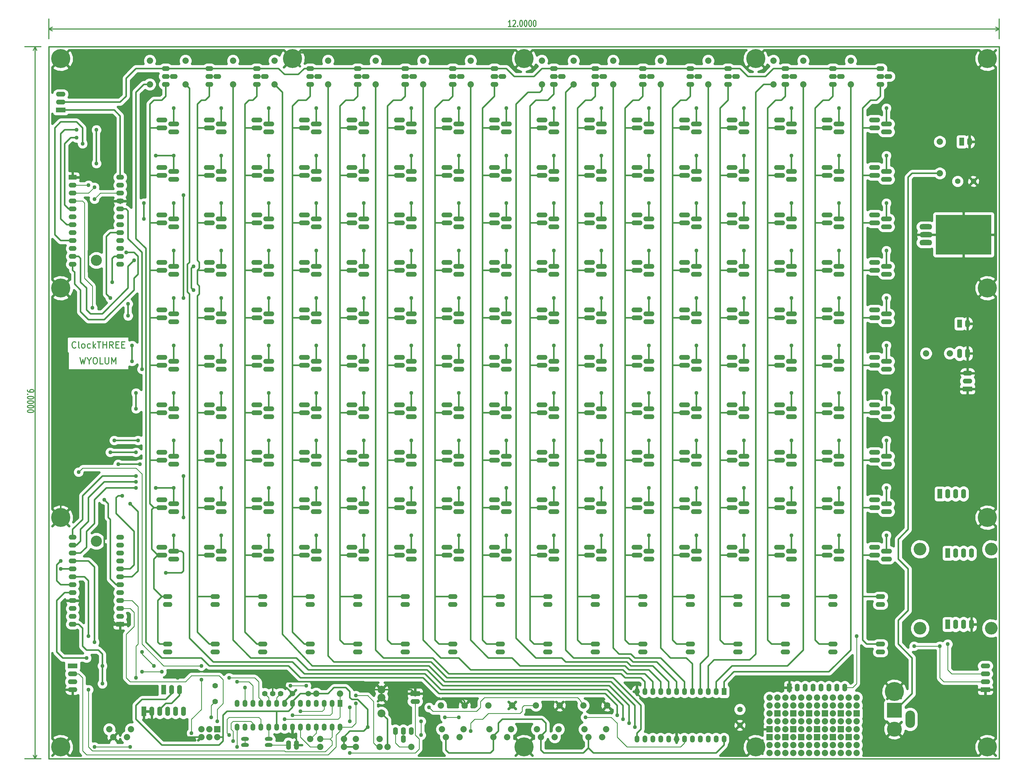
<source format=gtl>
G04 (created by PCBNEW-RS274X (2010-05-05 BZR 2356)-stable) date 01/08/11 21:12:39*
G01*
G70*
G90*
%MOIN*%
G04 Gerber Fmt 3.4, Leading zero omitted, Abs format*
%FSLAX34Y34*%
G04 APERTURE LIST*
%ADD10C,0.005000*%
%ADD11C,0.012000*%
%ADD12C,0.015000*%
%ADD13C,0.070000*%
%ADD14C,0.080000*%
%ADD15O,0.100000X0.050000*%
%ADD16R,0.060000X0.090000*%
%ADD17O,0.060000X0.090000*%
%ADD18C,0.160000*%
%ADD19R,0.080000X0.080000*%
%ADD20R,0.100000X0.060000*%
%ADD21O,0.100000X0.060000*%
%ADD22O,0.060000X0.120000*%
%ADD23O,0.140000X0.060000*%
%ADD24O,0.160000X0.070000*%
%ADD25R,0.700000X0.500000*%
%ADD26C,0.100000*%
%ADD27O,0.120000X0.060000*%
%ADD28R,0.060000X0.100000*%
%ADD29O,0.060000X0.100000*%
%ADD30R,0.060000X0.120000*%
%ADD31R,0.120000X0.060000*%
%ADD32C,0.189000*%
%ADD33R,0.189000X0.189000*%
%ADD34O,0.120000X0.220000*%
%ADD35C,0.140000*%
%ADD36C,0.240000*%
%ADD37C,0.050000*%
%ADD38C,0.010000*%
%ADD39C,0.020000*%
%ADD40C,0.030000*%
G04 APERTURE END LIST*
G54D10*
G54D11*
X13945Y-49274D02*
X14136Y-50074D01*
X14288Y-49502D01*
X14441Y-50074D01*
X14631Y-49274D01*
X15088Y-49693D02*
X15088Y-50074D01*
X14821Y-49274D02*
X15088Y-49693D01*
X15355Y-49274D01*
X15774Y-49274D02*
X15926Y-49274D01*
X16002Y-49312D01*
X16079Y-49388D01*
X16117Y-49540D01*
X16117Y-49807D01*
X16079Y-49960D01*
X16002Y-50036D01*
X15926Y-50074D01*
X15774Y-50074D01*
X15698Y-50036D01*
X15621Y-49960D01*
X15583Y-49807D01*
X15583Y-49540D01*
X15621Y-49388D01*
X15698Y-49312D01*
X15774Y-49274D01*
X16840Y-50074D02*
X16459Y-50074D01*
X16459Y-49274D01*
X17107Y-49274D02*
X17107Y-49921D01*
X17146Y-49998D01*
X17184Y-50036D01*
X17260Y-50074D01*
X17412Y-50074D01*
X17488Y-50036D01*
X17527Y-49998D01*
X17565Y-49921D01*
X17565Y-49274D01*
X17945Y-50074D02*
X17945Y-49274D01*
X18212Y-49845D01*
X18479Y-49274D01*
X18479Y-50074D01*
X13412Y-47998D02*
X13374Y-48036D01*
X13259Y-48074D01*
X13183Y-48074D01*
X13069Y-48036D01*
X12993Y-47960D01*
X12954Y-47883D01*
X12916Y-47731D01*
X12916Y-47617D01*
X12954Y-47464D01*
X12993Y-47388D01*
X13069Y-47312D01*
X13183Y-47274D01*
X13259Y-47274D01*
X13374Y-47312D01*
X13412Y-47350D01*
X13869Y-48074D02*
X13793Y-48036D01*
X13754Y-47960D01*
X13754Y-47274D01*
X14288Y-48074D02*
X14212Y-48036D01*
X14173Y-47998D01*
X14135Y-47921D01*
X14135Y-47693D01*
X14173Y-47617D01*
X14212Y-47579D01*
X14288Y-47540D01*
X14402Y-47540D01*
X14478Y-47579D01*
X14516Y-47617D01*
X14554Y-47693D01*
X14554Y-47921D01*
X14516Y-47998D01*
X14478Y-48036D01*
X14402Y-48074D01*
X14288Y-48074D01*
X15240Y-48036D02*
X15164Y-48074D01*
X15012Y-48074D01*
X14936Y-48036D01*
X14897Y-47998D01*
X14859Y-47921D01*
X14859Y-47693D01*
X14897Y-47617D01*
X14936Y-47579D01*
X15012Y-47540D01*
X15164Y-47540D01*
X15240Y-47579D01*
X15583Y-48074D02*
X15583Y-47274D01*
X15660Y-47769D02*
X15888Y-48074D01*
X15888Y-47540D02*
X15583Y-47845D01*
X16117Y-47274D02*
X16574Y-47274D01*
X16346Y-48074D02*
X16346Y-47274D01*
X16841Y-48074D02*
X16841Y-47274D01*
X16841Y-47655D02*
X17299Y-47655D01*
X17299Y-48074D02*
X17299Y-47274D01*
X18137Y-48074D02*
X17870Y-47693D01*
X17679Y-48074D02*
X17679Y-47274D01*
X17984Y-47274D01*
X18060Y-47312D01*
X18099Y-47350D01*
X18137Y-47426D01*
X18137Y-47540D01*
X18099Y-47617D01*
X18060Y-47655D01*
X17984Y-47693D01*
X17679Y-47693D01*
X18479Y-47655D02*
X18746Y-47655D01*
X18860Y-48074D02*
X18479Y-48074D01*
X18479Y-47274D01*
X18860Y-47274D01*
X19203Y-47655D02*
X19470Y-47655D01*
X19584Y-48074D02*
X19203Y-48074D01*
X19203Y-47274D01*
X19584Y-47274D01*
X07287Y-53372D02*
X07287Y-53487D01*
X07325Y-53544D01*
X07363Y-53572D01*
X07478Y-53630D01*
X07630Y-53658D01*
X07935Y-53658D01*
X08011Y-53630D01*
X08049Y-53601D01*
X08087Y-53544D01*
X08087Y-53430D01*
X08049Y-53372D01*
X08011Y-53344D01*
X07935Y-53315D01*
X07744Y-53315D01*
X07668Y-53344D01*
X07630Y-53372D01*
X07592Y-53430D01*
X07592Y-53544D01*
X07630Y-53601D01*
X07668Y-53630D01*
X07744Y-53658D01*
X07363Y-53915D02*
X07325Y-53943D01*
X07287Y-53915D01*
X07325Y-53886D01*
X07363Y-53915D01*
X07287Y-53915D01*
X08087Y-54315D02*
X08087Y-54372D01*
X08049Y-54429D01*
X08011Y-54458D01*
X07935Y-54487D01*
X07782Y-54515D01*
X07592Y-54515D01*
X07440Y-54487D01*
X07363Y-54458D01*
X07325Y-54429D01*
X07287Y-54372D01*
X07287Y-54315D01*
X07325Y-54258D01*
X07363Y-54229D01*
X07440Y-54201D01*
X07592Y-54172D01*
X07782Y-54172D01*
X07935Y-54201D01*
X08011Y-54229D01*
X08049Y-54258D01*
X08087Y-54315D01*
X08087Y-54886D02*
X08087Y-54943D01*
X08049Y-55000D01*
X08011Y-55029D01*
X07935Y-55058D01*
X07782Y-55086D01*
X07592Y-55086D01*
X07440Y-55058D01*
X07363Y-55029D01*
X07325Y-55000D01*
X07287Y-54943D01*
X07287Y-54886D01*
X07325Y-54829D01*
X07363Y-54800D01*
X07440Y-54772D01*
X07592Y-54743D01*
X07782Y-54743D01*
X07935Y-54772D01*
X08011Y-54800D01*
X08049Y-54829D01*
X08087Y-54886D01*
X08087Y-55457D02*
X08087Y-55514D01*
X08049Y-55571D01*
X08011Y-55600D01*
X07935Y-55629D01*
X07782Y-55657D01*
X07592Y-55657D01*
X07440Y-55629D01*
X07363Y-55600D01*
X07325Y-55571D01*
X07287Y-55514D01*
X07287Y-55457D01*
X07325Y-55400D01*
X07363Y-55371D01*
X07440Y-55343D01*
X07592Y-55314D01*
X07782Y-55314D01*
X07935Y-55343D01*
X08011Y-55371D01*
X08049Y-55400D01*
X08087Y-55457D01*
X08087Y-56028D02*
X08087Y-56085D01*
X08049Y-56142D01*
X08011Y-56171D01*
X07935Y-56200D01*
X07782Y-56228D01*
X07592Y-56228D01*
X07440Y-56200D01*
X07363Y-56171D01*
X07325Y-56142D01*
X07287Y-56085D01*
X07287Y-56028D01*
X07325Y-55971D01*
X07363Y-55942D01*
X07440Y-55914D01*
X07592Y-55885D01*
X07782Y-55885D01*
X07935Y-55914D01*
X08011Y-55942D01*
X08049Y-55971D01*
X08087Y-56028D01*
X08251Y-10000D02*
X08251Y-100000D01*
X09000Y-10000D02*
X06971Y-10000D01*
X09000Y-100000D02*
X06971Y-100000D01*
X08251Y-100000D02*
X08021Y-99557D01*
X08251Y-100000D02*
X08481Y-99557D01*
X08251Y-10000D02*
X08021Y-10443D01*
X08251Y-10000D02*
X08481Y-10443D01*
X68373Y-07435D02*
X68030Y-07435D01*
X68202Y-07435D02*
X68202Y-06635D01*
X68145Y-06749D01*
X68087Y-06825D01*
X68030Y-06863D01*
X68601Y-06711D02*
X68630Y-06673D01*
X68687Y-06635D01*
X68830Y-06635D01*
X68887Y-06673D01*
X68916Y-06711D01*
X68944Y-06787D01*
X68944Y-06863D01*
X68916Y-06978D01*
X68573Y-07435D01*
X68944Y-07435D01*
X69201Y-07359D02*
X69229Y-07397D01*
X69201Y-07435D01*
X69172Y-07397D01*
X69201Y-07359D01*
X69201Y-07435D01*
X69601Y-06635D02*
X69658Y-06635D01*
X69715Y-06673D01*
X69744Y-06711D01*
X69773Y-06787D01*
X69801Y-06940D01*
X69801Y-07130D01*
X69773Y-07282D01*
X69744Y-07359D01*
X69715Y-07397D01*
X69658Y-07435D01*
X69601Y-07435D01*
X69544Y-07397D01*
X69515Y-07359D01*
X69487Y-07282D01*
X69458Y-07130D01*
X69458Y-06940D01*
X69487Y-06787D01*
X69515Y-06711D01*
X69544Y-06673D01*
X69601Y-06635D01*
X70172Y-06635D02*
X70229Y-06635D01*
X70286Y-06673D01*
X70315Y-06711D01*
X70344Y-06787D01*
X70372Y-06940D01*
X70372Y-07130D01*
X70344Y-07282D01*
X70315Y-07359D01*
X70286Y-07397D01*
X70229Y-07435D01*
X70172Y-07435D01*
X70115Y-07397D01*
X70086Y-07359D01*
X70058Y-07282D01*
X70029Y-07130D01*
X70029Y-06940D01*
X70058Y-06787D01*
X70086Y-06711D01*
X70115Y-06673D01*
X70172Y-06635D01*
X70743Y-06635D02*
X70800Y-06635D01*
X70857Y-06673D01*
X70886Y-06711D01*
X70915Y-06787D01*
X70943Y-06940D01*
X70943Y-07130D01*
X70915Y-07282D01*
X70886Y-07359D01*
X70857Y-07397D01*
X70800Y-07435D01*
X70743Y-07435D01*
X70686Y-07397D01*
X70657Y-07359D01*
X70629Y-07282D01*
X70600Y-07130D01*
X70600Y-06940D01*
X70629Y-06787D01*
X70657Y-06711D01*
X70686Y-06673D01*
X70743Y-06635D01*
X71314Y-06635D02*
X71371Y-06635D01*
X71428Y-06673D01*
X71457Y-06711D01*
X71486Y-06787D01*
X71514Y-06940D01*
X71514Y-07130D01*
X71486Y-07282D01*
X71457Y-07359D01*
X71428Y-07397D01*
X71371Y-07435D01*
X71314Y-07435D01*
X71257Y-07397D01*
X71228Y-07359D01*
X71200Y-07282D01*
X71171Y-07130D01*
X71171Y-06940D01*
X71200Y-06787D01*
X71228Y-06711D01*
X71257Y-06673D01*
X71314Y-06635D01*
X10000Y-07751D02*
X130000Y-07751D01*
X10000Y-09000D02*
X10000Y-06471D01*
X130000Y-09000D02*
X130000Y-06471D01*
X130000Y-07751D02*
X129557Y-07981D01*
X130000Y-07751D02*
X129557Y-07521D01*
X10000Y-07751D02*
X10443Y-07981D01*
X10000Y-07751D02*
X10443Y-07521D01*
G54D12*
X10000Y-100000D02*
X10000Y-10000D01*
X130000Y-100000D02*
X10000Y-100000D01*
X130000Y-10000D02*
X130000Y-100000D01*
X10000Y-10000D02*
X130000Y-10000D01*
G54D13*
X39250Y-91750D03*
X37250Y-91750D03*
X38250Y-91750D03*
G54D14*
X51750Y-97500D03*
X48750Y-97500D03*
X52750Y-98500D03*
X55750Y-98500D03*
X44250Y-98500D03*
X47250Y-98500D03*
X123750Y-48750D03*
X120750Y-48750D03*
G54D15*
X37750Y-98250D03*
X34750Y-98250D03*
G54D14*
X43750Y-91750D03*
X46750Y-91750D03*
X48750Y-98500D03*
X51750Y-98500D03*
X27250Y-14750D03*
X27250Y-11750D03*
X33250Y-14750D03*
X33250Y-11750D03*
X38500Y-14750D03*
X38500Y-11750D03*
X45250Y-14750D03*
X45250Y-11750D03*
X51250Y-14750D03*
X51250Y-11750D03*
X57250Y-14750D03*
X57250Y-11750D03*
X63250Y-14750D03*
X63250Y-11750D03*
X72250Y-14750D03*
X72250Y-11750D03*
X76250Y-14750D03*
X76250Y-11750D03*
X81250Y-14750D03*
X81250Y-11750D03*
X87250Y-14750D03*
X87250Y-11750D03*
X93250Y-14750D03*
X93250Y-11750D03*
X101500Y-14750D03*
X101500Y-11750D03*
X105250Y-14750D03*
X105250Y-11750D03*
X111250Y-14750D03*
X111250Y-11750D03*
X59500Y-93250D03*
X62500Y-93250D03*
X65500Y-93250D03*
X68500Y-93250D03*
X71500Y-93250D03*
X74500Y-93250D03*
X47250Y-97500D03*
X44250Y-97500D03*
X22750Y-14750D03*
X22750Y-11750D03*
X122500Y-26000D03*
X122500Y-22000D03*
G54D13*
X124750Y-27000D03*
X126750Y-27000D03*
X31000Y-92750D03*
X31000Y-90750D03*
X97250Y-93750D03*
X97250Y-95750D03*
X42750Y-91750D03*
X40750Y-91750D03*
G54D16*
X46750Y-93000D03*
G54D17*
X45750Y-93000D03*
X44750Y-93000D03*
X43750Y-93000D03*
X42750Y-93000D03*
X41750Y-93000D03*
X40750Y-93000D03*
X39750Y-93000D03*
X38750Y-93000D03*
X37750Y-93000D03*
X36750Y-93000D03*
X35750Y-93000D03*
X34750Y-93000D03*
X33750Y-93000D03*
X33750Y-96000D03*
X34750Y-96000D03*
X35750Y-96000D03*
X36750Y-96000D03*
X37750Y-96000D03*
X38750Y-96000D03*
X39750Y-96000D03*
X40750Y-96000D03*
X41750Y-96000D03*
X42750Y-96000D03*
X43750Y-96000D03*
X44750Y-96000D03*
X45750Y-96000D03*
X46750Y-96000D03*
G54D14*
X77500Y-93250D03*
X80500Y-93250D03*
G54D18*
X120000Y-83500D03*
X129000Y-83500D03*
X120000Y-73500D03*
X129000Y-73500D03*
G54D19*
X102000Y-94250D03*
G54D14*
X102000Y-93250D03*
X102000Y-92250D03*
X101000Y-92250D03*
X101000Y-93250D03*
X101000Y-94250D03*
G54D19*
X104000Y-94250D03*
G54D14*
X104000Y-93250D03*
X104000Y-92250D03*
X103000Y-92250D03*
X103000Y-93250D03*
X103000Y-94250D03*
G54D19*
X106000Y-94250D03*
G54D14*
X106000Y-93250D03*
X106000Y-92250D03*
X105000Y-92250D03*
X105000Y-93250D03*
X105000Y-94250D03*
G54D19*
X108000Y-94250D03*
G54D14*
X108000Y-93250D03*
X108000Y-92250D03*
X107000Y-92250D03*
X107000Y-93250D03*
X107000Y-94250D03*
G54D19*
X110000Y-94250D03*
G54D14*
X110000Y-93250D03*
X110000Y-92250D03*
X109000Y-92250D03*
X109000Y-93250D03*
X109000Y-94250D03*
G54D19*
X112000Y-94250D03*
G54D14*
X112000Y-93250D03*
X112000Y-92250D03*
X111000Y-92250D03*
X111000Y-93250D03*
X111000Y-94250D03*
G54D19*
X101000Y-97250D03*
G54D14*
X101000Y-98250D03*
X101000Y-99250D03*
X102000Y-99250D03*
X102000Y-98250D03*
X102000Y-97250D03*
G54D19*
X103000Y-97250D03*
G54D14*
X103000Y-98250D03*
X103000Y-99250D03*
X104000Y-99250D03*
X104000Y-98250D03*
X104000Y-97250D03*
G54D19*
X105000Y-97250D03*
G54D14*
X105000Y-98250D03*
X105000Y-99250D03*
X106000Y-99250D03*
X106000Y-98250D03*
X106000Y-97250D03*
G54D19*
X107000Y-97250D03*
G54D14*
X107000Y-98250D03*
X107000Y-99250D03*
X108000Y-99250D03*
X108000Y-98250D03*
X108000Y-97250D03*
G54D19*
X109000Y-97250D03*
G54D14*
X109000Y-98250D03*
X109000Y-99250D03*
X110000Y-99250D03*
X110000Y-98250D03*
X110000Y-97250D03*
G54D19*
X111000Y-97250D03*
G54D14*
X111000Y-98250D03*
X111000Y-99250D03*
X112000Y-99250D03*
X112000Y-98250D03*
X112000Y-97250D03*
G54D19*
X101000Y-96250D03*
G54D14*
X102000Y-96250D03*
X103000Y-96250D03*
X103000Y-95250D03*
X102000Y-95250D03*
X101000Y-95250D03*
G54D19*
X104000Y-96250D03*
G54D14*
X105000Y-96250D03*
X106000Y-96250D03*
X106000Y-95250D03*
X105000Y-95250D03*
X104000Y-95250D03*
G54D19*
X107000Y-96250D03*
G54D14*
X108000Y-96250D03*
X109000Y-96250D03*
X109000Y-95250D03*
X108000Y-95250D03*
X107000Y-95250D03*
G54D19*
X110000Y-96250D03*
G54D14*
X111000Y-96250D03*
X112000Y-96250D03*
X112000Y-95250D03*
X111000Y-95250D03*
X110000Y-95250D03*
G54D16*
X95250Y-91500D03*
G54D17*
X94250Y-91500D03*
X93250Y-91500D03*
X92250Y-91500D03*
X91250Y-91500D03*
X90250Y-91500D03*
X89250Y-91500D03*
X88250Y-91500D03*
X87250Y-91500D03*
X86250Y-91500D03*
X85250Y-91500D03*
X84250Y-91500D03*
X84250Y-97500D03*
X85250Y-97500D03*
X86250Y-97500D03*
X87250Y-97500D03*
X88250Y-97500D03*
X89250Y-97500D03*
X90250Y-97500D03*
X91250Y-97500D03*
X92250Y-97500D03*
X93250Y-97500D03*
X94250Y-97500D03*
X95250Y-97500D03*
G54D20*
X13000Y-26500D03*
G54D21*
X13000Y-27500D03*
X13000Y-28500D03*
X13000Y-29500D03*
X13000Y-30500D03*
X13000Y-31500D03*
X13000Y-32500D03*
X13000Y-33500D03*
X13000Y-34500D03*
X13000Y-35500D03*
X13000Y-36500D03*
X13000Y-37500D03*
X19000Y-37500D03*
X19000Y-36500D03*
X19000Y-35500D03*
X19000Y-34500D03*
X19000Y-33500D03*
X19000Y-32500D03*
X19000Y-31500D03*
X19000Y-30500D03*
X19000Y-29500D03*
X19000Y-28500D03*
X19000Y-27500D03*
X19000Y-26500D03*
G54D20*
X19000Y-83000D03*
G54D21*
X19000Y-82000D03*
X19000Y-81000D03*
X19000Y-80000D03*
X19000Y-79000D03*
X19000Y-78000D03*
X19000Y-77000D03*
X19000Y-76000D03*
X19000Y-75000D03*
X19000Y-74000D03*
X19000Y-73000D03*
X19000Y-72000D03*
X13000Y-72000D03*
X13000Y-73000D03*
X13000Y-74000D03*
X13000Y-75000D03*
X13000Y-76000D03*
X13000Y-77000D03*
X13000Y-78000D03*
X13000Y-79000D03*
X13000Y-80000D03*
X13000Y-81000D03*
X13000Y-82000D03*
X13000Y-83000D03*
G54D22*
X40250Y-98250D03*
X41250Y-98250D03*
X125000Y-48750D03*
X126000Y-48750D03*
G54D23*
X115750Y-74750D03*
X114250Y-74250D03*
X115750Y-73750D03*
X114250Y-73250D03*
X109750Y-74750D03*
X108250Y-74250D03*
X109750Y-73750D03*
X108250Y-73250D03*
X103750Y-74750D03*
X102250Y-74250D03*
X103750Y-73750D03*
X102250Y-73250D03*
X97750Y-74750D03*
X96250Y-74250D03*
X97750Y-73750D03*
X96250Y-73250D03*
X91750Y-74750D03*
X90250Y-74250D03*
X91750Y-73750D03*
X90250Y-73250D03*
X85750Y-74750D03*
X84250Y-74250D03*
X85750Y-73750D03*
X84250Y-73250D03*
X79750Y-74750D03*
X78250Y-74250D03*
X79750Y-73750D03*
X78250Y-73250D03*
X73750Y-74750D03*
X72250Y-74250D03*
X73750Y-73750D03*
X72250Y-73250D03*
X67750Y-74750D03*
X66250Y-74250D03*
X67750Y-73750D03*
X66250Y-73250D03*
X61750Y-74750D03*
X60250Y-74250D03*
X61750Y-73750D03*
X60250Y-73250D03*
X55750Y-74750D03*
X54250Y-74250D03*
X55750Y-73750D03*
X54250Y-73250D03*
X49750Y-74750D03*
X48250Y-74250D03*
X49750Y-73750D03*
X48250Y-73250D03*
X43750Y-74750D03*
X42250Y-74250D03*
X43750Y-73750D03*
X42250Y-73250D03*
X37750Y-74750D03*
X36250Y-74250D03*
X37750Y-73750D03*
X36250Y-73250D03*
X31750Y-74750D03*
X30250Y-74250D03*
X31750Y-73750D03*
X30250Y-73250D03*
X25750Y-74750D03*
X24250Y-74250D03*
X25750Y-73750D03*
X24250Y-73250D03*
X115750Y-68750D03*
X114250Y-68250D03*
X115750Y-67750D03*
X114250Y-67250D03*
X109750Y-68750D03*
X108250Y-68250D03*
X109750Y-67750D03*
X108250Y-67250D03*
X103750Y-68750D03*
X102250Y-68250D03*
X103750Y-67750D03*
X102250Y-67250D03*
X97750Y-68750D03*
X96250Y-68250D03*
X97750Y-67750D03*
X96250Y-67250D03*
X91750Y-68750D03*
X90250Y-68250D03*
X91750Y-67750D03*
X90250Y-67250D03*
X85750Y-68750D03*
X84250Y-68250D03*
X85750Y-67750D03*
X84250Y-67250D03*
X79750Y-68750D03*
X78250Y-68250D03*
X79750Y-67750D03*
X78250Y-67250D03*
X73750Y-68750D03*
X72250Y-68250D03*
X73750Y-67750D03*
X72250Y-67250D03*
X67750Y-68750D03*
X66250Y-68250D03*
X67750Y-67750D03*
X66250Y-67250D03*
X61750Y-68750D03*
X60250Y-68250D03*
X61750Y-67750D03*
X60250Y-67250D03*
X55750Y-68750D03*
X54250Y-68250D03*
X55750Y-67750D03*
X54250Y-67250D03*
X49750Y-68750D03*
X48250Y-68250D03*
X49750Y-67750D03*
X48250Y-67250D03*
X43750Y-68750D03*
X42250Y-68250D03*
X43750Y-67750D03*
X42250Y-67250D03*
X37750Y-68750D03*
X36250Y-68250D03*
X37750Y-67750D03*
X36250Y-67250D03*
X31750Y-68750D03*
X30250Y-68250D03*
X31750Y-67750D03*
X30250Y-67250D03*
X25750Y-68750D03*
X24250Y-68250D03*
X25750Y-67750D03*
X24250Y-67250D03*
X115750Y-62750D03*
X114250Y-62250D03*
X115750Y-61750D03*
X114250Y-61250D03*
X109750Y-62750D03*
X108250Y-62250D03*
X109750Y-61750D03*
X108250Y-61250D03*
X103750Y-62750D03*
X102250Y-62250D03*
X103750Y-61750D03*
X102250Y-61250D03*
X97750Y-62750D03*
X96250Y-62250D03*
X97750Y-61750D03*
X96250Y-61250D03*
X91750Y-62750D03*
X90250Y-62250D03*
X91750Y-61750D03*
X90250Y-61250D03*
X85750Y-62750D03*
X84250Y-62250D03*
X85750Y-61750D03*
X84250Y-61250D03*
X79750Y-62750D03*
X78250Y-62250D03*
X79750Y-61750D03*
X78250Y-61250D03*
X73750Y-62750D03*
X72250Y-62250D03*
X73750Y-61750D03*
X72250Y-61250D03*
X67750Y-62750D03*
X66250Y-62250D03*
X67750Y-61750D03*
X66250Y-61250D03*
X61750Y-62750D03*
X60250Y-62250D03*
X61750Y-61750D03*
X60250Y-61250D03*
X55750Y-62750D03*
X54250Y-62250D03*
X55750Y-61750D03*
X54250Y-61250D03*
X49750Y-62750D03*
X48250Y-62250D03*
X49750Y-61750D03*
X48250Y-61250D03*
X43750Y-62750D03*
X42250Y-62250D03*
X43750Y-61750D03*
X42250Y-61250D03*
X37750Y-62750D03*
X36250Y-62250D03*
X37750Y-61750D03*
X36250Y-61250D03*
X31750Y-62750D03*
X30250Y-62250D03*
X31750Y-61750D03*
X30250Y-61250D03*
X25750Y-62750D03*
X24250Y-62250D03*
X25750Y-61750D03*
X24250Y-61250D03*
X115750Y-56750D03*
X114250Y-56250D03*
X115750Y-55750D03*
X114250Y-55250D03*
X109750Y-56750D03*
X108250Y-56250D03*
X109750Y-55750D03*
X108250Y-55250D03*
X103750Y-56750D03*
X102250Y-56250D03*
X103750Y-55750D03*
X102250Y-55250D03*
X97750Y-56750D03*
X96250Y-56250D03*
X97750Y-55750D03*
X96250Y-55250D03*
X91750Y-56750D03*
X90250Y-56250D03*
X91750Y-55750D03*
X90250Y-55250D03*
X85750Y-56750D03*
X84250Y-56250D03*
X85750Y-55750D03*
X84250Y-55250D03*
X79750Y-56750D03*
X78250Y-56250D03*
X79750Y-55750D03*
X78250Y-55250D03*
X73750Y-56750D03*
X72250Y-56250D03*
X73750Y-55750D03*
X72250Y-55250D03*
X67750Y-56750D03*
X66250Y-56250D03*
X67750Y-55750D03*
X66250Y-55250D03*
X61750Y-56750D03*
X60250Y-56250D03*
X61750Y-55750D03*
X60250Y-55250D03*
X55750Y-56750D03*
X54250Y-56250D03*
X55750Y-55750D03*
X54250Y-55250D03*
X49750Y-56750D03*
X48250Y-56250D03*
X49750Y-55750D03*
X48250Y-55250D03*
X43750Y-56750D03*
X42250Y-56250D03*
X43750Y-55750D03*
X42250Y-55250D03*
X37750Y-56750D03*
X36250Y-56250D03*
X37750Y-55750D03*
X36250Y-55250D03*
X31750Y-56750D03*
X30250Y-56250D03*
X31750Y-55750D03*
X30250Y-55250D03*
X25750Y-56750D03*
X24250Y-56250D03*
X25750Y-55750D03*
X24250Y-55250D03*
X115750Y-50750D03*
X114250Y-50250D03*
X115750Y-49750D03*
X114250Y-49250D03*
X109750Y-50750D03*
X108250Y-50250D03*
X109750Y-49750D03*
X108250Y-49250D03*
X103750Y-50750D03*
X102250Y-50250D03*
X103750Y-49750D03*
X102250Y-49250D03*
X97750Y-50750D03*
X96250Y-50250D03*
X97750Y-49750D03*
X96250Y-49250D03*
X91750Y-50750D03*
X90250Y-50250D03*
X91750Y-49750D03*
X90250Y-49250D03*
X85750Y-50750D03*
X84250Y-50250D03*
X85750Y-49750D03*
X84250Y-49250D03*
X79750Y-50750D03*
X78250Y-50250D03*
X79750Y-49750D03*
X78250Y-49250D03*
X73750Y-50750D03*
X72250Y-50250D03*
X73750Y-49750D03*
X72250Y-49250D03*
X67750Y-50750D03*
X66250Y-50250D03*
X67750Y-49750D03*
X66250Y-49250D03*
X61750Y-50750D03*
X60250Y-50250D03*
X61750Y-49750D03*
X60250Y-49250D03*
X55750Y-50750D03*
X54250Y-50250D03*
X55750Y-49750D03*
X54250Y-49250D03*
X49750Y-50750D03*
X48250Y-50250D03*
X49750Y-49750D03*
X48250Y-49250D03*
X43750Y-50750D03*
X42250Y-50250D03*
X43750Y-49750D03*
X42250Y-49250D03*
X37750Y-50750D03*
X36250Y-50250D03*
X37750Y-49750D03*
X36250Y-49250D03*
X31750Y-50750D03*
X30250Y-50250D03*
X31750Y-49750D03*
X30250Y-49250D03*
X25750Y-50750D03*
X24250Y-50250D03*
X25750Y-49750D03*
X24250Y-49250D03*
X115750Y-44750D03*
X114250Y-44250D03*
X115750Y-43750D03*
X114250Y-43250D03*
X109750Y-44750D03*
X108250Y-44250D03*
X109750Y-43750D03*
X108250Y-43250D03*
X103750Y-44750D03*
X102250Y-44250D03*
X103750Y-43750D03*
X102250Y-43250D03*
X97750Y-44750D03*
X96250Y-44250D03*
X97750Y-43750D03*
X96250Y-43250D03*
X91750Y-44750D03*
X90250Y-44250D03*
X91750Y-43750D03*
X90250Y-43250D03*
X85750Y-44750D03*
X84250Y-44250D03*
X85750Y-43750D03*
X84250Y-43250D03*
X79750Y-44750D03*
X78250Y-44250D03*
X79750Y-43750D03*
X78250Y-43250D03*
X73750Y-44750D03*
X72250Y-44250D03*
X73750Y-43750D03*
X72250Y-43250D03*
X67750Y-44750D03*
X66250Y-44250D03*
X67750Y-43750D03*
X66250Y-43250D03*
X61750Y-44750D03*
X60250Y-44250D03*
X61750Y-43750D03*
X60250Y-43250D03*
X55750Y-44750D03*
X54250Y-44250D03*
X55750Y-43750D03*
X54250Y-43250D03*
X49750Y-44750D03*
X48250Y-44250D03*
X49750Y-43750D03*
X48250Y-43250D03*
X43750Y-44750D03*
X42250Y-44250D03*
X43750Y-43750D03*
X42250Y-43250D03*
X37750Y-44750D03*
X36250Y-44250D03*
X37750Y-43750D03*
X36250Y-43250D03*
X31750Y-44750D03*
X30250Y-44250D03*
X31750Y-43750D03*
X30250Y-43250D03*
X25750Y-44750D03*
X24250Y-44250D03*
X25750Y-43750D03*
X24250Y-43250D03*
X115750Y-38750D03*
X114250Y-38250D03*
X115750Y-37750D03*
X114250Y-37250D03*
X109750Y-38750D03*
X108250Y-38250D03*
X109750Y-37750D03*
X108250Y-37250D03*
X103750Y-38750D03*
X102250Y-38250D03*
X103750Y-37750D03*
X102250Y-37250D03*
X97750Y-38750D03*
X96250Y-38250D03*
X97750Y-37750D03*
X96250Y-37250D03*
X91750Y-38750D03*
X90250Y-38250D03*
X91750Y-37750D03*
X90250Y-37250D03*
X85750Y-38750D03*
X84250Y-38250D03*
X85750Y-37750D03*
X84250Y-37250D03*
X79750Y-38750D03*
X78250Y-38250D03*
X79750Y-37750D03*
X78250Y-37250D03*
X73750Y-38750D03*
X72250Y-38250D03*
X73750Y-37750D03*
X72250Y-37250D03*
X67750Y-38750D03*
X66250Y-38250D03*
X67750Y-37750D03*
X66250Y-37250D03*
X61750Y-38750D03*
X60250Y-38250D03*
X61750Y-37750D03*
X60250Y-37250D03*
X55750Y-38750D03*
X54250Y-38250D03*
X55750Y-37750D03*
X54250Y-37250D03*
X49750Y-38750D03*
X48250Y-38250D03*
X49750Y-37750D03*
X48250Y-37250D03*
X43750Y-38750D03*
X42250Y-38250D03*
X43750Y-37750D03*
X42250Y-37250D03*
X37750Y-38750D03*
X36250Y-38250D03*
X37750Y-37750D03*
X36250Y-37250D03*
X31750Y-38750D03*
X30250Y-38250D03*
X31750Y-37750D03*
X30250Y-37250D03*
X25750Y-38750D03*
X24250Y-38250D03*
X25750Y-37750D03*
X24250Y-37250D03*
X115750Y-32750D03*
X114250Y-32250D03*
X115750Y-31750D03*
X114250Y-31250D03*
X109750Y-32750D03*
X108250Y-32250D03*
X109750Y-31750D03*
X108250Y-31250D03*
X103750Y-32750D03*
X102250Y-32250D03*
X103750Y-31750D03*
X102250Y-31250D03*
X97750Y-32750D03*
X96250Y-32250D03*
X97750Y-31750D03*
X96250Y-31250D03*
X91750Y-32750D03*
X90250Y-32250D03*
X91750Y-31750D03*
X90250Y-31250D03*
X85750Y-32750D03*
X84250Y-32250D03*
X85750Y-31750D03*
X84250Y-31250D03*
X79750Y-32750D03*
X78250Y-32250D03*
X79750Y-31750D03*
X78250Y-31250D03*
X73750Y-32750D03*
X72250Y-32250D03*
X73750Y-31750D03*
X72250Y-31250D03*
X67750Y-32750D03*
X66250Y-32250D03*
X67750Y-31750D03*
X66250Y-31250D03*
X61750Y-32750D03*
X60250Y-32250D03*
X61750Y-31750D03*
X60250Y-31250D03*
X55750Y-32750D03*
X54250Y-32250D03*
X55750Y-31750D03*
X54250Y-31250D03*
X49750Y-32750D03*
X48250Y-32250D03*
X49750Y-31750D03*
X48250Y-31250D03*
X43750Y-32750D03*
X42250Y-32250D03*
X43750Y-31750D03*
X42250Y-31250D03*
X37750Y-32750D03*
X36250Y-32250D03*
X37750Y-31750D03*
X36250Y-31250D03*
X31750Y-32750D03*
X30250Y-32250D03*
X31750Y-31750D03*
X30250Y-31250D03*
X25750Y-32750D03*
X24250Y-32250D03*
X25750Y-31750D03*
X24250Y-31250D03*
X115750Y-26750D03*
X114250Y-26250D03*
X115750Y-25750D03*
X114250Y-25250D03*
X109750Y-26750D03*
X108250Y-26250D03*
X109750Y-25750D03*
X108250Y-25250D03*
X103750Y-26750D03*
X102250Y-26250D03*
X103750Y-25750D03*
X102250Y-25250D03*
X97750Y-26750D03*
X96250Y-26250D03*
X97750Y-25750D03*
X96250Y-25250D03*
X91750Y-26750D03*
X90250Y-26250D03*
X91750Y-25750D03*
X90250Y-25250D03*
X85750Y-26750D03*
X84250Y-26250D03*
X85750Y-25750D03*
X84250Y-25250D03*
X79750Y-26750D03*
X78250Y-26250D03*
X79750Y-25750D03*
X78250Y-25250D03*
X73750Y-26750D03*
X72250Y-26250D03*
X73750Y-25750D03*
X72250Y-25250D03*
X67750Y-26750D03*
X66250Y-26250D03*
X67750Y-25750D03*
X66250Y-25250D03*
X61750Y-26750D03*
X60250Y-26250D03*
X61750Y-25750D03*
X60250Y-25250D03*
X55750Y-26750D03*
X54250Y-26250D03*
X55750Y-25750D03*
X54250Y-25250D03*
X49750Y-26750D03*
X48250Y-26250D03*
X49750Y-25750D03*
X48250Y-25250D03*
X43750Y-26750D03*
X42250Y-26250D03*
X43750Y-25750D03*
X42250Y-25250D03*
X37750Y-26750D03*
X36250Y-26250D03*
X37750Y-25750D03*
X36250Y-25250D03*
X31750Y-26750D03*
X30250Y-26250D03*
X31750Y-25750D03*
X30250Y-25250D03*
X25750Y-26750D03*
X24250Y-26250D03*
X25750Y-25750D03*
X24250Y-25250D03*
X115750Y-20750D03*
X114250Y-20250D03*
X115750Y-19750D03*
X114250Y-19250D03*
X109750Y-20750D03*
X108250Y-20250D03*
X109750Y-19750D03*
X108250Y-19250D03*
X103750Y-20750D03*
X102250Y-20250D03*
X103750Y-19750D03*
X102250Y-19250D03*
X97750Y-20750D03*
X96250Y-20250D03*
X97750Y-19750D03*
X96250Y-19250D03*
X91750Y-20750D03*
X90250Y-20250D03*
X91750Y-19750D03*
X90250Y-19250D03*
X85750Y-20750D03*
X84250Y-20250D03*
X85750Y-19750D03*
X84250Y-19250D03*
X79750Y-20750D03*
X78250Y-20250D03*
X79750Y-19750D03*
X78250Y-19250D03*
X73750Y-20750D03*
X72250Y-20250D03*
X73750Y-19750D03*
X72250Y-19250D03*
X67750Y-20750D03*
X66250Y-20250D03*
X67750Y-19750D03*
X66250Y-19250D03*
X61750Y-20750D03*
X60250Y-20250D03*
X61750Y-19750D03*
X60250Y-19250D03*
X55750Y-20750D03*
X54250Y-20250D03*
X55750Y-19750D03*
X54250Y-19250D03*
X49750Y-20750D03*
X48250Y-20250D03*
X49750Y-19750D03*
X48250Y-19250D03*
X43750Y-20750D03*
X42250Y-20250D03*
X43750Y-19750D03*
X42250Y-19250D03*
X37750Y-20750D03*
X36250Y-20250D03*
X37750Y-19750D03*
X36250Y-19250D03*
X31750Y-20750D03*
X30250Y-20250D03*
X31750Y-19750D03*
X30250Y-19250D03*
X25750Y-20750D03*
X24250Y-20250D03*
X25750Y-19750D03*
X24250Y-19250D03*
G54D24*
X120720Y-34750D03*
X120720Y-32750D03*
G54D25*
X125500Y-33750D03*
G54D24*
X120750Y-33750D03*
G54D26*
X52000Y-94250D03*
X52000Y-91250D03*
X52000Y-92250D03*
G54D27*
X115000Y-85500D03*
X115000Y-86500D03*
X109000Y-85500D03*
X109000Y-86500D03*
X103000Y-85500D03*
X103000Y-86500D03*
X97000Y-85500D03*
X97000Y-86500D03*
X91000Y-85500D03*
X91000Y-86500D03*
X85000Y-85500D03*
X85000Y-86500D03*
X79000Y-85500D03*
X79000Y-86500D03*
X73000Y-85500D03*
X73000Y-86500D03*
X67000Y-85500D03*
X67000Y-86500D03*
X61000Y-85500D03*
X61000Y-86500D03*
X55000Y-85500D03*
X55000Y-86500D03*
X49000Y-85500D03*
X49000Y-86500D03*
X43000Y-85500D03*
X43000Y-86500D03*
X37000Y-85500D03*
X37000Y-86500D03*
X31000Y-85500D03*
X31000Y-86500D03*
X25000Y-85500D03*
X25000Y-86500D03*
X115000Y-79500D03*
X115000Y-80500D03*
X109000Y-79500D03*
X109000Y-80500D03*
X103000Y-79500D03*
X103000Y-80500D03*
X97000Y-79500D03*
X97000Y-80500D03*
X91000Y-79500D03*
X91000Y-80500D03*
X85000Y-79500D03*
X85000Y-80500D03*
X79000Y-79500D03*
X79000Y-80500D03*
X73000Y-79500D03*
X73000Y-80500D03*
X67000Y-79500D03*
X67000Y-80500D03*
X61000Y-79500D03*
X61000Y-80500D03*
X55000Y-79500D03*
X55000Y-80500D03*
X49000Y-79500D03*
X49000Y-80500D03*
X43000Y-79500D03*
X43000Y-80500D03*
X37000Y-79500D03*
X37000Y-80500D03*
X31000Y-79500D03*
X31000Y-80500D03*
X25000Y-79500D03*
X25000Y-80500D03*
G54D28*
X125000Y-45000D03*
G54D29*
X126000Y-45000D03*
G54D28*
X125250Y-22000D03*
G54D29*
X126250Y-22000D03*
G54D14*
X72125Y-97250D03*
X73875Y-97250D03*
X71625Y-96250D03*
X74375Y-96250D03*
X66125Y-97250D03*
X67875Y-97250D03*
X65625Y-96250D03*
X68375Y-96250D03*
X60125Y-97250D03*
X61875Y-97250D03*
X59625Y-96250D03*
X62375Y-96250D03*
X18125Y-97250D03*
X19875Y-97250D03*
X17625Y-96250D03*
X20375Y-96250D03*
X78125Y-97250D03*
X79875Y-97250D03*
X77625Y-96250D03*
X80375Y-96250D03*
X43000Y-97500D03*
G54D30*
X24500Y-91250D03*
G54D22*
X25500Y-91250D03*
X26500Y-91250D03*
G54D31*
X126000Y-53250D03*
G54D27*
X126000Y-52250D03*
X126000Y-51250D03*
G54D31*
X11500Y-18000D03*
G54D27*
X11500Y-17000D03*
X11500Y-16000D03*
G54D30*
X122500Y-66500D03*
G54D22*
X123500Y-66500D03*
X124500Y-66500D03*
X125500Y-66500D03*
G54D30*
X123500Y-83000D03*
G54D22*
X124500Y-83000D03*
X125500Y-83000D03*
X126500Y-83000D03*
G54D30*
X123500Y-74000D03*
G54D22*
X124500Y-74000D03*
X125500Y-74000D03*
X126500Y-74000D03*
G54D28*
X103500Y-91000D03*
G54D29*
X104500Y-91000D03*
X105500Y-91000D03*
X106500Y-91000D03*
X107500Y-91000D03*
X108500Y-91000D03*
X109500Y-91000D03*
X110500Y-91000D03*
G54D31*
X56250Y-91750D03*
G54D27*
X56250Y-92750D03*
G54D19*
X31250Y-96250D03*
G54D14*
X31250Y-97250D03*
X30250Y-96250D03*
X30250Y-97250D03*
X29250Y-96250D03*
X29250Y-97250D03*
G54D30*
X22000Y-94000D03*
G54D22*
X23000Y-94000D03*
X24000Y-94000D03*
X25000Y-94000D03*
X26000Y-94000D03*
X27000Y-94000D03*
G54D31*
X13000Y-88250D03*
G54D27*
X13000Y-89250D03*
X13000Y-90250D03*
X13000Y-91250D03*
G54D21*
X24750Y-12750D03*
X24750Y-13750D03*
X24750Y-14750D03*
X25750Y-13750D03*
X30250Y-12750D03*
X30250Y-13750D03*
X30250Y-14750D03*
X31250Y-13750D03*
X36250Y-12750D03*
X36250Y-13750D03*
X36250Y-14750D03*
X37250Y-13750D03*
X43000Y-12750D03*
X43000Y-13750D03*
X43000Y-14750D03*
X44000Y-13750D03*
X49000Y-12750D03*
X49000Y-13750D03*
X49000Y-14750D03*
X50000Y-13750D03*
X55000Y-12750D03*
X55000Y-13750D03*
X55000Y-14750D03*
X56000Y-13750D03*
X61000Y-12750D03*
X61000Y-13750D03*
X61000Y-14750D03*
X62000Y-13750D03*
X66250Y-12750D03*
X66250Y-13750D03*
X66250Y-14750D03*
X67250Y-13750D03*
X73750Y-12750D03*
X73750Y-13750D03*
X73750Y-14750D03*
X74750Y-13750D03*
X79000Y-12750D03*
X79000Y-13750D03*
X79000Y-14750D03*
X80000Y-13750D03*
X85000Y-12750D03*
X85000Y-13750D03*
X85000Y-14750D03*
X86000Y-13750D03*
X91000Y-12750D03*
X91000Y-13750D03*
X91000Y-14750D03*
X92000Y-13750D03*
X95750Y-12750D03*
X95750Y-13750D03*
X95750Y-14750D03*
X96750Y-13750D03*
X103000Y-12750D03*
X103000Y-13750D03*
X103000Y-14750D03*
X104000Y-13750D03*
X109000Y-12750D03*
X109000Y-13750D03*
X109000Y-14750D03*
X110000Y-13750D03*
X115000Y-12750D03*
X115000Y-13750D03*
X115000Y-14750D03*
X116000Y-13750D03*
G54D29*
X55750Y-96500D03*
X54750Y-96500D03*
X53750Y-96500D03*
X54750Y-97500D03*
G54D32*
X116750Y-96250D03*
G54D33*
X116750Y-93850D03*
G54D34*
X118750Y-95000D03*
G54D35*
X16000Y-37000D03*
X16000Y-72500D03*
G54D15*
X37750Y-97500D03*
X34750Y-97500D03*
G54D36*
X11500Y-11500D03*
X40750Y-11500D03*
X70000Y-11500D03*
X99250Y-11500D03*
X128500Y-11500D03*
X128500Y-40500D03*
X128500Y-69500D03*
X128500Y-98500D03*
X99250Y-98500D03*
X70000Y-98500D03*
X116750Y-91500D03*
X11500Y-98500D03*
X11500Y-69500D03*
X11500Y-40500D03*
G54D31*
X128250Y-91250D03*
G54D27*
X128250Y-90250D03*
X128250Y-89250D03*
X128250Y-88250D03*
G54D37*
X32750Y-89750D03*
X33750Y-90250D03*
X34750Y-91000D03*
X84000Y-96000D03*
X83250Y-95500D03*
X82500Y-95000D03*
X81750Y-94500D03*
X60000Y-94750D03*
X61750Y-94750D03*
X48000Y-93500D03*
X48000Y-95250D03*
X77750Y-94750D03*
X58000Y-93500D03*
X40500Y-90750D03*
X42500Y-90750D03*
X57000Y-97000D03*
X63250Y-96500D03*
X57000Y-95250D03*
X48000Y-99250D03*
X32750Y-97000D03*
X15000Y-27500D03*
X13750Y-63750D03*
X28000Y-96750D03*
X29250Y-90000D03*
X29250Y-88250D03*
X33250Y-97750D03*
X15500Y-43000D03*
X21000Y-89750D03*
X33750Y-98500D03*
X15750Y-98500D03*
X20250Y-98500D03*
X16000Y-24750D03*
X16000Y-20500D03*
X25750Y-23750D03*
X85750Y-23750D03*
X43750Y-23750D03*
X115750Y-23750D03*
X49750Y-23750D03*
X67750Y-23750D03*
X37750Y-23750D03*
X31750Y-23750D03*
X61750Y-23750D03*
X23500Y-23750D03*
X109750Y-23750D03*
X103750Y-23750D03*
X97750Y-23750D03*
X91750Y-23750D03*
X79750Y-23750D03*
X73750Y-23750D03*
X55750Y-23750D03*
X14250Y-22250D03*
X19750Y-36000D03*
X20750Y-37000D03*
X28250Y-40750D03*
X103750Y-35750D03*
X115750Y-35750D03*
X25750Y-35750D03*
X85750Y-35750D03*
X109750Y-35750D03*
X91750Y-35750D03*
X97750Y-35750D03*
X79750Y-35750D03*
X31750Y-35750D03*
X37750Y-35750D03*
X43750Y-35750D03*
X28250Y-37750D03*
X73750Y-35750D03*
X67750Y-35750D03*
X61750Y-35750D03*
X55750Y-35750D03*
X49750Y-35750D03*
X18000Y-39750D03*
X17750Y-41750D03*
X20000Y-42500D03*
X20000Y-44000D03*
X21750Y-50750D03*
X19250Y-66750D03*
X20250Y-67750D03*
X21250Y-59750D03*
X18250Y-59750D03*
X49750Y-59750D03*
X79750Y-59750D03*
X37750Y-59750D03*
X31750Y-59750D03*
X73750Y-59750D03*
X115750Y-59750D03*
X43750Y-59750D03*
X85750Y-59750D03*
X91750Y-59750D03*
X97750Y-59750D03*
X103750Y-59750D03*
X109750Y-59750D03*
X25750Y-59750D03*
X61750Y-59750D03*
X67750Y-59750D03*
X55750Y-59750D03*
X17750Y-61250D03*
X21000Y-61250D03*
X21500Y-62750D03*
X18750Y-62750D03*
X21000Y-65000D03*
X11500Y-76000D03*
X15750Y-85250D03*
X11500Y-75000D03*
X14750Y-87250D03*
X15750Y-27750D03*
X31250Y-95250D03*
X15750Y-29250D03*
X30500Y-94750D03*
X39750Y-95000D03*
X40750Y-94500D03*
X123500Y-85500D03*
X48750Y-92000D03*
X48750Y-93000D03*
X24250Y-89000D03*
X21750Y-89000D03*
X119250Y-85750D03*
X122500Y-85750D03*
X15000Y-91250D03*
X21750Y-86500D03*
X23250Y-88250D03*
X41750Y-94000D03*
X112000Y-84500D03*
X26250Y-89750D03*
X15750Y-35000D03*
X99250Y-96250D03*
X55500Y-10750D03*
X15750Y-39250D03*
X16000Y-26500D03*
X17500Y-83000D03*
X17500Y-93500D03*
X16500Y-68250D03*
X15750Y-64000D03*
X123250Y-33750D03*
X79750Y-17750D03*
X109750Y-17750D03*
X103750Y-17750D03*
X97750Y-17750D03*
X13500Y-20500D03*
X49750Y-17750D03*
X43750Y-17750D03*
X115750Y-17750D03*
X25750Y-17750D03*
X55750Y-17750D03*
X61750Y-17750D03*
X67750Y-17750D03*
X73750Y-17750D03*
X37750Y-17750D03*
X31750Y-17750D03*
X91750Y-17750D03*
X85750Y-17750D03*
X13500Y-21500D03*
X109750Y-29750D03*
X49750Y-29750D03*
X31750Y-29750D03*
X25750Y-29750D03*
X67750Y-29750D03*
X61750Y-29750D03*
X79750Y-29750D03*
X85750Y-29750D03*
X91750Y-29750D03*
X97750Y-29750D03*
X103750Y-29750D03*
X73750Y-29750D03*
X37750Y-29750D03*
X43750Y-29750D03*
X55750Y-29750D03*
X22000Y-29750D03*
X22000Y-31750D03*
X115750Y-29750D03*
X55750Y-41750D03*
X79750Y-41750D03*
X85750Y-41750D03*
X73750Y-41750D03*
X91750Y-41750D03*
X97750Y-41750D03*
X109750Y-41750D03*
X115750Y-41750D03*
X25750Y-41750D03*
X31750Y-41750D03*
X37750Y-41750D03*
X43750Y-41750D03*
X49750Y-41750D03*
X61750Y-41750D03*
X67750Y-41750D03*
X103750Y-41750D03*
X27000Y-41750D03*
X27000Y-28750D03*
X25750Y-47750D03*
X20500Y-49750D03*
X17000Y-67250D03*
X20500Y-47750D03*
X31750Y-47750D03*
X37750Y-47750D03*
X43750Y-47750D03*
X73750Y-47750D03*
X49750Y-47750D03*
X61750Y-47750D03*
X115750Y-47750D03*
X91750Y-47750D03*
X67750Y-47750D03*
X55750Y-47750D03*
X79750Y-47750D03*
X85750Y-47750D03*
X97750Y-47750D03*
X103750Y-47750D03*
X109750Y-47750D03*
X103750Y-53750D03*
X109750Y-53750D03*
X25750Y-53750D03*
X67750Y-53750D03*
X73750Y-53750D03*
X31750Y-53750D03*
X37750Y-53750D03*
X43750Y-53750D03*
X91750Y-53750D03*
X49750Y-53750D03*
X21000Y-55750D03*
X61750Y-53750D03*
X21000Y-53750D03*
X55750Y-53750D03*
X79750Y-53750D03*
X85750Y-53750D03*
X97750Y-53750D03*
X115750Y-53750D03*
X115750Y-65750D03*
X21000Y-65750D03*
X23500Y-65750D03*
X79750Y-65750D03*
X97750Y-65750D03*
X91750Y-65750D03*
X43750Y-65750D03*
X85750Y-65750D03*
X67750Y-65750D03*
X61750Y-65750D03*
X49750Y-65750D03*
X109750Y-65750D03*
X103750Y-65750D03*
X73750Y-65750D03*
X31750Y-65750D03*
X37750Y-65750D03*
X55750Y-65750D03*
X25750Y-65750D03*
X27000Y-64250D03*
X27000Y-69500D03*
X21000Y-64250D03*
X109750Y-71750D03*
X25750Y-71750D03*
X73750Y-71750D03*
X49750Y-71750D03*
X115750Y-71750D03*
X24750Y-76500D03*
X79750Y-71750D03*
X103750Y-71750D03*
X97750Y-71750D03*
X85750Y-71750D03*
X55750Y-71750D03*
X67750Y-71750D03*
X91750Y-71750D03*
X61750Y-71750D03*
X15000Y-84500D03*
X43750Y-71750D03*
X37750Y-71750D03*
X31750Y-71750D03*
X16750Y-88250D03*
X16750Y-90500D03*
X50250Y-96000D03*
G54D38*
X36750Y-92500D02*
X36500Y-92250D01*
X36750Y-93000D02*
X36750Y-92500D01*
X32750Y-89750D02*
X36000Y-89750D01*
X36000Y-89750D02*
X36500Y-90250D01*
X36500Y-90250D02*
X36500Y-92250D01*
X33750Y-90250D02*
X35250Y-90250D01*
X35250Y-90250D02*
X35750Y-90750D01*
X35750Y-90750D02*
X35750Y-93000D01*
X34750Y-91000D02*
X34750Y-93000D01*
G54D39*
X108500Y-89000D02*
X96500Y-89000D01*
X111250Y-14750D02*
X111250Y-86250D01*
X95250Y-90250D02*
X95250Y-91500D01*
X111250Y-86250D02*
X108500Y-89000D01*
X95250Y-90250D02*
X96500Y-89000D01*
X99250Y-86750D02*
X98500Y-87500D01*
X99250Y-15750D02*
X99250Y-86750D01*
X94000Y-87500D02*
X93250Y-88250D01*
X93250Y-88250D02*
X93250Y-91500D01*
X98500Y-87500D02*
X94000Y-87500D01*
X100250Y-14750D02*
X99250Y-15750D01*
X101500Y-14750D02*
X100250Y-14750D01*
X90500Y-87250D02*
X91250Y-88000D01*
X88500Y-87250D02*
X90500Y-87250D01*
X91250Y-88000D02*
X91250Y-91500D01*
X87250Y-86000D02*
X88500Y-87250D01*
X87250Y-14750D02*
X87250Y-86000D01*
X84000Y-87250D02*
X83500Y-86750D01*
X90250Y-90250D02*
X90250Y-91500D01*
X82000Y-86750D02*
X83500Y-86750D01*
X81250Y-14750D02*
X81250Y-86000D01*
X87250Y-87250D02*
X84000Y-87250D01*
X90250Y-90250D02*
X87250Y-87250D01*
X81250Y-86000D02*
X82000Y-86750D01*
X89250Y-90250D02*
X89250Y-91500D01*
X75250Y-86250D02*
X76250Y-87250D01*
X83750Y-87750D02*
X83250Y-87250D01*
X75250Y-15750D02*
X75250Y-86250D01*
X76250Y-14750D02*
X75250Y-15750D01*
X83250Y-87250D02*
X76250Y-87250D01*
X89250Y-90250D02*
X86750Y-87750D01*
X86750Y-87750D02*
X83750Y-87750D01*
X87250Y-90250D02*
X87250Y-91500D01*
X83250Y-88750D02*
X82750Y-88250D01*
X65500Y-87250D02*
X68500Y-87250D01*
X82750Y-88250D02*
X69500Y-88250D01*
X63250Y-85000D02*
X65500Y-87250D01*
X63250Y-14750D02*
X63250Y-85000D01*
X68500Y-87250D02*
X69500Y-88250D01*
X87250Y-90250D02*
X85750Y-88750D01*
X85750Y-88750D02*
X83250Y-88750D01*
X82750Y-89750D02*
X82250Y-89250D01*
X85250Y-90250D02*
X85250Y-91500D01*
X60500Y-89250D02*
X58500Y-87250D01*
X82250Y-89250D02*
X60500Y-89250D01*
X58500Y-87250D02*
X52250Y-87250D01*
X51250Y-14750D02*
X51250Y-86250D01*
X51250Y-86250D02*
X52250Y-87250D01*
X84750Y-89750D02*
X82750Y-89750D01*
X85250Y-90250D02*
X84750Y-89750D01*
X84000Y-93250D02*
X81000Y-90250D01*
X81000Y-90250D02*
X60000Y-90250D01*
X43250Y-88250D02*
X39500Y-84266D01*
X84000Y-96000D02*
X84000Y-93250D01*
X58000Y-88250D02*
X60000Y-90250D01*
X38500Y-14750D02*
X39500Y-15750D01*
X43250Y-88250D02*
X58000Y-88250D01*
X39500Y-15750D02*
X39500Y-84266D01*
X33250Y-85000D02*
X35500Y-87250D01*
X59750Y-90750D02*
X57750Y-88750D01*
X41250Y-87250D02*
X42750Y-88750D01*
X83250Y-93250D02*
X80750Y-90750D01*
X57750Y-88750D02*
X42750Y-88750D01*
X35500Y-87250D02*
X41250Y-87250D01*
X80750Y-90750D02*
X59750Y-90750D01*
X33250Y-14750D02*
X33250Y-85000D01*
X83250Y-95500D02*
X83250Y-93250D01*
X27750Y-41250D02*
X27500Y-41000D01*
X57500Y-89250D02*
X42250Y-89250D01*
X27750Y-84750D02*
X27750Y-41250D01*
X82500Y-95000D02*
X82500Y-93250D01*
X82500Y-93250D02*
X80500Y-91250D01*
X27500Y-37500D02*
X27750Y-37250D01*
X27250Y-14750D02*
X27750Y-15250D01*
X30750Y-87750D02*
X27750Y-84750D01*
X40750Y-87750D02*
X42250Y-89250D01*
X59500Y-91250D02*
X57500Y-89250D01*
X27750Y-15250D02*
X27750Y-37250D01*
X27500Y-37500D02*
X27500Y-41000D01*
X40750Y-87750D02*
X30750Y-87750D01*
X80500Y-91250D02*
X59500Y-91250D01*
X40250Y-88250D02*
X41750Y-89750D01*
X22250Y-35500D02*
X22250Y-85250D01*
X81750Y-93250D02*
X80250Y-91750D01*
X21000Y-34250D02*
X22250Y-35500D01*
X24250Y-87250D02*
X29250Y-87250D01*
X40250Y-88250D02*
X30250Y-88250D01*
X30250Y-88250D02*
X29250Y-87250D01*
X57250Y-89750D02*
X41750Y-89750D01*
X22250Y-85250D02*
X24250Y-87250D01*
X21000Y-15750D02*
X21000Y-34250D01*
X22000Y-14750D02*
X21000Y-15750D01*
X22750Y-14750D02*
X22000Y-14750D01*
X59250Y-91750D02*
X57250Y-89750D01*
X80250Y-91750D02*
X59250Y-91750D01*
X81750Y-94500D02*
X81750Y-93250D01*
G54D38*
X77750Y-94750D02*
X81000Y-94750D01*
X60000Y-94750D02*
X61750Y-94750D01*
X81000Y-94750D02*
X81750Y-95500D01*
X90250Y-98000D02*
X90250Y-97500D01*
X83000Y-98500D02*
X89750Y-98500D01*
X81750Y-97250D02*
X83000Y-98500D01*
X81750Y-95500D02*
X81750Y-97250D01*
X48000Y-95250D02*
X48000Y-93500D01*
X89750Y-98500D02*
X90250Y-98000D01*
X64500Y-93500D02*
X64000Y-94000D01*
X58000Y-93500D02*
X58500Y-94000D01*
X64000Y-94000D02*
X58500Y-94000D01*
X77500Y-93250D02*
X77000Y-92500D01*
X64500Y-92750D02*
X64500Y-93500D01*
X42500Y-90750D02*
X40500Y-90750D01*
X65000Y-92250D02*
X64500Y-92750D01*
X77000Y-92500D02*
X76750Y-92250D01*
X76750Y-92250D02*
X65000Y-92250D01*
X64750Y-95000D02*
X63750Y-95000D01*
X57000Y-97000D02*
X57000Y-95250D01*
X69750Y-93500D02*
X69750Y-94000D01*
X69750Y-94000D02*
X69500Y-94250D01*
X69500Y-94250D02*
X65500Y-94250D01*
X65500Y-94250D02*
X64750Y-95000D01*
X71500Y-93250D02*
X70000Y-93250D01*
X63250Y-95500D02*
X63250Y-96500D01*
X63750Y-95000D02*
X63250Y-95500D01*
X70000Y-93250D02*
X69750Y-93500D01*
X56250Y-97000D02*
X56750Y-97500D01*
X56250Y-92750D02*
X56250Y-97000D01*
X48000Y-99250D02*
X56250Y-99250D01*
X56250Y-99250D02*
X56750Y-98750D01*
X56750Y-97500D02*
X56750Y-98750D01*
X41750Y-96000D02*
X41750Y-97250D01*
X43000Y-98500D02*
X44250Y-98500D01*
X41750Y-97250D02*
X43000Y-98500D01*
X36750Y-96000D02*
X36750Y-95000D01*
X32500Y-95000D02*
X32500Y-96750D01*
X32750Y-94750D02*
X32500Y-95000D01*
X32500Y-96750D02*
X32750Y-97000D01*
X36500Y-94750D02*
X32750Y-94750D01*
X36750Y-95000D02*
X36500Y-94750D01*
X33250Y-96500D02*
X33000Y-96250D01*
X33250Y-97750D02*
X33250Y-96500D01*
X29250Y-88250D02*
X24500Y-88250D01*
X15000Y-27500D02*
X13000Y-27500D01*
X24500Y-88250D02*
X21750Y-85500D01*
X33000Y-96250D02*
X33000Y-95500D01*
X21000Y-63250D02*
X21750Y-64000D01*
X33000Y-95500D02*
X33250Y-95250D01*
X28000Y-95000D02*
X28000Y-96750D01*
X13750Y-63750D02*
X14250Y-63250D01*
X29250Y-93750D02*
X28000Y-95000D01*
X35500Y-95250D02*
X35750Y-95500D01*
X14250Y-63250D02*
X21000Y-63250D01*
X21750Y-64000D02*
X21750Y-85500D01*
X29250Y-90000D02*
X29250Y-93750D01*
X35750Y-95500D02*
X35750Y-96000D01*
X33250Y-95250D02*
X35500Y-95250D01*
X21000Y-89750D02*
X21000Y-85750D01*
X21000Y-85750D02*
X21250Y-85500D01*
X15500Y-43000D02*
X15500Y-40250D01*
X13000Y-29500D02*
X14250Y-29500D01*
X14500Y-39250D02*
X14500Y-29750D01*
X14250Y-29500D02*
X14500Y-29750D01*
X20500Y-80000D02*
X21250Y-80750D01*
X19000Y-80000D02*
X20500Y-80000D01*
X20250Y-98500D02*
X15750Y-98500D01*
X21250Y-80750D02*
X21250Y-85500D01*
X15500Y-40250D02*
X14500Y-39250D01*
X33750Y-96000D02*
X33750Y-98500D01*
G54D39*
X16000Y-24750D02*
X16000Y-20500D01*
X25750Y-23750D02*
X23500Y-23750D01*
X25750Y-25750D02*
X25750Y-23750D01*
X115750Y-23750D02*
X115750Y-25750D01*
X103750Y-25750D02*
X103750Y-23750D01*
X109750Y-25750D02*
X109750Y-23750D01*
X55750Y-25750D02*
X55750Y-23750D01*
X49750Y-25750D02*
X49750Y-23750D01*
X43750Y-25750D02*
X43750Y-23750D01*
X37750Y-25750D02*
X37750Y-23750D01*
X61750Y-25750D02*
X61750Y-23750D01*
X97750Y-25750D02*
X97750Y-23750D01*
X91750Y-25750D02*
X91750Y-23750D01*
X85750Y-25750D02*
X85750Y-23750D01*
X73750Y-25750D02*
X73750Y-23750D01*
X67750Y-25750D02*
X67750Y-23750D01*
X79750Y-25750D02*
X79750Y-23750D01*
X31750Y-25750D02*
X31750Y-23750D01*
X11500Y-19500D02*
X10750Y-20250D01*
X14250Y-20250D02*
X13500Y-19500D01*
X14250Y-22250D02*
X14250Y-20250D01*
X10750Y-20250D02*
X10750Y-33750D01*
X13500Y-19500D02*
X11500Y-19500D01*
X11500Y-34500D02*
X10750Y-33750D01*
X13000Y-34500D02*
X11500Y-34500D01*
X14000Y-40750D02*
X14000Y-43500D01*
X14000Y-43500D02*
X15000Y-44500D01*
X13000Y-38250D02*
X13250Y-38500D01*
X17000Y-44500D02*
X15000Y-44500D01*
X13000Y-38250D02*
X13000Y-37500D01*
X21250Y-36500D02*
X21250Y-38750D01*
X20750Y-36000D02*
X21250Y-36500D01*
X20750Y-39250D02*
X21250Y-38750D01*
X20750Y-39250D02*
X20750Y-40750D01*
X13250Y-40000D02*
X14000Y-40750D01*
X13250Y-38500D02*
X13250Y-40000D01*
X19750Y-36000D02*
X20750Y-36000D01*
X20750Y-40750D02*
X17000Y-44500D01*
X13000Y-36500D02*
X13750Y-36500D01*
X14000Y-39750D02*
X14000Y-36750D01*
X16750Y-43750D02*
X15250Y-43750D01*
X20750Y-37000D02*
X20000Y-37750D01*
X20000Y-40500D02*
X16750Y-43750D01*
X20000Y-37750D02*
X20000Y-40500D01*
X13750Y-36500D02*
X14000Y-36750D01*
X14750Y-40500D02*
X14750Y-43250D01*
X14750Y-43250D02*
X15250Y-43750D01*
X14000Y-39750D02*
X14750Y-40500D01*
X115750Y-35750D02*
X115750Y-37750D01*
X103750Y-37750D02*
X103750Y-35750D01*
X25750Y-37750D02*
X25750Y-35750D01*
X28000Y-40500D02*
X28000Y-38000D01*
X97750Y-37750D02*
X97750Y-35750D01*
X91750Y-37750D02*
X91750Y-35750D01*
X85750Y-37750D02*
X85750Y-35750D01*
X79750Y-37750D02*
X79750Y-35750D01*
X31750Y-37750D02*
X31750Y-35750D01*
X37750Y-37750D02*
X37750Y-35750D01*
X43750Y-37750D02*
X43750Y-35750D01*
X49750Y-37750D02*
X49750Y-35750D01*
X73750Y-37750D02*
X73750Y-35750D01*
X109750Y-37750D02*
X109750Y-35750D01*
X67750Y-37750D02*
X67750Y-35750D01*
X61750Y-37750D02*
X61750Y-35750D01*
X55750Y-37750D02*
X55750Y-35750D01*
X28250Y-40750D02*
X28000Y-40500D01*
X28000Y-38000D02*
X28250Y-37750D01*
X19000Y-36500D02*
X18250Y-36500D01*
X18250Y-36500D02*
X18000Y-36750D01*
X18000Y-39750D02*
X18000Y-36750D01*
X19000Y-33500D02*
X17750Y-33500D01*
X17250Y-41250D02*
X17750Y-41750D01*
X17750Y-33500D02*
X17250Y-34000D01*
X17250Y-34000D02*
X17250Y-41250D01*
X20000Y-44000D02*
X20000Y-42500D01*
X19000Y-30500D02*
X19750Y-30500D01*
X19750Y-30500D02*
X20000Y-30750D01*
X20000Y-34250D02*
X21750Y-36000D01*
X21750Y-36000D02*
X21750Y-50750D01*
X20000Y-30750D02*
X20000Y-34250D01*
X18500Y-69000D02*
X18500Y-67000D01*
X20250Y-76000D02*
X20750Y-75500D01*
X20750Y-75500D02*
X20750Y-71250D01*
X20750Y-71250D02*
X18500Y-69000D01*
X19000Y-76000D02*
X20250Y-76000D01*
X18500Y-67000D02*
X18750Y-66750D01*
X18750Y-66750D02*
X19250Y-66750D01*
X20500Y-77000D02*
X21250Y-76250D01*
X21250Y-76250D02*
X21250Y-68750D01*
X19000Y-77000D02*
X20500Y-77000D01*
X21250Y-68750D02*
X20250Y-67750D01*
X79750Y-61750D02*
X79750Y-59750D01*
X18250Y-59750D02*
X21250Y-59750D01*
X61750Y-61750D02*
X61750Y-59750D01*
X55750Y-61750D02*
X55750Y-59750D01*
X49750Y-61750D02*
X49750Y-59750D01*
X43750Y-61750D02*
X43750Y-59750D01*
X37750Y-61750D02*
X37750Y-59750D01*
X31750Y-61750D02*
X31750Y-59750D01*
X85750Y-61750D02*
X85750Y-59750D01*
X73750Y-61750D02*
X73750Y-59750D01*
X109750Y-61750D02*
X109750Y-59750D01*
X103750Y-61750D02*
X103750Y-59750D01*
X115750Y-59750D02*
X115750Y-61750D01*
X91750Y-61750D02*
X91750Y-59750D01*
X97750Y-61750D02*
X97750Y-59750D01*
X25750Y-61750D02*
X25750Y-59750D01*
X67750Y-61750D02*
X67750Y-59750D01*
X21000Y-61250D02*
X17750Y-61250D01*
X18750Y-62750D02*
X21500Y-62750D01*
X13000Y-73000D02*
X13500Y-73000D01*
X21000Y-65000D02*
X17000Y-65000D01*
X15000Y-67000D02*
X17000Y-65000D01*
X13500Y-73000D02*
X14000Y-72500D01*
X14000Y-72500D02*
X14000Y-71000D01*
X15000Y-70000D02*
X14000Y-71000D01*
X15000Y-67000D02*
X15000Y-70000D01*
X13000Y-76000D02*
X11500Y-76000D01*
X15750Y-85250D02*
X15750Y-75750D01*
X15000Y-75000D02*
X15750Y-75750D01*
X15000Y-75000D02*
X13000Y-75000D01*
X13000Y-78000D02*
X11500Y-78000D01*
X11500Y-78000D02*
X11000Y-77500D01*
X11000Y-75500D02*
X11500Y-75000D01*
X11000Y-77500D02*
X11000Y-75500D01*
X11000Y-86500D02*
X11000Y-80000D01*
X14750Y-87250D02*
X11750Y-87250D01*
X11750Y-87250D02*
X11000Y-86500D01*
X12000Y-79000D02*
X11000Y-80000D01*
X13000Y-79000D02*
X12000Y-79000D01*
G54D38*
X37750Y-96000D02*
X37750Y-97500D01*
X31250Y-95250D02*
X31250Y-93750D01*
X31250Y-93750D02*
X32000Y-93000D01*
X15000Y-28500D02*
X15750Y-27750D01*
X19750Y-84250D02*
X19750Y-89750D01*
X20750Y-81500D02*
X20750Y-83250D01*
X28000Y-89500D02*
X27250Y-90250D01*
X20750Y-83250D02*
X19750Y-84250D01*
X13000Y-28500D02*
X15000Y-28500D01*
X20250Y-81000D02*
X20750Y-81500D01*
X32000Y-90000D02*
X31500Y-89500D01*
X20250Y-90250D02*
X27250Y-90250D01*
X19000Y-81000D02*
X20250Y-81000D01*
X19750Y-89750D02*
X20250Y-90250D01*
X32000Y-93000D02*
X32000Y-90000D01*
X31500Y-89500D02*
X28000Y-89500D01*
X15750Y-29250D02*
X16500Y-28500D01*
X16500Y-28500D02*
X19000Y-28500D01*
G54D39*
X26500Y-91250D02*
X26500Y-92000D01*
X24750Y-93000D02*
X24000Y-93750D01*
X26500Y-92000D02*
X25500Y-93000D01*
X24000Y-93750D02*
X24000Y-94000D01*
X25500Y-93000D02*
X24750Y-93000D01*
X58250Y-87750D02*
X46000Y-87750D01*
X84250Y-97500D02*
X84250Y-96750D01*
X45250Y-87000D02*
X45250Y-14750D01*
X84250Y-96750D02*
X84750Y-96250D01*
X84750Y-96250D02*
X84750Y-93250D01*
X60250Y-89750D02*
X58250Y-87750D01*
X81250Y-89750D02*
X60250Y-89750D01*
X45250Y-87000D02*
X46000Y-87750D01*
X84750Y-93250D02*
X81250Y-89750D01*
X83000Y-89250D02*
X82500Y-88750D01*
X82500Y-88750D02*
X63250Y-88750D01*
X86250Y-90250D02*
X85250Y-89250D01*
X61750Y-87250D02*
X63250Y-88750D01*
X85250Y-89250D02*
X83000Y-89250D01*
X57250Y-85000D02*
X59500Y-87250D01*
X59500Y-87250D02*
X61750Y-87250D01*
X57250Y-14750D02*
X57250Y-85000D01*
X86250Y-90250D02*
X86250Y-91500D01*
X74750Y-87250D02*
X75250Y-87750D01*
X69000Y-17250D02*
X69000Y-84750D01*
X88250Y-91500D02*
X88250Y-90250D01*
X83500Y-88250D02*
X83000Y-87750D01*
X70500Y-15750D02*
X69000Y-17250D01*
X72000Y-15750D02*
X70500Y-15750D01*
X83000Y-87750D02*
X75250Y-87750D01*
X72250Y-15500D02*
X72000Y-15750D01*
X71500Y-87250D02*
X74750Y-87250D01*
X86250Y-88250D02*
X83500Y-88250D01*
X72250Y-15500D02*
X72250Y-14750D01*
X88250Y-90250D02*
X86250Y-88250D01*
X69000Y-84750D02*
X71500Y-87250D01*
X92250Y-88000D02*
X93250Y-87000D01*
X93250Y-14750D02*
X93250Y-87000D01*
X92250Y-88000D02*
X92250Y-91500D01*
X105250Y-86250D02*
X103250Y-88250D01*
X94250Y-90250D02*
X94250Y-91500D01*
X94250Y-90250D02*
X96250Y-88250D01*
X103250Y-88250D02*
X96250Y-88250D01*
X105250Y-14750D02*
X105250Y-86250D01*
G54D38*
X46750Y-93000D02*
X46750Y-94750D01*
X46750Y-94750D02*
X46500Y-95000D01*
X46750Y-93000D02*
X46750Y-91750D01*
X30500Y-93250D02*
X31000Y-92750D01*
X30500Y-94750D02*
X30500Y-93250D01*
X46500Y-95000D02*
X39750Y-95000D01*
X45750Y-93000D02*
X45750Y-94250D01*
X45500Y-94500D02*
X45750Y-94250D01*
X40750Y-94500D02*
X45500Y-94500D01*
X14250Y-99000D02*
X14250Y-89750D01*
X51000Y-92750D02*
X51000Y-98000D01*
X46750Y-96500D02*
X46250Y-97000D01*
X14750Y-99500D02*
X14250Y-99000D01*
X48750Y-93000D02*
X48750Y-95500D01*
X48250Y-96000D02*
X46750Y-96000D01*
X51750Y-98500D02*
X51500Y-98500D01*
X48750Y-92000D02*
X50250Y-92000D01*
X50250Y-92000D02*
X51000Y-92750D01*
X123500Y-88750D02*
X123500Y-85500D01*
X46250Y-97000D02*
X46250Y-98500D01*
X48750Y-95500D02*
X48250Y-96000D01*
X13750Y-89250D02*
X14250Y-89750D01*
X13000Y-89250D02*
X13750Y-89250D01*
X46750Y-96000D02*
X46750Y-96500D01*
X45250Y-99500D02*
X14750Y-99500D01*
X46250Y-98500D02*
X45250Y-99500D01*
X128250Y-89250D02*
X124000Y-89250D01*
X21750Y-89000D02*
X24250Y-89000D01*
X51500Y-98500D02*
X51000Y-98000D01*
X124000Y-89250D02*
X123500Y-88750D01*
X44250Y-97500D02*
X45500Y-97500D01*
X15000Y-91250D02*
X15000Y-98500D01*
X128250Y-90250D02*
X123000Y-90250D01*
X44900Y-99100D02*
X39850Y-99100D01*
X45750Y-97250D02*
X45750Y-96000D01*
X123000Y-90250D02*
X122500Y-89750D01*
X15000Y-98500D02*
X15500Y-99000D01*
X122500Y-85750D02*
X122500Y-89750D01*
X45500Y-97500D02*
X45750Y-97250D01*
X45750Y-98250D02*
X44900Y-99100D01*
X119250Y-85750D02*
X122500Y-85750D01*
X39750Y-99000D02*
X15500Y-99000D01*
X45750Y-97750D02*
X45500Y-97500D01*
X39850Y-99100D02*
X39750Y-99000D01*
X45750Y-97750D02*
X45750Y-98250D01*
X44500Y-94000D02*
X44750Y-93750D01*
X21750Y-86750D02*
X21750Y-86500D01*
X112000Y-90500D02*
X112000Y-84500D01*
X111500Y-91000D02*
X112000Y-90500D01*
X41750Y-94000D02*
X44500Y-94000D01*
X110500Y-91000D02*
X111500Y-91000D01*
X23250Y-88250D02*
X21750Y-86750D01*
X44750Y-93000D02*
X44750Y-93750D01*
G54D39*
X62500Y-92750D02*
X62250Y-92500D01*
X62250Y-92500D02*
X59000Y-92500D01*
X58250Y-91750D02*
X56250Y-91750D01*
X39750Y-92750D02*
X40750Y-91750D01*
X15750Y-39250D02*
X15000Y-38500D01*
X41250Y-97500D02*
X40750Y-97000D01*
X24750Y-97250D02*
X23000Y-95500D01*
X23000Y-95500D02*
X23000Y-94000D01*
X14000Y-64750D02*
X12000Y-64750D01*
X103500Y-91000D02*
X99750Y-91000D01*
X15750Y-64000D02*
X14750Y-64000D01*
X14750Y-64000D02*
X14000Y-64750D01*
X41500Y-10750D02*
X55500Y-10750D01*
X55750Y-91250D02*
X56250Y-91750D01*
X52000Y-91250D02*
X55750Y-91250D01*
X52000Y-91250D02*
X50750Y-91250D01*
X18500Y-83000D02*
X16500Y-81000D01*
X16500Y-81000D02*
X16500Y-75500D01*
X19000Y-83000D02*
X18500Y-83000D01*
X12000Y-64750D02*
X11500Y-65250D01*
X11500Y-65250D02*
X11500Y-69500D01*
X84250Y-91500D02*
X84250Y-91750D01*
X85250Y-92750D02*
X89000Y-92750D01*
X62500Y-93250D02*
X62500Y-92750D01*
X99250Y-91500D02*
X99750Y-91000D01*
X99250Y-91500D02*
X99250Y-96250D01*
X40750Y-96000D02*
X40750Y-97000D01*
X15000Y-35750D02*
X15750Y-35000D01*
X15000Y-38500D02*
X15000Y-35750D01*
X38250Y-90500D02*
X38250Y-91750D01*
X38500Y-90250D02*
X38250Y-90500D01*
X50750Y-91250D02*
X49750Y-90250D01*
X37250Y-89000D02*
X38250Y-90000D01*
X27000Y-89000D02*
X37250Y-89000D01*
X13000Y-26500D02*
X16000Y-26500D01*
X17500Y-83000D02*
X17500Y-93500D01*
X26250Y-89750D02*
X27000Y-89000D01*
X40750Y-91750D02*
X40000Y-91000D01*
X40000Y-91000D02*
X38250Y-91000D01*
X38250Y-91000D02*
X38250Y-91750D01*
X40750Y-11500D02*
X41500Y-10750D01*
X49750Y-90250D02*
X38500Y-90250D01*
X38250Y-91750D02*
X38250Y-90000D01*
X89250Y-93000D02*
X89000Y-92750D01*
X89250Y-97500D02*
X89250Y-93000D01*
X59000Y-92500D02*
X58250Y-91750D01*
X16500Y-69750D02*
X17000Y-70250D01*
X17000Y-75000D02*
X16500Y-75500D01*
X17000Y-70250D02*
X17000Y-75000D01*
X16500Y-69750D02*
X16500Y-68250D01*
X41250Y-98250D02*
X41250Y-97500D01*
X39750Y-93000D02*
X39750Y-92750D01*
X123250Y-33750D02*
X127120Y-33750D01*
X84250Y-91750D02*
X85250Y-92750D01*
X29250Y-97250D02*
X24750Y-97250D01*
X25750Y-19750D02*
X25750Y-17750D01*
X12250Y-32500D02*
X11500Y-31750D01*
X103750Y-19750D02*
X103750Y-17750D01*
X11500Y-31750D02*
X11500Y-21000D01*
X109750Y-19750D02*
X109750Y-17750D01*
X79750Y-19750D02*
X79750Y-17750D01*
X43750Y-19750D02*
X43750Y-17750D01*
X12000Y-20500D02*
X11500Y-21000D01*
X13500Y-20500D02*
X12000Y-20500D01*
X61750Y-19750D02*
X61750Y-17750D01*
X37750Y-19750D02*
X37750Y-17750D01*
X85750Y-19750D02*
X85750Y-17750D01*
X31750Y-19750D02*
X31750Y-17750D01*
X49750Y-19750D02*
X49750Y-17750D01*
X97750Y-19750D02*
X97750Y-17750D01*
X67750Y-19750D02*
X67750Y-17750D01*
X73750Y-19750D02*
X73750Y-17750D01*
X91750Y-19750D02*
X91750Y-17750D01*
X55750Y-19750D02*
X55750Y-17750D01*
X13000Y-32500D02*
X12250Y-32500D01*
X115750Y-17750D02*
X115750Y-19750D01*
X13500Y-21500D02*
X12750Y-21500D01*
X12000Y-22250D02*
X12750Y-21500D01*
X12000Y-30000D02*
X12000Y-22250D01*
X12500Y-30500D02*
X12000Y-30000D01*
X13000Y-30500D02*
X12500Y-30500D01*
X37750Y-31750D02*
X37750Y-29750D01*
X79750Y-31750D02*
X79750Y-29750D01*
X67750Y-31750D02*
X67750Y-29750D01*
X85750Y-31750D02*
X85750Y-29750D01*
X91750Y-31750D02*
X91750Y-29750D01*
X97750Y-31750D02*
X97750Y-29750D01*
X25750Y-29750D02*
X25750Y-31750D01*
X55750Y-31750D02*
X55750Y-29750D01*
X43750Y-31750D02*
X43750Y-29750D01*
X49750Y-31750D02*
X49750Y-29750D01*
X61750Y-31750D02*
X61750Y-29750D01*
X22000Y-29750D02*
X22000Y-31750D01*
X115750Y-29750D02*
X115750Y-31750D01*
X103750Y-31750D02*
X103750Y-29750D01*
X109750Y-31750D02*
X109750Y-29750D01*
X73750Y-31750D02*
X73750Y-29750D01*
X31750Y-31750D02*
X31750Y-29750D01*
X27000Y-28750D02*
X27000Y-41750D01*
X91750Y-43750D02*
X91750Y-41750D01*
X25750Y-43750D02*
X25750Y-41750D01*
X115750Y-41750D02*
X115750Y-43750D01*
X79750Y-43750D02*
X79750Y-41750D01*
X73750Y-43750D02*
X73750Y-41750D01*
X31750Y-43750D02*
X31750Y-41750D01*
X37750Y-43750D02*
X37750Y-41750D01*
X43750Y-43750D02*
X43750Y-41750D01*
X49750Y-43750D02*
X49750Y-41750D01*
X55750Y-43750D02*
X55750Y-41750D01*
X61750Y-43750D02*
X61750Y-41750D01*
X67750Y-43750D02*
X67750Y-41750D01*
X85750Y-43750D02*
X85750Y-41750D01*
X103750Y-43750D02*
X103750Y-41750D01*
X97750Y-43750D02*
X97750Y-41750D01*
X109750Y-43750D02*
X109750Y-41750D01*
X17750Y-77250D02*
X17750Y-69750D01*
X19000Y-78000D02*
X18500Y-78000D01*
X61750Y-49750D02*
X61750Y-47750D01*
X17500Y-69500D02*
X17500Y-67750D01*
X17000Y-67250D02*
X17500Y-67750D01*
X20500Y-47750D02*
X20500Y-49750D01*
X18500Y-78000D02*
X17750Y-77250D01*
X37750Y-49750D02*
X37750Y-47750D01*
X43750Y-49750D02*
X43750Y-47750D01*
X49750Y-49750D02*
X49750Y-47750D01*
X55750Y-49750D02*
X55750Y-47750D01*
X67750Y-49750D02*
X67750Y-47750D01*
X31750Y-49750D02*
X31750Y-47750D01*
X109750Y-49750D02*
X109750Y-47750D01*
X103750Y-49750D02*
X103750Y-47750D01*
X115750Y-47750D02*
X115750Y-49750D01*
X79750Y-49750D02*
X79750Y-47750D01*
X85750Y-49750D02*
X85750Y-47750D01*
X91750Y-49750D02*
X91750Y-47750D01*
X25750Y-49750D02*
X25750Y-47750D01*
X97750Y-49750D02*
X97750Y-47750D01*
X73750Y-49750D02*
X73750Y-47750D01*
X17500Y-69500D02*
X17750Y-69750D01*
X25750Y-55750D02*
X25750Y-53750D01*
X103750Y-55750D02*
X103750Y-53750D01*
X115750Y-53750D02*
X115750Y-55750D01*
X67750Y-55750D02*
X67750Y-53750D01*
X55750Y-55750D02*
X55750Y-53750D01*
X21000Y-53750D02*
X21000Y-55750D01*
X49750Y-55750D02*
X49750Y-53750D01*
X109750Y-55750D02*
X109750Y-53750D01*
X73750Y-55750D02*
X73750Y-53750D01*
X31750Y-55750D02*
X31750Y-53750D01*
X37750Y-55750D02*
X37750Y-53750D01*
X43750Y-55750D02*
X43750Y-53750D01*
X61750Y-55750D02*
X61750Y-53750D01*
X79750Y-55750D02*
X79750Y-53750D01*
X85750Y-55750D02*
X85750Y-53750D01*
X91750Y-55750D02*
X91750Y-53750D01*
X97750Y-55750D02*
X97750Y-53750D01*
X115750Y-65750D02*
X115750Y-67750D01*
X23500Y-65750D02*
X25750Y-65750D01*
X103750Y-67750D02*
X103750Y-65750D01*
X25750Y-67750D02*
X25750Y-65750D01*
X97750Y-67750D02*
X97750Y-65750D01*
X91750Y-67750D02*
X91750Y-65750D01*
X85750Y-67750D02*
X85750Y-65750D01*
X79750Y-67750D02*
X79750Y-65750D01*
X67750Y-67750D02*
X67750Y-65750D01*
X61750Y-67750D02*
X61750Y-65750D01*
X21000Y-65750D02*
X17250Y-65750D01*
X15750Y-67250D02*
X17250Y-65750D01*
X14750Y-73250D02*
X14750Y-71250D01*
X13000Y-74000D02*
X14000Y-74000D01*
X55750Y-67750D02*
X55750Y-65750D01*
X109750Y-67750D02*
X109750Y-65750D01*
X73750Y-67750D02*
X73750Y-65750D01*
X31750Y-67750D02*
X31750Y-65750D01*
X37750Y-67750D02*
X37750Y-65750D01*
X43750Y-67750D02*
X43750Y-65750D01*
X15750Y-67250D02*
X15750Y-70250D01*
X15750Y-70250D02*
X14750Y-71250D01*
X14000Y-74000D02*
X14750Y-73250D01*
X49750Y-67750D02*
X49750Y-65750D01*
X14250Y-66750D02*
X14250Y-69750D01*
X14250Y-69750D02*
X13000Y-71000D01*
X13000Y-72000D02*
X13000Y-71000D01*
X21000Y-64250D02*
X16750Y-64250D01*
X16750Y-64250D02*
X14250Y-66750D01*
X27000Y-64250D02*
X27000Y-69500D01*
X103750Y-73750D02*
X103750Y-71750D01*
X115750Y-71750D02*
X115750Y-73750D01*
X55750Y-73750D02*
X55750Y-71750D01*
X13000Y-77000D02*
X14500Y-77000D01*
X14500Y-77000D02*
X15000Y-77500D01*
X25750Y-73750D02*
X26750Y-73750D01*
X26750Y-73750D02*
X27000Y-74000D01*
X27000Y-74000D02*
X27000Y-76250D01*
X27000Y-76250D02*
X26750Y-76500D01*
X26750Y-76500D02*
X24750Y-76500D01*
X25750Y-73750D02*
X25750Y-71750D01*
X97750Y-73750D02*
X97750Y-71750D01*
X91750Y-73750D02*
X91750Y-71750D01*
X85750Y-73750D02*
X85750Y-71750D01*
X79750Y-73750D02*
X79750Y-71750D01*
X67750Y-73750D02*
X67750Y-71750D01*
X61750Y-73750D02*
X61750Y-71750D01*
X49750Y-73750D02*
X49750Y-71750D01*
X43750Y-73750D02*
X43750Y-71750D01*
X37750Y-73750D02*
X37750Y-71750D01*
X31750Y-73750D02*
X31750Y-71750D01*
X73750Y-73750D02*
X73750Y-71750D01*
X15000Y-84500D02*
X15000Y-77500D01*
X109750Y-73750D02*
X109750Y-71750D01*
X52000Y-94250D02*
X52750Y-95000D01*
X52750Y-98500D02*
X52750Y-95000D01*
G54D38*
X38750Y-93000D02*
X38750Y-92250D01*
X38750Y-92250D02*
X39250Y-91750D01*
X37750Y-98250D02*
X40250Y-98250D01*
X37750Y-93000D02*
X37750Y-92250D01*
X37750Y-92250D02*
X37250Y-91750D01*
X43750Y-96750D02*
X43000Y-97500D01*
X43750Y-96000D02*
X43750Y-96750D01*
X34750Y-98250D02*
X34750Y-97500D01*
X54250Y-98500D02*
X55750Y-98500D01*
X53750Y-98000D02*
X54250Y-98500D01*
X53750Y-96500D02*
X53750Y-98000D01*
G54D39*
X117250Y-72250D02*
X117250Y-74750D01*
X117250Y-82500D02*
X117250Y-85500D01*
X118500Y-76000D02*
X118500Y-81250D01*
X117000Y-93750D02*
X116750Y-93850D01*
X117250Y-85500D02*
X119000Y-87250D01*
X122500Y-26000D02*
X119000Y-26000D01*
X118500Y-81250D02*
X117250Y-82500D01*
X118500Y-71000D02*
X117250Y-72250D01*
X119000Y-26000D02*
X118500Y-26500D01*
X119000Y-91750D02*
X117000Y-93750D01*
X119000Y-87250D02*
X119000Y-91750D01*
X117250Y-74750D02*
X118500Y-76000D01*
X118500Y-71000D02*
X118500Y-26500D01*
X100750Y-74250D02*
X100750Y-79500D01*
X102250Y-74250D02*
X100750Y-74250D01*
X103000Y-16250D02*
X102500Y-16750D01*
X100750Y-26250D02*
X100750Y-32250D01*
X100750Y-38250D02*
X100750Y-44250D01*
X103000Y-14750D02*
X103000Y-16250D01*
X101750Y-16750D02*
X100750Y-17750D01*
X100750Y-50250D02*
X100750Y-56250D01*
X102500Y-16750D02*
X101750Y-16750D01*
X100750Y-20250D02*
X100750Y-26250D01*
X100750Y-17750D02*
X100750Y-20250D01*
X100750Y-85000D02*
X101250Y-85500D01*
X100750Y-32250D02*
X100750Y-38250D01*
X100750Y-56250D02*
X100750Y-62250D01*
X102250Y-44250D02*
X100750Y-44250D01*
X102250Y-68250D02*
X100750Y-68250D01*
X102250Y-62250D02*
X100750Y-62250D01*
X102250Y-56250D02*
X100750Y-56250D01*
X101250Y-85500D02*
X103000Y-85500D01*
X103000Y-79500D02*
X100750Y-79500D01*
X102250Y-26250D02*
X100750Y-26250D01*
X102250Y-38250D02*
X100750Y-38250D01*
X102250Y-32250D02*
X100750Y-32250D01*
X102250Y-50250D02*
X100750Y-50250D01*
X102250Y-20250D02*
X100750Y-20250D01*
X100750Y-62250D02*
X100750Y-68250D01*
X100750Y-68250D02*
X100750Y-74250D01*
X100750Y-44250D02*
X100750Y-50250D01*
X100750Y-79500D02*
X100750Y-85000D01*
X52750Y-38250D02*
X52750Y-44250D01*
X54250Y-44250D02*
X52750Y-44250D01*
X54250Y-38250D02*
X52750Y-38250D01*
X54250Y-62250D02*
X52750Y-62250D01*
X52750Y-32250D02*
X52750Y-38250D01*
X54250Y-32250D02*
X52750Y-32250D01*
X52750Y-56250D02*
X52750Y-62250D01*
X52750Y-50250D02*
X52750Y-56250D01*
X52750Y-62250D02*
X52750Y-68250D01*
X52750Y-85000D02*
X53250Y-85500D01*
X52750Y-74250D02*
X52750Y-79500D01*
X52750Y-68250D02*
X52750Y-74250D01*
X54250Y-50250D02*
X52750Y-50250D01*
X52750Y-79500D02*
X52750Y-85000D01*
X54250Y-56250D02*
X52750Y-56250D01*
X55000Y-79500D02*
X52750Y-79500D01*
X54250Y-20250D02*
X52750Y-20250D01*
X54250Y-26250D02*
X52750Y-26250D01*
X55000Y-14750D02*
X55000Y-16250D01*
X54250Y-68250D02*
X52750Y-68250D01*
X54250Y-74250D02*
X52750Y-74250D01*
X55000Y-16250D02*
X54500Y-16750D01*
X52750Y-17500D02*
X52750Y-20250D01*
X53500Y-16750D02*
X52750Y-17500D01*
X54500Y-16750D02*
X53500Y-16750D01*
X53250Y-85500D02*
X55000Y-85500D01*
X52750Y-26250D02*
X52750Y-32250D01*
X52750Y-20250D02*
X52750Y-26250D01*
X52750Y-44250D02*
X52750Y-50250D01*
X88750Y-56250D02*
X88750Y-62250D01*
X88750Y-26250D02*
X88750Y-32250D01*
X88750Y-32250D02*
X88750Y-38250D01*
X88750Y-38250D02*
X88750Y-44250D01*
X88750Y-44250D02*
X88750Y-50250D01*
X88750Y-50250D02*
X88750Y-56250D01*
X88750Y-85000D02*
X89250Y-85500D01*
X88750Y-62250D02*
X88750Y-68250D01*
X88750Y-68250D02*
X88750Y-74250D01*
X89250Y-85500D02*
X91000Y-85500D01*
X91000Y-79500D02*
X88750Y-79500D01*
X90250Y-74250D02*
X88750Y-74250D01*
X90250Y-68250D02*
X88750Y-68250D01*
X90250Y-62250D02*
X88750Y-62250D01*
X90250Y-56250D02*
X88750Y-56250D01*
X90250Y-50250D02*
X88750Y-50250D01*
X90250Y-44250D02*
X88750Y-44250D01*
X90250Y-38250D02*
X88750Y-38250D01*
X90250Y-32250D02*
X88750Y-32250D01*
X90250Y-26250D02*
X88750Y-26250D01*
X88750Y-17750D02*
X88750Y-20250D01*
X89750Y-16750D02*
X88750Y-17750D01*
X90500Y-16750D02*
X89750Y-16750D01*
X91000Y-16250D02*
X90500Y-16750D01*
X88750Y-79500D02*
X88750Y-85000D01*
X88750Y-74250D02*
X88750Y-79500D01*
X90250Y-20250D02*
X88750Y-20250D01*
X91000Y-14750D02*
X91000Y-16250D01*
X88750Y-20250D02*
X88750Y-26250D01*
X108500Y-16750D02*
X107750Y-16750D01*
X108250Y-56250D02*
X106750Y-56250D01*
X108250Y-50250D02*
X106750Y-50250D01*
X108250Y-44250D02*
X106750Y-44250D01*
X108250Y-38250D02*
X106750Y-38250D01*
X106750Y-20250D02*
X106750Y-26250D01*
X108250Y-26250D02*
X106750Y-26250D01*
X108250Y-20250D02*
X106750Y-20250D01*
X108250Y-62250D02*
X106750Y-62250D01*
X106750Y-50250D02*
X106750Y-56250D01*
X108250Y-74250D02*
X106750Y-74250D01*
X106750Y-32250D02*
X106750Y-38250D01*
X109000Y-79500D02*
X106750Y-79500D01*
X106750Y-44250D02*
X106750Y-50250D01*
X109000Y-85500D02*
X107250Y-85500D01*
X106750Y-26250D02*
X106750Y-32250D01*
X108250Y-32250D02*
X106750Y-32250D01*
X106750Y-17750D02*
X106750Y-20250D01*
X106750Y-74250D02*
X106750Y-79500D01*
X106750Y-68250D02*
X106750Y-74250D01*
X106750Y-62250D02*
X106750Y-68250D01*
X109000Y-14750D02*
X109000Y-16250D01*
X106750Y-38250D02*
X106750Y-44250D01*
X108250Y-68250D02*
X106750Y-68250D01*
X106750Y-85000D02*
X107250Y-85500D01*
X106750Y-79500D02*
X106750Y-85000D01*
X109000Y-16250D02*
X108500Y-16750D01*
X107750Y-16750D02*
X106750Y-17750D01*
X106750Y-56250D02*
X106750Y-62250D01*
X24250Y-20250D02*
X22750Y-20250D01*
X23750Y-85250D02*
X24000Y-85500D01*
X24250Y-38250D02*
X22750Y-38250D01*
X22750Y-38250D02*
X22750Y-44250D01*
X24250Y-32250D02*
X22750Y-32250D01*
X22750Y-32250D02*
X22750Y-38250D01*
X24250Y-26250D02*
X22750Y-26250D01*
X23750Y-74250D02*
X24250Y-74250D01*
X22750Y-44250D02*
X22750Y-50250D01*
X23000Y-73500D02*
X23750Y-74250D01*
X24750Y-16250D02*
X24250Y-16750D01*
X23250Y-68250D02*
X22750Y-67750D01*
X23000Y-68500D02*
X23000Y-73500D01*
X22750Y-20250D02*
X22750Y-26250D01*
X23250Y-74750D02*
X23250Y-78500D01*
X22750Y-50250D02*
X22750Y-56250D01*
X22750Y-56250D02*
X22750Y-62250D01*
X24250Y-56250D02*
X22750Y-56250D01*
X22750Y-62250D02*
X22750Y-67750D01*
X24250Y-62250D02*
X22750Y-62250D01*
X22750Y-26250D02*
X22750Y-32250D01*
X23750Y-74250D02*
X23250Y-74750D01*
X24750Y-14750D02*
X24750Y-16250D01*
X22750Y-17250D02*
X22750Y-20250D01*
X23250Y-16750D02*
X22750Y-17250D01*
X24250Y-16750D02*
X23250Y-16750D01*
X23250Y-78500D02*
X24250Y-79500D01*
X24250Y-44250D02*
X22750Y-44250D01*
X24250Y-79500D02*
X25000Y-79500D01*
X24250Y-79500D02*
X23750Y-80000D01*
X23750Y-80000D02*
X23750Y-85250D01*
X24250Y-50250D02*
X22750Y-50250D01*
X23250Y-68250D02*
X23000Y-68500D01*
X24250Y-68250D02*
X23250Y-68250D01*
X24000Y-85500D02*
X25000Y-85500D01*
X29750Y-16750D02*
X29250Y-16750D01*
X30250Y-16250D02*
X29750Y-16750D01*
X30250Y-50250D02*
X28750Y-50250D01*
X30250Y-85500D02*
X31000Y-85500D01*
X29000Y-38000D02*
X28750Y-38250D01*
X29000Y-37250D02*
X29000Y-38000D01*
X28750Y-40000D02*
X29000Y-40250D01*
X28750Y-32250D02*
X28750Y-26250D01*
X29000Y-40250D02*
X29000Y-41250D01*
X30250Y-68250D02*
X28750Y-68250D01*
X30250Y-56250D02*
X28750Y-56250D01*
X30250Y-44250D02*
X28750Y-44250D01*
X30250Y-32250D02*
X28750Y-32250D01*
X30250Y-26250D02*
X28750Y-26250D01*
X30250Y-20250D02*
X28750Y-20250D01*
X28750Y-79500D02*
X28750Y-74250D01*
X28750Y-74250D02*
X28750Y-68250D01*
X28750Y-79500D02*
X28750Y-84000D01*
X28750Y-84000D02*
X30250Y-85500D01*
X29000Y-37250D02*
X28750Y-37000D01*
X28750Y-44250D02*
X28750Y-41500D01*
X28750Y-37000D02*
X28750Y-32250D01*
X28750Y-62250D02*
X28750Y-56250D01*
X28750Y-26250D02*
X28750Y-20250D01*
X31000Y-79500D02*
X28750Y-79500D01*
X30250Y-38250D02*
X28750Y-38250D01*
X28750Y-68250D02*
X28750Y-62250D01*
X29000Y-41250D02*
X28750Y-41500D01*
X28750Y-40000D02*
X28750Y-38250D01*
X30250Y-14750D02*
X30250Y-16250D01*
X30250Y-74250D02*
X28750Y-74250D01*
X28750Y-17250D02*
X28750Y-20250D01*
X30250Y-62250D02*
X28750Y-62250D01*
X28750Y-50250D02*
X28750Y-44250D01*
X28750Y-56250D02*
X28750Y-50250D01*
X29250Y-16750D02*
X28750Y-17250D01*
X40750Y-79500D02*
X40750Y-84000D01*
X42250Y-68250D02*
X40750Y-68250D01*
X40750Y-62250D02*
X40750Y-68250D01*
X42500Y-16750D02*
X41500Y-16750D01*
X43000Y-79500D02*
X40750Y-79500D01*
X40750Y-44250D02*
X40750Y-50250D01*
X40750Y-68250D02*
X40750Y-74250D01*
X40750Y-32250D02*
X40750Y-38250D01*
X42250Y-32250D02*
X40750Y-32250D01*
X42250Y-85500D02*
X43000Y-85500D01*
X40750Y-26250D02*
X40750Y-32250D01*
X42250Y-44250D02*
X40750Y-44250D01*
X40750Y-20250D02*
X40750Y-26250D01*
X40750Y-84000D02*
X42250Y-85500D01*
X42250Y-74250D02*
X40750Y-74250D01*
X43000Y-14750D02*
X43000Y-16250D01*
X40750Y-17500D02*
X40750Y-20250D01*
X42250Y-20250D02*
X40750Y-20250D01*
X42250Y-50250D02*
X40750Y-50250D01*
X42250Y-62250D02*
X40750Y-62250D01*
X41500Y-16750D02*
X40750Y-17500D01*
X43000Y-16250D02*
X42500Y-16750D01*
X40750Y-74250D02*
X40750Y-79500D01*
X42250Y-26250D02*
X40750Y-26250D01*
X42250Y-38250D02*
X40750Y-38250D01*
X40750Y-56250D02*
X40750Y-62250D01*
X40750Y-38250D02*
X40750Y-44250D01*
X42250Y-56250D02*
X40750Y-56250D01*
X40750Y-50250D02*
X40750Y-56250D01*
X64750Y-26250D02*
X64750Y-32250D01*
X66250Y-26250D02*
X64750Y-26250D01*
X64750Y-20250D02*
X64750Y-26250D01*
X66250Y-32250D02*
X64750Y-32250D01*
X64750Y-38250D02*
X64750Y-44250D01*
X64750Y-79500D02*
X64750Y-85000D01*
X64750Y-44250D02*
X64750Y-50250D01*
X65250Y-85500D02*
X67000Y-85500D01*
X66250Y-20250D02*
X64750Y-20250D01*
X64750Y-56250D02*
X64750Y-62250D01*
X66250Y-14750D02*
X66250Y-16250D01*
X66250Y-16250D02*
X64750Y-17750D01*
X64750Y-17750D02*
X64750Y-20250D01*
X66250Y-38250D02*
X64750Y-38250D01*
X64750Y-68250D02*
X64750Y-74250D01*
X66250Y-44250D02*
X64750Y-44250D01*
X66250Y-50250D02*
X64750Y-50250D01*
X66250Y-56250D02*
X64750Y-56250D01*
X66250Y-62250D02*
X64750Y-62250D01*
X66250Y-68250D02*
X64750Y-68250D01*
X66250Y-74250D02*
X64750Y-74250D01*
X64750Y-50250D02*
X64750Y-56250D01*
X64750Y-32250D02*
X64750Y-38250D01*
X64750Y-62250D02*
X64750Y-68250D01*
X67000Y-79500D02*
X64750Y-79500D01*
X64750Y-85000D02*
X65250Y-85500D01*
X64750Y-74250D02*
X64750Y-79500D01*
X96250Y-32250D02*
X94750Y-32250D01*
X96250Y-62250D02*
X94750Y-62250D01*
X96250Y-68250D02*
X94750Y-68250D01*
X96250Y-56250D02*
X94750Y-56250D01*
X96250Y-74250D02*
X94750Y-74250D01*
X96250Y-50250D02*
X94750Y-50250D01*
X94750Y-85000D02*
X95250Y-85500D01*
X94750Y-20250D02*
X94750Y-26250D01*
X94750Y-26250D02*
X94750Y-32250D01*
X94750Y-32250D02*
X94750Y-38250D01*
X94750Y-38250D02*
X94750Y-44250D01*
X94750Y-44250D02*
X94750Y-50250D01*
X94750Y-50250D02*
X94750Y-56250D01*
X94750Y-56250D02*
X94750Y-62250D01*
X96250Y-20250D02*
X94750Y-20250D01*
X94750Y-62250D02*
X94750Y-68250D01*
X96250Y-26250D02*
X94750Y-26250D01*
X95750Y-14750D02*
X95750Y-16750D01*
X95250Y-85500D02*
X97000Y-85500D01*
X95750Y-16750D02*
X94750Y-17750D01*
X94750Y-17750D02*
X94750Y-20250D01*
X97000Y-79500D02*
X94750Y-79500D01*
X94750Y-79500D02*
X94750Y-85000D01*
X94750Y-74250D02*
X94750Y-79500D01*
X94750Y-68250D02*
X94750Y-74250D01*
X96250Y-38250D02*
X94750Y-38250D01*
X96250Y-44250D02*
X94750Y-44250D01*
X112750Y-38250D02*
X112750Y-44250D01*
X112750Y-85000D02*
X113250Y-85500D01*
X113250Y-85500D02*
X115000Y-85500D01*
X115000Y-14750D02*
X115000Y-16250D01*
X114250Y-74250D02*
X112750Y-74250D01*
X114250Y-68250D02*
X112750Y-68250D01*
X114250Y-62250D02*
X112750Y-62250D01*
X112750Y-68250D02*
X112750Y-74250D01*
X114250Y-56250D02*
X112750Y-56250D01*
X114250Y-50250D02*
X112750Y-50250D01*
X114250Y-26250D02*
X112750Y-26250D01*
X112750Y-20250D02*
X112750Y-26250D01*
X112750Y-32250D02*
X112750Y-38250D01*
X114250Y-38250D02*
X112750Y-38250D01*
X114250Y-32250D02*
X112750Y-32250D01*
X112750Y-74250D02*
X112750Y-79500D01*
X112750Y-79500D02*
X112750Y-85000D01*
X112750Y-17750D02*
X112750Y-20250D01*
X114250Y-44250D02*
X112750Y-44250D01*
X112750Y-62250D02*
X112750Y-68250D01*
X112750Y-26250D02*
X112750Y-32250D01*
X115000Y-16250D02*
X114500Y-16750D01*
X114500Y-16750D02*
X113750Y-16750D01*
X113750Y-16750D02*
X112750Y-17750D01*
X115000Y-79500D02*
X112750Y-79500D01*
X112750Y-44250D02*
X112750Y-50250D01*
X112750Y-50250D02*
X112750Y-56250D01*
X112750Y-56250D02*
X112750Y-62250D01*
X114250Y-20250D02*
X112750Y-20250D01*
X60500Y-16750D02*
X59750Y-16750D01*
X58750Y-44250D02*
X58750Y-50250D01*
X58750Y-32250D02*
X58750Y-38250D01*
X60250Y-32250D02*
X58750Y-32250D01*
X58750Y-62250D02*
X58750Y-68250D01*
X60250Y-74250D02*
X58750Y-74250D01*
X60250Y-68250D02*
X58750Y-68250D01*
X60250Y-56250D02*
X58750Y-56250D01*
X60250Y-44250D02*
X58750Y-44250D01*
X60250Y-38250D02*
X58750Y-38250D01*
X60250Y-20250D02*
X58750Y-20250D01*
X58750Y-20250D02*
X58750Y-26250D01*
X58750Y-26250D02*
X58750Y-32250D01*
X58750Y-17750D02*
X58750Y-20250D01*
X61000Y-16250D02*
X60500Y-16750D01*
X59750Y-16750D02*
X58750Y-17750D01*
X61000Y-79500D02*
X58750Y-79500D01*
X58750Y-38250D02*
X58750Y-44250D01*
X60250Y-50250D02*
X58750Y-50250D01*
X61000Y-14750D02*
X61000Y-16250D01*
X58750Y-56250D02*
X58750Y-62250D01*
X60250Y-62250D02*
X58750Y-62250D01*
X58750Y-68250D02*
X58750Y-74250D01*
X58750Y-50250D02*
X58750Y-56250D01*
X58750Y-74250D02*
X58750Y-79500D01*
X58750Y-79500D02*
X58750Y-85000D01*
X60250Y-26250D02*
X58750Y-26250D01*
X58750Y-85000D02*
X59250Y-85500D01*
X59250Y-85500D02*
X61000Y-85500D01*
X73000Y-16750D02*
X71500Y-16750D01*
X70750Y-17500D02*
X70750Y-20250D01*
X73750Y-16000D02*
X73000Y-16750D01*
X72250Y-56250D02*
X70750Y-56250D01*
X72250Y-68250D02*
X70750Y-68250D01*
X72250Y-62250D02*
X70750Y-62250D01*
X70750Y-20250D02*
X70750Y-26250D01*
X70750Y-26250D02*
X70750Y-32250D01*
X70750Y-32250D02*
X70750Y-38250D01*
X72250Y-38250D02*
X70750Y-38250D01*
X70750Y-38250D02*
X70750Y-44250D01*
X70750Y-44250D02*
X70750Y-50250D01*
X70750Y-50250D02*
X70750Y-56250D01*
X70750Y-56250D02*
X70750Y-62250D01*
X70750Y-68250D02*
X70750Y-74250D01*
X70750Y-74250D02*
X70750Y-79500D01*
X73750Y-14750D02*
X73750Y-16000D01*
X72250Y-20250D02*
X70750Y-20250D01*
X72250Y-32250D02*
X70750Y-32250D01*
X71250Y-85500D02*
X73000Y-85500D01*
X70750Y-62250D02*
X70750Y-68250D01*
X72250Y-74250D02*
X70750Y-74250D01*
X70750Y-79500D02*
X70750Y-85000D01*
X72250Y-26250D02*
X70750Y-26250D01*
X72250Y-44250D02*
X70750Y-44250D01*
X70750Y-85000D02*
X71250Y-85500D01*
X72250Y-50250D02*
X70750Y-50250D01*
X73000Y-79500D02*
X70750Y-79500D01*
X71500Y-16750D02*
X70750Y-17500D01*
X82750Y-85000D02*
X83250Y-85500D01*
X84250Y-38250D02*
X82750Y-38250D01*
X85000Y-14750D02*
X85000Y-16250D01*
X83750Y-16750D02*
X82750Y-17750D01*
X83250Y-85500D02*
X85000Y-85500D01*
X84250Y-62250D02*
X82750Y-62250D01*
X82750Y-20250D02*
X82750Y-26250D01*
X85000Y-16250D02*
X84500Y-16750D01*
X84250Y-50250D02*
X82750Y-50250D01*
X84250Y-56250D02*
X82750Y-56250D01*
X84250Y-44250D02*
X82750Y-44250D01*
X84250Y-32250D02*
X82750Y-32250D01*
X82750Y-26250D02*
X82750Y-32250D01*
X84250Y-26250D02*
X82750Y-26250D01*
X84250Y-20250D02*
X82750Y-20250D01*
X82750Y-56250D02*
X82750Y-62250D01*
X82750Y-38250D02*
X82750Y-44250D01*
X82750Y-44250D02*
X82750Y-50250D01*
X82750Y-50250D02*
X82750Y-56250D01*
X85000Y-79500D02*
X82750Y-79500D01*
X82750Y-32250D02*
X82750Y-38250D01*
X82750Y-62250D02*
X82750Y-68250D01*
X82750Y-68250D02*
X82750Y-74250D01*
X82750Y-74250D02*
X82750Y-79500D01*
X82750Y-79500D02*
X82750Y-85000D01*
X84500Y-16750D02*
X83750Y-16750D01*
X84250Y-68250D02*
X82750Y-68250D01*
X84250Y-74250D02*
X82750Y-74250D01*
X82750Y-17750D02*
X82750Y-20250D01*
X78250Y-56250D02*
X76750Y-56250D01*
X78250Y-62250D02*
X76750Y-62250D01*
X76750Y-44250D02*
X76750Y-50250D01*
X78250Y-26250D02*
X76750Y-26250D01*
X78250Y-50250D02*
X76750Y-50250D01*
X78250Y-44250D02*
X76750Y-44250D01*
X78250Y-38250D02*
X76750Y-38250D01*
X78250Y-32250D02*
X76750Y-32250D01*
X76750Y-20250D02*
X76750Y-26250D01*
X76750Y-62250D02*
X76750Y-68250D01*
X78250Y-74250D02*
X76750Y-74250D01*
X79000Y-79500D02*
X76750Y-79500D01*
X77250Y-85500D02*
X79000Y-85500D01*
X76750Y-85000D02*
X77250Y-85500D01*
X78250Y-68250D02*
X76750Y-68250D01*
X76750Y-17750D02*
X76750Y-20250D01*
X76750Y-26250D02*
X76750Y-32250D01*
X76750Y-32250D02*
X76750Y-38250D01*
X76750Y-38250D02*
X76750Y-44250D01*
X78250Y-20250D02*
X76750Y-20250D01*
X76750Y-50250D02*
X76750Y-56250D01*
X76750Y-56250D02*
X76750Y-62250D01*
X79000Y-14750D02*
X79000Y-16250D01*
X76750Y-79500D02*
X76750Y-85000D01*
X77750Y-16750D02*
X76750Y-17750D01*
X76750Y-68250D02*
X76750Y-74250D01*
X76750Y-74250D02*
X76750Y-79500D01*
X79000Y-16250D02*
X78500Y-16750D01*
X78500Y-16750D02*
X77750Y-16750D01*
X34750Y-38250D02*
X34750Y-44250D01*
X36250Y-32250D02*
X34750Y-32250D01*
X36250Y-26250D02*
X34750Y-26250D01*
X36250Y-14750D02*
X36250Y-16250D01*
X34750Y-50250D02*
X34750Y-56250D01*
X36250Y-56250D02*
X34750Y-56250D01*
X36250Y-44250D02*
X34750Y-44250D01*
X35250Y-16750D02*
X34750Y-17250D01*
X35750Y-16750D02*
X35250Y-16750D01*
X36250Y-16250D02*
X35750Y-16750D01*
X34750Y-20250D02*
X34750Y-26250D01*
X34750Y-17250D02*
X34750Y-20250D01*
X34750Y-44250D02*
X34750Y-50250D01*
X34750Y-79500D02*
X34750Y-84000D01*
X36250Y-85500D02*
X37000Y-85500D01*
X34750Y-84000D02*
X36250Y-85500D01*
X36250Y-74250D02*
X34750Y-74250D01*
X34750Y-74250D02*
X34750Y-79500D01*
X36250Y-68250D02*
X34750Y-68250D01*
X36250Y-38250D02*
X34750Y-38250D01*
X34750Y-68250D02*
X34750Y-74250D01*
X36250Y-62250D02*
X34750Y-62250D01*
X34750Y-62250D02*
X34750Y-68250D01*
X37000Y-79500D02*
X34750Y-79500D01*
X34750Y-56250D02*
X34750Y-62250D01*
X36250Y-50250D02*
X34750Y-50250D01*
X34750Y-26250D02*
X34750Y-32250D01*
X36250Y-20250D02*
X34750Y-20250D01*
X34750Y-32250D02*
X34750Y-38250D01*
X46750Y-62250D02*
X46750Y-68250D01*
X46750Y-32250D02*
X46750Y-38250D01*
X46750Y-17500D02*
X46750Y-20250D01*
X47500Y-16750D02*
X46750Y-17500D01*
X48500Y-16750D02*
X47500Y-16750D01*
X49000Y-16250D02*
X48500Y-16750D01*
X46750Y-68250D02*
X46750Y-74250D01*
X48250Y-62250D02*
X46750Y-62250D01*
X49000Y-79500D02*
X46750Y-79500D01*
X48250Y-74250D02*
X46750Y-74250D01*
X48250Y-56250D02*
X46750Y-56250D01*
X46750Y-74250D02*
X46750Y-79500D01*
X46750Y-79500D02*
X46750Y-85000D01*
X47250Y-85500D02*
X49000Y-85500D01*
X46750Y-85000D02*
X47250Y-85500D01*
X46750Y-20250D02*
X46750Y-26250D01*
X48250Y-50250D02*
X46750Y-50250D01*
X46750Y-50250D02*
X46750Y-56250D01*
X46750Y-44250D02*
X46750Y-50250D01*
X48250Y-38250D02*
X46750Y-38250D01*
X46750Y-38250D02*
X46750Y-44250D01*
X46750Y-44250D02*
X48250Y-44250D01*
X48250Y-68250D02*
X46750Y-68250D01*
X48250Y-32250D02*
X46750Y-32250D01*
X48250Y-20250D02*
X46750Y-20250D01*
X46750Y-26250D02*
X46750Y-32250D01*
X48250Y-26250D02*
X46750Y-26250D01*
X49000Y-14750D02*
X49000Y-16250D01*
X46750Y-56250D02*
X46750Y-62250D01*
X109000Y-12750D02*
X115000Y-12750D01*
X97250Y-12750D02*
X95750Y-12750D01*
X103000Y-12750D02*
X101500Y-12750D01*
X30250Y-12750D02*
X24750Y-12750D01*
X36250Y-12750D02*
X30250Y-12750D01*
X55000Y-12750D02*
X49000Y-12750D01*
X49000Y-12750D02*
X43000Y-12750D01*
X61000Y-12750D02*
X55000Y-12750D01*
X66250Y-12750D02*
X61000Y-12750D01*
X79000Y-12750D02*
X73750Y-12750D01*
X101500Y-12750D02*
X100500Y-13750D01*
X98250Y-13750D02*
X97250Y-12750D01*
X100500Y-13750D02*
X98250Y-13750D01*
X72250Y-12750D02*
X71250Y-13750D01*
X68750Y-13750D02*
X67750Y-12750D01*
X71250Y-13750D02*
X68750Y-13750D01*
X43000Y-12750D02*
X42250Y-12750D01*
X39750Y-13500D02*
X39000Y-12750D01*
X41500Y-13500D02*
X39750Y-13500D01*
X42250Y-12750D02*
X41500Y-13500D01*
X24750Y-12750D02*
X21000Y-12750D01*
X21000Y-12750D02*
X19750Y-14000D01*
X11500Y-17000D02*
X19000Y-17000D01*
X19750Y-16250D02*
X19750Y-14000D01*
X19000Y-17000D02*
X19750Y-16250D01*
X73750Y-12750D02*
X72250Y-12750D01*
X67750Y-12750D02*
X66250Y-12750D01*
X39000Y-12750D02*
X36250Y-12750D01*
X85000Y-12750D02*
X79000Y-12750D01*
X91000Y-12750D02*
X85000Y-12750D01*
X95750Y-12750D02*
X91000Y-12750D01*
X109000Y-12750D02*
X103000Y-12750D01*
X16750Y-88250D02*
X16750Y-87750D01*
X13750Y-83000D02*
X14250Y-83500D01*
X14750Y-86250D02*
X16250Y-86250D01*
X14250Y-85750D02*
X14750Y-86250D01*
X14250Y-83500D02*
X14250Y-85750D01*
X13000Y-83000D02*
X13750Y-83000D01*
X11500Y-18000D02*
X18250Y-18000D01*
X18250Y-18000D02*
X19000Y-18750D01*
X16750Y-90500D02*
X16750Y-87750D01*
X25500Y-91750D02*
X24750Y-92500D01*
X24750Y-92500D02*
X21750Y-92500D01*
X21750Y-92500D02*
X21000Y-93250D01*
X25500Y-91250D02*
X25500Y-91750D01*
X42750Y-91750D02*
X43750Y-91750D01*
X41750Y-91750D02*
X42750Y-91750D01*
X40750Y-92750D02*
X41750Y-91750D01*
X31500Y-98250D02*
X24250Y-98250D01*
X32000Y-97750D02*
X32000Y-97250D01*
X40750Y-93000D02*
X40750Y-93500D01*
X40750Y-93500D02*
X40250Y-94000D01*
X38750Y-94000D02*
X40250Y-94000D01*
X32500Y-94000D02*
X38750Y-94000D01*
X32000Y-97250D02*
X32000Y-94500D01*
X32000Y-94500D02*
X32500Y-94000D01*
X38750Y-96000D02*
X38750Y-94000D01*
X40750Y-93000D02*
X40750Y-92750D01*
X72125Y-97250D02*
X72125Y-98875D01*
X19000Y-26500D02*
X19000Y-18750D01*
X66125Y-98875D02*
X65750Y-99250D01*
X60500Y-99250D02*
X65750Y-99250D01*
X60125Y-98875D02*
X60500Y-99250D01*
X60125Y-97250D02*
X60125Y-98875D01*
X16750Y-87750D02*
X16750Y-86750D01*
X16750Y-86750D02*
X16250Y-86250D01*
X31250Y-97250D02*
X32000Y-97250D01*
X47250Y-98500D02*
X47250Y-97500D01*
X50250Y-96000D02*
X50250Y-93750D01*
X48000Y-91500D02*
X47500Y-91000D01*
X47500Y-91000D02*
X46000Y-91000D01*
X46000Y-91000D02*
X45250Y-91750D01*
X47250Y-97500D02*
X47250Y-97250D01*
X49750Y-96500D02*
X50250Y-96000D01*
X48000Y-96500D02*
X49750Y-96500D01*
X47250Y-97250D02*
X48000Y-96500D01*
X66125Y-97250D02*
X66125Y-98875D01*
X95250Y-97500D02*
X95250Y-98250D01*
X95250Y-98250D02*
X94250Y-99250D01*
X94250Y-99250D02*
X78750Y-99250D01*
X78125Y-98625D02*
X78750Y-99250D01*
X78125Y-97250D02*
X78125Y-98625D01*
X77500Y-99250D02*
X72500Y-99250D01*
X77500Y-99250D02*
X78125Y-98625D01*
X72125Y-98875D02*
X72500Y-99250D01*
X66125Y-97125D02*
X66750Y-96500D01*
X72125Y-97125D02*
X72750Y-96500D01*
X66125Y-97250D02*
X66125Y-97125D01*
X66750Y-95500D02*
X67250Y-95000D01*
X72125Y-97250D02*
X72125Y-97125D01*
X72250Y-95000D02*
X67250Y-95000D01*
X72750Y-95500D02*
X72250Y-95000D01*
X72750Y-96500D02*
X72750Y-95500D01*
X31500Y-98250D02*
X32000Y-97750D01*
X24250Y-98250D02*
X21000Y-95000D01*
X21000Y-95000D02*
X21000Y-93250D01*
X48750Y-98500D02*
X47250Y-98500D01*
X66750Y-96500D02*
X66750Y-95500D01*
X50250Y-93750D02*
X49000Y-92500D01*
X45250Y-91750D02*
X43750Y-91750D01*
X48000Y-92250D02*
X48250Y-92500D01*
X48250Y-92500D02*
X49000Y-92500D01*
X48000Y-91500D02*
X48000Y-92250D01*
G54D10*
G36*
X129567Y-99575D02*
X129568Y-99575D01*
X128500Y-98507D01*
X128507Y-98500D01*
X129575Y-99568D01*
X129575Y-99567D01*
X128507Y-98500D01*
X128500Y-98493D01*
X129575Y-97418D01*
X129575Y-97417D01*
X128500Y-98493D01*
X127391Y-97383D01*
X127506Y-97123D01*
X127608Y-97054D01*
X128120Y-96863D01*
X128120Y-92050D01*
X127749Y-92049D01*
X127551Y-92049D01*
X127367Y-91973D01*
X127227Y-91832D01*
X127151Y-91649D01*
X127150Y-91380D01*
X127275Y-91255D01*
X128245Y-91255D01*
X128245Y-91925D01*
X128120Y-92050D01*
X128120Y-96863D01*
X128230Y-96823D01*
X128380Y-96828D01*
X128380Y-92050D01*
X128255Y-91925D01*
X128255Y-91255D01*
X129225Y-91255D01*
X129350Y-91380D01*
X129349Y-91649D01*
X129273Y-91832D01*
X129133Y-91973D01*
X128949Y-92049D01*
X128751Y-92049D01*
X128380Y-92050D01*
X128380Y-96828D01*
X128892Y-96847D01*
X129494Y-97123D01*
X129575Y-97306D01*
X129575Y-84668D01*
X129257Y-84800D01*
X128740Y-84799D01*
X128262Y-84601D01*
X127897Y-84235D01*
X127700Y-83757D01*
X127701Y-83240D01*
X127899Y-82762D01*
X128265Y-82397D01*
X128743Y-82200D01*
X129260Y-82201D01*
X129575Y-82331D01*
X129575Y-74668D01*
X129257Y-74800D01*
X128740Y-74799D01*
X128262Y-74601D01*
X127897Y-74235D01*
X127700Y-73757D01*
X127701Y-73240D01*
X127899Y-72762D01*
X128265Y-72397D01*
X128743Y-72200D01*
X129260Y-72201D01*
X129575Y-72331D01*
X129575Y-70693D01*
X129494Y-70877D01*
X129392Y-70946D01*
X128770Y-71177D01*
X128108Y-71153D01*
X127506Y-70877D01*
X127391Y-70617D01*
X128500Y-69507D01*
X128507Y-69500D01*
X129575Y-70568D01*
X129575Y-70567D01*
X128507Y-69500D01*
X128500Y-69493D01*
X129575Y-68418D01*
X129575Y-68417D01*
X128500Y-69493D01*
X127391Y-68383D01*
X127506Y-68123D01*
X127608Y-68054D01*
X128230Y-67823D01*
X128892Y-67847D01*
X129494Y-68123D01*
X129575Y-68306D01*
X129575Y-41693D01*
X129494Y-41877D01*
X129392Y-41946D01*
X128770Y-42177D01*
X128108Y-42153D01*
X127506Y-41877D01*
X127391Y-41617D01*
X128500Y-40507D01*
X128507Y-40500D01*
X129575Y-41568D01*
X129575Y-41567D01*
X128507Y-40500D01*
X128500Y-40493D01*
X129575Y-39418D01*
X129575Y-39417D01*
X128500Y-40493D01*
X127391Y-39383D01*
X127506Y-39123D01*
X127608Y-39054D01*
X128230Y-38823D01*
X128892Y-38847D01*
X129494Y-39123D01*
X129575Y-39306D01*
X129575Y-12693D01*
X129494Y-12877D01*
X129392Y-12946D01*
X128770Y-13177D01*
X128108Y-13153D01*
X127506Y-12877D01*
X127391Y-12617D01*
X128500Y-11507D01*
X128507Y-11500D01*
X129575Y-12568D01*
X129575Y-12567D01*
X128507Y-11500D01*
X128500Y-11493D01*
X129568Y-10425D01*
X129567Y-10425D01*
X128500Y-11493D01*
X128493Y-11500D01*
X127418Y-10425D01*
X127417Y-10425D01*
X128493Y-11500D01*
X127383Y-12609D01*
X127123Y-12494D01*
X127054Y-12392D01*
X126823Y-11770D01*
X126847Y-11108D01*
X127123Y-10506D01*
X127306Y-10425D01*
X100443Y-10425D01*
X100627Y-10506D01*
X100696Y-10608D01*
X100878Y-11099D01*
X100991Y-10987D01*
X101322Y-10850D01*
X101680Y-10850D01*
X102011Y-10988D01*
X102263Y-11241D01*
X102400Y-11572D01*
X102400Y-11930D01*
X102334Y-12086D01*
X102337Y-12084D01*
X102626Y-11965D01*
X103376Y-11965D01*
X103664Y-12085D01*
X103728Y-12150D01*
X104441Y-12150D01*
X104350Y-11928D01*
X104350Y-11570D01*
X104488Y-11239D01*
X104741Y-10987D01*
X105072Y-10850D01*
X105430Y-10850D01*
X105761Y-10988D01*
X106013Y-11241D01*
X106150Y-11572D01*
X106150Y-11930D01*
X106058Y-12150D01*
X108271Y-12150D01*
X108337Y-12084D01*
X108626Y-11965D01*
X109376Y-11965D01*
X109664Y-12085D01*
X109729Y-12150D01*
X110441Y-12150D01*
X110350Y-11928D01*
X110350Y-11570D01*
X110488Y-11239D01*
X110741Y-10987D01*
X111072Y-10850D01*
X111430Y-10850D01*
X111761Y-10988D01*
X112013Y-11241D01*
X112150Y-11572D01*
X112150Y-11930D01*
X112058Y-12150D01*
X114271Y-12150D01*
X114337Y-12084D01*
X114626Y-11965D01*
X115376Y-11965D01*
X115664Y-12085D01*
X115885Y-12306D01*
X116004Y-12595D01*
X116004Y-12907D01*
X115979Y-12965D01*
X116376Y-12965D01*
X116664Y-13085D01*
X116885Y-13306D01*
X117004Y-13595D01*
X117004Y-13907D01*
X116884Y-14195D01*
X116663Y-14416D01*
X116374Y-14535D01*
X115979Y-14535D01*
X116004Y-14595D01*
X116004Y-14907D01*
X115884Y-15195D01*
X115663Y-15416D01*
X115600Y-15441D01*
X115600Y-16250D01*
X115554Y-16480D01*
X115424Y-16674D01*
X114924Y-17174D01*
X114730Y-17304D01*
X114500Y-17350D01*
X113998Y-17350D01*
X113350Y-17998D01*
X113350Y-18617D01*
X113383Y-18584D01*
X113672Y-18465D01*
X114830Y-18465D01*
X115118Y-18585D01*
X115150Y-18617D01*
X115150Y-18208D01*
X115115Y-18173D01*
X115001Y-17898D01*
X115001Y-17600D01*
X115116Y-17325D01*
X115327Y-17115D01*
X115602Y-17001D01*
X115900Y-17001D01*
X116175Y-17116D01*
X116385Y-17327D01*
X116499Y-17602D01*
X116499Y-17900D01*
X116384Y-18175D01*
X116350Y-18208D01*
X116350Y-18973D01*
X116618Y-19085D01*
X116839Y-19306D01*
X116958Y-19595D01*
X116958Y-19907D01*
X116838Y-20195D01*
X116783Y-20250D01*
X116839Y-20306D01*
X116958Y-20595D01*
X116958Y-20907D01*
X116838Y-21195D01*
X116617Y-21416D01*
X116328Y-21535D01*
X115170Y-21535D01*
X114882Y-21415D01*
X114661Y-21194D01*
X114595Y-21035D01*
X113670Y-21035D01*
X113382Y-20915D01*
X113350Y-20883D01*
X113350Y-24617D01*
X113383Y-24584D01*
X113672Y-24465D01*
X114830Y-24465D01*
X115118Y-24585D01*
X115150Y-24617D01*
X115150Y-24208D01*
X115115Y-24173D01*
X115001Y-23898D01*
X115001Y-23600D01*
X115116Y-23325D01*
X115327Y-23115D01*
X115602Y-23001D01*
X115900Y-23001D01*
X116175Y-23116D01*
X116385Y-23327D01*
X116499Y-23602D01*
X116499Y-23900D01*
X116384Y-24175D01*
X116350Y-24208D01*
X116350Y-24973D01*
X116618Y-25085D01*
X116839Y-25306D01*
X116958Y-25595D01*
X116958Y-25907D01*
X116838Y-26195D01*
X116783Y-26250D01*
X116839Y-26306D01*
X116958Y-26595D01*
X116958Y-26907D01*
X116838Y-27195D01*
X116617Y-27416D01*
X116328Y-27535D01*
X115170Y-27535D01*
X114882Y-27415D01*
X114661Y-27194D01*
X114595Y-27035D01*
X113670Y-27035D01*
X113382Y-26915D01*
X113350Y-26883D01*
X113350Y-30617D01*
X113383Y-30584D01*
X113672Y-30465D01*
X114830Y-30465D01*
X115118Y-30585D01*
X115150Y-30617D01*
X115150Y-30208D01*
X115115Y-30173D01*
X115001Y-29898D01*
X115001Y-29600D01*
X115116Y-29325D01*
X115327Y-29115D01*
X115602Y-29001D01*
X115900Y-29001D01*
X116175Y-29116D01*
X116385Y-29327D01*
X116499Y-29602D01*
X116499Y-29900D01*
X116384Y-30175D01*
X116350Y-30208D01*
X116350Y-30973D01*
X116618Y-31085D01*
X116839Y-31306D01*
X116958Y-31595D01*
X116958Y-31907D01*
X116838Y-32195D01*
X116783Y-32250D01*
X116839Y-32306D01*
X116958Y-32595D01*
X116958Y-32907D01*
X116838Y-33195D01*
X116617Y-33416D01*
X116328Y-33535D01*
X115170Y-33535D01*
X114882Y-33415D01*
X114661Y-33194D01*
X114595Y-33035D01*
X113670Y-33035D01*
X113382Y-32915D01*
X113350Y-32883D01*
X113350Y-36617D01*
X113383Y-36584D01*
X113672Y-36465D01*
X114830Y-36465D01*
X115118Y-36585D01*
X115150Y-36617D01*
X115150Y-36208D01*
X115115Y-36173D01*
X115001Y-35898D01*
X115001Y-35600D01*
X115116Y-35325D01*
X115327Y-35115D01*
X115602Y-35001D01*
X115900Y-35001D01*
X116175Y-35116D01*
X116385Y-35327D01*
X116499Y-35602D01*
X116499Y-35900D01*
X116384Y-36175D01*
X116350Y-36208D01*
X116350Y-36973D01*
X116618Y-37085D01*
X116839Y-37306D01*
X116958Y-37595D01*
X116958Y-37907D01*
X116838Y-38195D01*
X116783Y-38249D01*
X116839Y-38306D01*
X116958Y-38595D01*
X116958Y-38907D01*
X116838Y-39195D01*
X116617Y-39416D01*
X116328Y-39535D01*
X115170Y-39535D01*
X114882Y-39415D01*
X114661Y-39194D01*
X114595Y-39035D01*
X113670Y-39035D01*
X113382Y-38915D01*
X113350Y-38883D01*
X113350Y-42617D01*
X113383Y-42584D01*
X113672Y-42465D01*
X114830Y-42465D01*
X115118Y-42585D01*
X115150Y-42617D01*
X115150Y-42208D01*
X115115Y-42173D01*
X115001Y-41898D01*
X115001Y-41600D01*
X115116Y-41325D01*
X115327Y-41115D01*
X115602Y-41001D01*
X115900Y-41001D01*
X116175Y-41116D01*
X116385Y-41327D01*
X116499Y-41602D01*
X116499Y-41900D01*
X116384Y-42175D01*
X116350Y-42208D01*
X116350Y-42973D01*
X116618Y-43085D01*
X116839Y-43306D01*
X116958Y-43595D01*
X116958Y-43907D01*
X116838Y-44195D01*
X116783Y-44250D01*
X116839Y-44306D01*
X116958Y-44595D01*
X116958Y-44907D01*
X116838Y-45195D01*
X116617Y-45416D01*
X116328Y-45535D01*
X115170Y-45535D01*
X114882Y-45415D01*
X114661Y-45194D01*
X114595Y-45035D01*
X113670Y-45035D01*
X113382Y-44915D01*
X113350Y-44883D01*
X113350Y-48617D01*
X113383Y-48584D01*
X113672Y-48465D01*
X114830Y-48465D01*
X115118Y-48585D01*
X115150Y-48617D01*
X115150Y-48208D01*
X115115Y-48173D01*
X115001Y-47898D01*
X115001Y-47600D01*
X115116Y-47325D01*
X115327Y-47115D01*
X115602Y-47001D01*
X115900Y-47001D01*
X116175Y-47116D01*
X116385Y-47327D01*
X116499Y-47602D01*
X116499Y-47900D01*
X116384Y-48175D01*
X116350Y-48208D01*
X116350Y-48973D01*
X116618Y-49085D01*
X116839Y-49306D01*
X116958Y-49595D01*
X116958Y-49907D01*
X116838Y-50195D01*
X116783Y-50250D01*
X116839Y-50306D01*
X116958Y-50595D01*
X116958Y-50907D01*
X116838Y-51195D01*
X116617Y-51416D01*
X116328Y-51535D01*
X115170Y-51535D01*
X114882Y-51415D01*
X114661Y-51194D01*
X114595Y-51035D01*
X113670Y-51035D01*
X113382Y-50915D01*
X113350Y-50883D01*
X113350Y-54617D01*
X113383Y-54584D01*
X113672Y-54465D01*
X114830Y-54465D01*
X115118Y-54585D01*
X115150Y-54617D01*
X115150Y-54208D01*
X115115Y-54173D01*
X115001Y-53898D01*
X115001Y-53600D01*
X115116Y-53325D01*
X115327Y-53115D01*
X115602Y-53001D01*
X115900Y-53001D01*
X116175Y-53116D01*
X116385Y-53327D01*
X116499Y-53602D01*
X116499Y-53900D01*
X116384Y-54175D01*
X116350Y-54208D01*
X116350Y-54973D01*
X116618Y-55085D01*
X116839Y-55306D01*
X116958Y-55595D01*
X116958Y-55907D01*
X116838Y-56195D01*
X116783Y-56249D01*
X116839Y-56306D01*
X116958Y-56595D01*
X116958Y-56907D01*
X116838Y-57195D01*
X116617Y-57416D01*
X116328Y-57535D01*
X115170Y-57535D01*
X114882Y-57415D01*
X114661Y-57194D01*
X114595Y-57035D01*
X113670Y-57035D01*
X113382Y-56915D01*
X113350Y-56883D01*
X113350Y-60617D01*
X113383Y-60584D01*
X113672Y-60465D01*
X114830Y-60465D01*
X115118Y-60585D01*
X115150Y-60617D01*
X115150Y-60208D01*
X115115Y-60173D01*
X115001Y-59898D01*
X115001Y-59600D01*
X115116Y-59325D01*
X115327Y-59115D01*
X115602Y-59001D01*
X115900Y-59001D01*
X116175Y-59116D01*
X116385Y-59327D01*
X116499Y-59602D01*
X116499Y-59900D01*
X116384Y-60175D01*
X116350Y-60208D01*
X116350Y-60973D01*
X116618Y-61085D01*
X116839Y-61306D01*
X116958Y-61595D01*
X116958Y-61907D01*
X116838Y-62195D01*
X116783Y-62250D01*
X116839Y-62306D01*
X116958Y-62595D01*
X116958Y-62907D01*
X116838Y-63195D01*
X116617Y-63416D01*
X116328Y-63535D01*
X115170Y-63535D01*
X114882Y-63415D01*
X114661Y-63194D01*
X114595Y-63035D01*
X113670Y-63035D01*
X113382Y-62915D01*
X113350Y-62883D01*
X113350Y-66617D01*
X113383Y-66584D01*
X113672Y-66465D01*
X114830Y-66465D01*
X115118Y-66585D01*
X115150Y-66617D01*
X115150Y-66208D01*
X115115Y-66173D01*
X115001Y-65898D01*
X115001Y-65600D01*
X115116Y-65325D01*
X115327Y-65115D01*
X115602Y-65001D01*
X115900Y-65001D01*
X116175Y-65116D01*
X116385Y-65327D01*
X116499Y-65602D01*
X116499Y-65900D01*
X116384Y-66175D01*
X116350Y-66208D01*
X116350Y-66973D01*
X116618Y-67085D01*
X116839Y-67306D01*
X116958Y-67595D01*
X116958Y-67907D01*
X116838Y-68195D01*
X116783Y-68249D01*
X116839Y-68306D01*
X116958Y-68595D01*
X116958Y-68907D01*
X116838Y-69195D01*
X116617Y-69416D01*
X116328Y-69535D01*
X115170Y-69535D01*
X114882Y-69415D01*
X114661Y-69194D01*
X114595Y-69034D01*
X113670Y-69035D01*
X113382Y-68915D01*
X113350Y-68883D01*
X113350Y-72617D01*
X113383Y-72584D01*
X113672Y-72465D01*
X114830Y-72465D01*
X115118Y-72585D01*
X115150Y-72617D01*
X115150Y-72208D01*
X115115Y-72173D01*
X115001Y-71898D01*
X115001Y-71600D01*
X115116Y-71325D01*
X115327Y-71115D01*
X115602Y-71001D01*
X115900Y-71001D01*
X116175Y-71116D01*
X116385Y-71327D01*
X116499Y-71602D01*
X116499Y-71900D01*
X116384Y-72175D01*
X116350Y-72208D01*
X116350Y-72973D01*
X116618Y-73085D01*
X116650Y-73117D01*
X116650Y-72250D01*
X116696Y-72020D01*
X116826Y-71826D01*
X117900Y-70751D01*
X117900Y-26500D01*
X117946Y-26270D01*
X118076Y-26076D01*
X118575Y-25575D01*
X118770Y-25446D01*
X119000Y-25400D01*
X121827Y-25400D01*
X121991Y-25237D01*
X122320Y-25100D01*
X122320Y-22900D01*
X121989Y-22762D01*
X121737Y-22509D01*
X121600Y-22178D01*
X121600Y-21820D01*
X121738Y-21489D01*
X121991Y-21237D01*
X122322Y-21100D01*
X122680Y-21100D01*
X123011Y-21238D01*
X123263Y-21491D01*
X123400Y-21822D01*
X123400Y-22180D01*
X123262Y-22511D01*
X123009Y-22763D01*
X122678Y-22900D01*
X122320Y-22900D01*
X122320Y-25100D01*
X122680Y-25100D01*
X123011Y-25238D01*
X123263Y-25491D01*
X123400Y-25822D01*
X123400Y-26180D01*
X123262Y-26511D01*
X123009Y-26763D01*
X122678Y-26900D01*
X122320Y-26900D01*
X121989Y-26762D01*
X121827Y-26599D01*
X119248Y-26600D01*
X119100Y-26748D01*
X119100Y-71000D01*
X119054Y-71230D01*
X118924Y-71425D01*
X117850Y-72498D01*
X117850Y-74501D01*
X118924Y-75575D01*
X119054Y-75770D01*
X119100Y-76000D01*
X119100Y-81250D01*
X119054Y-81480D01*
X118924Y-81675D01*
X117850Y-82748D01*
X117850Y-85251D01*
X118504Y-85905D01*
X118501Y-85898D01*
X118501Y-85600D01*
X118616Y-85325D01*
X118827Y-85115D01*
X119102Y-85001D01*
X119400Y-85001D01*
X119675Y-85116D01*
X119758Y-85200D01*
X120257Y-85200D01*
X120257Y-84800D01*
X119740Y-84799D01*
X119262Y-84601D01*
X118897Y-84235D01*
X118700Y-83757D01*
X118701Y-83240D01*
X118899Y-82762D01*
X119265Y-82397D01*
X119743Y-82200D01*
X120257Y-82200D01*
X120257Y-74800D01*
X119740Y-74799D01*
X119262Y-74601D01*
X118897Y-74235D01*
X118700Y-73757D01*
X118701Y-73240D01*
X118899Y-72762D01*
X119265Y-72397D01*
X119743Y-72200D01*
X120260Y-72201D01*
X120570Y-72329D01*
X120570Y-49650D01*
X120239Y-49512D01*
X119987Y-49259D01*
X119850Y-48928D01*
X119850Y-48570D01*
X119988Y-48239D01*
X120078Y-48149D01*
X120241Y-47987D01*
X120572Y-47850D01*
X120930Y-47850D01*
X121261Y-47988D01*
X121513Y-48241D01*
X121650Y-48572D01*
X121650Y-48930D01*
X121512Y-49261D01*
X121259Y-49513D01*
X120928Y-49650D01*
X120570Y-49650D01*
X120570Y-72329D01*
X120738Y-72399D01*
X121103Y-72765D01*
X121300Y-73243D01*
X121299Y-73760D01*
X121101Y-74238D01*
X120735Y-74603D01*
X120257Y-74800D01*
X120257Y-82200D01*
X120260Y-82201D01*
X120738Y-82399D01*
X121103Y-82765D01*
X121300Y-83243D01*
X121299Y-83760D01*
X121101Y-84238D01*
X120735Y-84603D01*
X120257Y-84800D01*
X120257Y-85200D01*
X121991Y-85200D01*
X122077Y-85115D01*
X122352Y-85001D01*
X122650Y-85001D01*
X122860Y-85088D01*
X122866Y-85075D01*
X123077Y-84865D01*
X123352Y-84751D01*
X123650Y-84751D01*
X123925Y-84866D01*
X124135Y-85077D01*
X124249Y-85352D01*
X124249Y-85650D01*
X124134Y-85925D01*
X124050Y-86008D01*
X124050Y-88522D01*
X124228Y-88700D01*
X125343Y-88700D01*
X125343Y-84106D01*
X125055Y-83986D01*
X125000Y-83931D01*
X124944Y-83987D01*
X124655Y-84106D01*
X124343Y-84106D01*
X124100Y-84004D01*
X124082Y-84023D01*
X123899Y-84099D01*
X123101Y-84099D01*
X122917Y-84023D01*
X122777Y-83882D01*
X122701Y-83699D01*
X122701Y-82301D01*
X122777Y-82117D01*
X122918Y-81977D01*
X123101Y-81901D01*
X123899Y-81901D01*
X124083Y-81977D01*
X124100Y-81994D01*
X124345Y-81894D01*
X124657Y-81894D01*
X124945Y-82014D01*
X125000Y-82069D01*
X125056Y-82013D01*
X125345Y-81894D01*
X125657Y-81894D01*
X125945Y-82014D01*
X126000Y-82069D01*
X126036Y-82032D01*
X126343Y-81921D01*
X126343Y-75106D01*
X126055Y-74986D01*
X126000Y-74930D01*
X125944Y-74987D01*
X125655Y-75106D01*
X125343Y-75106D01*
X125055Y-74986D01*
X125000Y-74930D01*
X124944Y-74987D01*
X124655Y-75106D01*
X124343Y-75106D01*
X124100Y-75004D01*
X124082Y-75023D01*
X123899Y-75099D01*
X123101Y-75099D01*
X122917Y-75023D01*
X122777Y-74882D01*
X122701Y-74699D01*
X122701Y-73301D01*
X122777Y-73117D01*
X122918Y-72977D01*
X123101Y-72901D01*
X123899Y-72901D01*
X124083Y-72977D01*
X124100Y-72994D01*
X124345Y-72894D01*
X124657Y-72894D01*
X124945Y-73014D01*
X125000Y-73069D01*
X125056Y-73013D01*
X125343Y-72894D01*
X125343Y-67606D01*
X125055Y-67486D01*
X125000Y-67431D01*
X124944Y-67487D01*
X124655Y-67606D01*
X124343Y-67606D01*
X124055Y-67486D01*
X124000Y-67430D01*
X123944Y-67487D01*
X123655Y-67606D01*
X123343Y-67606D01*
X123100Y-67504D01*
X123082Y-67523D01*
X122899Y-67599D01*
X122101Y-67599D01*
X121917Y-67523D01*
X121777Y-67382D01*
X121701Y-67199D01*
X121701Y-65801D01*
X121777Y-65617D01*
X121918Y-65477D01*
X122101Y-65401D01*
X122899Y-65401D01*
X123083Y-65477D01*
X123100Y-65494D01*
X123345Y-65394D01*
X123657Y-65394D01*
X123945Y-65514D01*
X124000Y-65568D01*
X124056Y-65513D01*
X124345Y-65394D01*
X124657Y-65394D01*
X124843Y-65471D01*
X124843Y-49856D01*
X124555Y-49736D01*
X124334Y-49515D01*
X124311Y-49460D01*
X124259Y-49513D01*
X123928Y-49650D01*
X123570Y-49650D01*
X123239Y-49512D01*
X122987Y-49259D01*
X122850Y-48928D01*
X122850Y-48570D01*
X122988Y-48239D01*
X123241Y-47987D01*
X123572Y-47850D01*
X123930Y-47850D01*
X124261Y-47988D01*
X124311Y-48039D01*
X124335Y-47984D01*
X124556Y-47763D01*
X124601Y-47744D01*
X124601Y-45999D01*
X124417Y-45923D01*
X124277Y-45782D01*
X124201Y-45599D01*
X124201Y-44401D01*
X124277Y-44217D01*
X124418Y-44077D01*
X124580Y-44009D01*
X124601Y-44001D01*
X125370Y-44001D01*
X125370Y-36750D01*
X124580Y-36749D01*
X121901Y-36749D01*
X121717Y-36673D01*
X121577Y-36532D01*
X121501Y-36349D01*
X121500Y-35525D01*
X121360Y-35584D01*
X120078Y-35584D01*
X119772Y-35456D01*
X119538Y-35222D01*
X119411Y-34915D01*
X119411Y-34583D01*
X119539Y-34277D01*
X119579Y-34236D01*
X119543Y-34195D01*
X119462Y-33888D01*
X119576Y-33755D01*
X120745Y-33755D01*
X120755Y-33755D01*
X124580Y-33755D01*
X124580Y-33745D01*
X120755Y-33745D01*
X120745Y-33745D01*
X119576Y-33745D01*
X119462Y-33612D01*
X119543Y-33305D01*
X119579Y-33263D01*
X119538Y-33222D01*
X119411Y-32915D01*
X119411Y-32583D01*
X119539Y-32277D01*
X119773Y-32043D01*
X120080Y-31916D01*
X121362Y-31916D01*
X121500Y-31974D01*
X121501Y-31151D01*
X121577Y-30968D01*
X121717Y-30827D01*
X121901Y-30751D01*
X122099Y-30751D01*
X124580Y-30750D01*
X124580Y-27850D01*
X124268Y-27720D01*
X124029Y-27480D01*
X123900Y-27168D01*
X123900Y-26830D01*
X124030Y-26518D01*
X124270Y-26279D01*
X124582Y-26150D01*
X124851Y-26150D01*
X124851Y-22999D01*
X124667Y-22923D01*
X124527Y-22782D01*
X124451Y-22599D01*
X124451Y-21401D01*
X124527Y-21217D01*
X124668Y-21077D01*
X124851Y-21001D01*
X125649Y-21001D01*
X125833Y-21077D01*
X125864Y-21108D01*
X126031Y-21024D01*
X126120Y-21012D01*
X126245Y-21126D01*
X126245Y-21995D01*
X126245Y-22005D01*
X126245Y-22874D01*
X126120Y-22988D01*
X126031Y-22976D01*
X125864Y-22890D01*
X125832Y-22923D01*
X125649Y-22999D01*
X124851Y-22999D01*
X124851Y-26150D01*
X124920Y-26150D01*
X125232Y-26280D01*
X125471Y-26520D01*
X125600Y-26832D01*
X125600Y-27170D01*
X125470Y-27482D01*
X125230Y-27721D01*
X124918Y-27850D01*
X124580Y-27850D01*
X124580Y-30750D01*
X125370Y-30750D01*
X125495Y-30875D01*
X125495Y-33745D01*
X124580Y-33745D01*
X124580Y-33755D01*
X125495Y-33755D01*
X125495Y-36625D01*
X125370Y-36750D01*
X125370Y-44001D01*
X125399Y-44001D01*
X125583Y-44077D01*
X125614Y-44108D01*
X125630Y-44101D01*
X125630Y-36750D01*
X125505Y-36625D01*
X125505Y-33755D01*
X125505Y-33745D01*
X125505Y-30875D01*
X125630Y-30750D01*
X126235Y-30750D01*
X126235Y-27508D01*
X126060Y-27495D01*
X126029Y-27448D01*
X125912Y-27138D01*
X125923Y-26807D01*
X126060Y-26505D01*
X126235Y-26492D01*
X126743Y-27000D01*
X126235Y-27508D01*
X126235Y-30750D01*
X126888Y-30750D01*
X126888Y-27838D01*
X126557Y-27827D01*
X126255Y-27690D01*
X126242Y-27515D01*
X126750Y-27007D01*
X126750Y-26993D01*
X126242Y-26485D01*
X126255Y-26310D01*
X126302Y-26279D01*
X126380Y-26249D01*
X126380Y-22988D01*
X126255Y-22874D01*
X126255Y-22005D01*
X126255Y-21995D01*
X126255Y-21126D01*
X126380Y-21012D01*
X126469Y-21024D01*
X126749Y-21167D01*
X126953Y-21406D01*
X127050Y-21705D01*
X127050Y-21995D01*
X126255Y-21995D01*
X126255Y-22005D01*
X127050Y-22005D01*
X127050Y-22295D01*
X126953Y-22594D01*
X126749Y-22833D01*
X126469Y-22976D01*
X126380Y-22988D01*
X126380Y-26249D01*
X126612Y-26162D01*
X126943Y-26173D01*
X127245Y-26310D01*
X127258Y-26485D01*
X126750Y-26993D01*
X126750Y-27007D01*
X127258Y-27515D01*
X127245Y-27690D01*
X127198Y-27721D01*
X126888Y-27838D01*
X126888Y-30750D01*
X127265Y-30750D01*
X127265Y-27508D01*
X126757Y-27000D01*
X127265Y-26492D01*
X127440Y-26505D01*
X127471Y-26552D01*
X127588Y-26862D01*
X127577Y-27193D01*
X127440Y-27495D01*
X127265Y-27508D01*
X127265Y-30750D01*
X128901Y-30751D01*
X129099Y-30751D01*
X129283Y-30827D01*
X129423Y-30968D01*
X129499Y-31151D01*
X129500Y-33620D01*
X129375Y-33745D01*
X125505Y-33745D01*
X125505Y-33755D01*
X129375Y-33755D01*
X129500Y-33880D01*
X129499Y-36349D01*
X129423Y-36532D01*
X129283Y-36673D01*
X129099Y-36749D01*
X128901Y-36749D01*
X125630Y-36750D01*
X125630Y-44101D01*
X125781Y-44024D01*
X125870Y-44012D01*
X125995Y-44126D01*
X125995Y-44995D01*
X125995Y-45005D01*
X125995Y-45874D01*
X125870Y-45988D01*
X125781Y-45976D01*
X125614Y-45890D01*
X125582Y-45923D01*
X125399Y-45999D01*
X124601Y-45999D01*
X124601Y-47744D01*
X124845Y-47644D01*
X125157Y-47644D01*
X125445Y-47764D01*
X125500Y-47819D01*
X125536Y-47782D01*
X125870Y-47662D01*
X125995Y-47776D01*
X125995Y-48745D01*
X125995Y-48755D01*
X125995Y-49724D01*
X125870Y-49838D01*
X125536Y-49718D01*
X125500Y-49680D01*
X125444Y-49737D01*
X125155Y-49856D01*
X124843Y-49856D01*
X124843Y-65471D01*
X124945Y-65514D01*
X125000Y-65569D01*
X125056Y-65513D01*
X125345Y-65394D01*
X125657Y-65394D01*
X125870Y-65482D01*
X125870Y-54050D01*
X125522Y-54049D01*
X125301Y-54049D01*
X125117Y-53973D01*
X124977Y-53832D01*
X124901Y-53649D01*
X124900Y-53380D01*
X125025Y-53255D01*
X125995Y-53255D01*
X125995Y-53925D01*
X125870Y-54050D01*
X125870Y-65482D01*
X125945Y-65514D01*
X126130Y-65699D01*
X126130Y-54050D01*
X126005Y-53925D01*
X126005Y-53255D01*
X126005Y-53245D01*
X125995Y-53245D01*
X125025Y-53245D01*
X124900Y-53120D01*
X124901Y-52851D01*
X124977Y-52668D01*
X124994Y-52649D01*
X124894Y-52405D01*
X124894Y-52093D01*
X125014Y-51805D01*
X125069Y-51749D01*
X125032Y-51714D01*
X124912Y-51380D01*
X125026Y-51255D01*
X125026Y-51245D01*
X124912Y-51120D01*
X125032Y-50786D01*
X125260Y-50566D01*
X125555Y-50450D01*
X125995Y-50450D01*
X125995Y-51245D01*
X125026Y-51245D01*
X125026Y-51255D01*
X125995Y-51255D01*
X126005Y-51255D01*
X126005Y-51245D01*
X126005Y-50450D01*
X126130Y-50450D01*
X126130Y-49838D01*
X126005Y-49724D01*
X126005Y-48755D01*
X126005Y-48745D01*
X126005Y-47776D01*
X126130Y-47662D01*
X126130Y-45988D01*
X126005Y-45874D01*
X126005Y-45005D01*
X126005Y-44995D01*
X126005Y-44126D01*
X126130Y-44012D01*
X126219Y-44024D01*
X126499Y-44167D01*
X126703Y-44406D01*
X126800Y-44705D01*
X126800Y-44995D01*
X126005Y-44995D01*
X126005Y-45005D01*
X126800Y-45005D01*
X126800Y-45295D01*
X126703Y-45594D01*
X126499Y-45833D01*
X126219Y-45976D01*
X126130Y-45988D01*
X126130Y-47662D01*
X126464Y-47782D01*
X126684Y-48010D01*
X126800Y-48305D01*
X126800Y-48745D01*
X126005Y-48745D01*
X126005Y-48755D01*
X126800Y-48755D01*
X126800Y-49195D01*
X126684Y-49490D01*
X126464Y-49718D01*
X126130Y-49838D01*
X126130Y-50450D01*
X126445Y-50450D01*
X126740Y-50566D01*
X126968Y-50786D01*
X127088Y-51120D01*
X126974Y-51245D01*
X126005Y-51245D01*
X126005Y-51255D01*
X126974Y-51255D01*
X127088Y-51380D01*
X126968Y-51714D01*
X126930Y-51749D01*
X126987Y-51806D01*
X127106Y-52095D01*
X127106Y-52407D01*
X127004Y-52649D01*
X127023Y-52668D01*
X127099Y-52851D01*
X127100Y-53120D01*
X126975Y-53245D01*
X126005Y-53245D01*
X126005Y-53255D01*
X126975Y-53255D01*
X127100Y-53380D01*
X127099Y-53649D01*
X127023Y-53832D01*
X126883Y-53973D01*
X126699Y-54049D01*
X126501Y-54049D01*
X126130Y-54050D01*
X126130Y-65699D01*
X126166Y-65735D01*
X126285Y-66024D01*
X126285Y-66978D01*
X126165Y-67266D01*
X125944Y-67487D01*
X125655Y-67606D01*
X125343Y-67606D01*
X125343Y-72894D01*
X125657Y-72894D01*
X125945Y-73014D01*
X126000Y-73069D01*
X126056Y-73013D01*
X126345Y-72894D01*
X126657Y-72894D01*
X126945Y-73014D01*
X127166Y-73235D01*
X127285Y-73524D01*
X127285Y-74478D01*
X127165Y-74766D01*
X126944Y-74987D01*
X126655Y-75106D01*
X126343Y-75106D01*
X126343Y-81921D01*
X126370Y-81912D01*
X126495Y-82026D01*
X126495Y-82995D01*
X126495Y-83005D01*
X126495Y-83974D01*
X126370Y-84088D01*
X126343Y-84078D01*
X126036Y-83968D01*
X126000Y-83930D01*
X125944Y-83987D01*
X125655Y-84106D01*
X125343Y-84106D01*
X125343Y-88700D01*
X126630Y-88700D01*
X126630Y-84088D01*
X126505Y-83974D01*
X126505Y-83005D01*
X126505Y-82995D01*
X126505Y-82026D01*
X126630Y-81912D01*
X126964Y-82032D01*
X127184Y-82260D01*
X127300Y-82555D01*
X127300Y-82995D01*
X126505Y-82995D01*
X126505Y-83005D01*
X127300Y-83005D01*
X127300Y-83445D01*
X127184Y-83740D01*
X126964Y-83968D01*
X126630Y-84088D01*
X126630Y-88700D01*
X127269Y-88700D01*
X127263Y-88694D01*
X127144Y-88405D01*
X127144Y-88093D01*
X127264Y-87805D01*
X127383Y-87686D01*
X127383Y-70609D01*
X127123Y-70494D01*
X127054Y-70392D01*
X126823Y-69770D01*
X126847Y-69108D01*
X127123Y-68506D01*
X127383Y-68391D01*
X127383Y-41609D01*
X127123Y-41494D01*
X127054Y-41392D01*
X126823Y-40770D01*
X126847Y-40108D01*
X127123Y-39506D01*
X127383Y-39391D01*
X128493Y-40500D01*
X127383Y-41609D01*
X127383Y-68391D01*
X128493Y-69500D01*
X127383Y-70609D01*
X127383Y-87686D01*
X127485Y-87584D01*
X127774Y-87465D01*
X128728Y-87465D01*
X129016Y-87585D01*
X129237Y-87806D01*
X129356Y-88095D01*
X129356Y-88407D01*
X129236Y-88695D01*
X129181Y-88750D01*
X129237Y-88806D01*
X129356Y-89095D01*
X129356Y-89407D01*
X129236Y-89695D01*
X129181Y-89750D01*
X129237Y-89806D01*
X129356Y-90095D01*
X129356Y-90407D01*
X129254Y-90649D01*
X129273Y-90668D01*
X129349Y-90851D01*
X129350Y-91120D01*
X129225Y-91245D01*
X128255Y-91245D01*
X128245Y-91245D01*
X127275Y-91245D01*
X127150Y-91120D01*
X127151Y-90851D01*
X127172Y-90800D01*
X123000Y-90800D01*
X122789Y-90758D01*
X122611Y-90639D01*
X122111Y-90139D01*
X121992Y-89961D01*
X121950Y-89750D01*
X121950Y-86300D01*
X119758Y-86299D01*
X119673Y-86385D01*
X119398Y-86499D01*
X119100Y-86499D01*
X119096Y-86497D01*
X119424Y-86825D01*
X119554Y-87020D01*
X119600Y-87250D01*
X119600Y-91750D01*
X119554Y-91980D01*
X119488Y-92077D01*
X119424Y-92175D01*
X118194Y-93404D01*
X118194Y-93531D01*
X118536Y-93390D01*
X118965Y-93390D01*
X119362Y-93555D01*
X119665Y-93858D01*
X119829Y-94255D01*
X119829Y-95746D01*
X119664Y-96143D01*
X119361Y-96446D01*
X118964Y-96610D01*
X118535Y-96610D01*
X118159Y-96453D01*
X118155Y-96582D01*
X117921Y-97094D01*
X117686Y-97179D01*
X116757Y-96250D01*
X117671Y-95336D01*
X117671Y-95322D01*
X116750Y-96243D01*
X115821Y-95314D01*
X115828Y-95294D01*
X115706Y-95294D01*
X115522Y-95218D01*
X115382Y-95077D01*
X115306Y-94894D01*
X115306Y-92806D01*
X115382Y-92622D01*
X115468Y-92536D01*
X115373Y-92494D01*
X115304Y-92392D01*
X115073Y-91770D01*
X115097Y-91108D01*
X115373Y-90506D01*
X115633Y-90391D01*
X116743Y-91500D01*
X115836Y-92406D01*
X115851Y-92406D01*
X116750Y-91507D01*
X116750Y-91493D01*
X115641Y-90383D01*
X115756Y-90123D01*
X115858Y-90054D01*
X116480Y-89823D01*
X117142Y-89847D01*
X117744Y-90123D01*
X117859Y-90383D01*
X116750Y-91493D01*
X116750Y-91507D01*
X117571Y-92329D01*
X117579Y-92321D01*
X116757Y-91500D01*
X117867Y-90391D01*
X118127Y-90506D01*
X118196Y-90608D01*
X118400Y-91157D01*
X118400Y-87498D01*
X116826Y-85924D01*
X116696Y-85730D01*
X116650Y-85500D01*
X116650Y-82500D01*
X116696Y-82270D01*
X116826Y-82076D01*
X117900Y-81001D01*
X117900Y-76248D01*
X116840Y-75188D01*
X116838Y-75195D01*
X116617Y-75416D01*
X116328Y-75535D01*
X115170Y-75535D01*
X114882Y-75415D01*
X114661Y-75194D01*
X114595Y-75035D01*
X113670Y-75035D01*
X113382Y-74915D01*
X113350Y-74883D01*
X113350Y-78900D01*
X114169Y-78900D01*
X114235Y-78834D01*
X114524Y-78715D01*
X115478Y-78715D01*
X115766Y-78835D01*
X115987Y-79056D01*
X116106Y-79345D01*
X116106Y-79657D01*
X115986Y-79945D01*
X115931Y-79999D01*
X115987Y-80056D01*
X116106Y-80345D01*
X116106Y-80657D01*
X115986Y-80945D01*
X115765Y-81166D01*
X115476Y-81285D01*
X114522Y-81285D01*
X114234Y-81165D01*
X114013Y-80944D01*
X113894Y-80655D01*
X113894Y-80343D01*
X113995Y-80100D01*
X113350Y-80100D01*
X113350Y-84752D01*
X113498Y-84899D01*
X114169Y-84900D01*
X114235Y-84834D01*
X114524Y-84715D01*
X115478Y-84715D01*
X115766Y-84835D01*
X115987Y-85056D01*
X116106Y-85345D01*
X116106Y-85657D01*
X115986Y-85945D01*
X115931Y-86000D01*
X115987Y-86056D01*
X116106Y-86345D01*
X116106Y-86657D01*
X115986Y-86945D01*
X115765Y-87166D01*
X115476Y-87285D01*
X114522Y-87285D01*
X114234Y-87165D01*
X114013Y-86944D01*
X113894Y-86655D01*
X113894Y-86343D01*
X113995Y-86100D01*
X113250Y-86100D01*
X113020Y-86054D01*
X112826Y-85924D01*
X112550Y-85648D01*
X112550Y-90500D01*
X112508Y-90711D01*
X112389Y-90889D01*
X111928Y-91349D01*
X112180Y-91350D01*
X112511Y-91488D01*
X112763Y-91741D01*
X112900Y-92072D01*
X112900Y-92430D01*
X112766Y-92749D01*
X112900Y-93072D01*
X112900Y-93430D01*
X112832Y-93591D01*
X112899Y-93751D01*
X112899Y-94749D01*
X112832Y-94909D01*
X112900Y-95072D01*
X112900Y-95430D01*
X112762Y-95761D01*
X112757Y-95765D01*
X112764Y-95776D01*
X112887Y-96104D01*
X112875Y-96455D01*
X112750Y-96728D01*
X112763Y-96741D01*
X112900Y-97072D01*
X112900Y-97430D01*
X112766Y-97749D01*
X112900Y-98072D01*
X112900Y-98430D01*
X112766Y-98749D01*
X112900Y-99072D01*
X112900Y-99430D01*
X112839Y-99575D01*
X115814Y-99575D01*
X115814Y-97179D01*
X115579Y-97094D01*
X115522Y-97009D01*
X115325Y-96481D01*
X115345Y-95918D01*
X115579Y-95406D01*
X115814Y-95321D01*
X116743Y-96250D01*
X115814Y-97179D01*
X115814Y-99575D01*
X116981Y-99575D01*
X116981Y-97675D01*
X116418Y-97655D01*
X115906Y-97421D01*
X115821Y-97186D01*
X116750Y-96257D01*
X117679Y-97186D01*
X117594Y-97421D01*
X117509Y-97478D01*
X116981Y-97675D01*
X116981Y-99575D01*
X127306Y-99575D01*
X127123Y-99494D01*
X127054Y-99392D01*
X126823Y-98770D01*
X126847Y-98108D01*
X127123Y-97506D01*
X127383Y-97391D01*
X128493Y-98500D01*
X127417Y-99575D01*
X127418Y-99575D01*
X128493Y-98500D01*
X128500Y-98507D01*
X129567Y-99575D01*
X129567Y-99575D01*
G37*
G54D40*
X129567Y-99575D02*
X129568Y-99575D01*
X128500Y-98507D01*
X128507Y-98500D01*
X129575Y-99568D01*
X129575Y-99567D01*
X128507Y-98500D01*
X128500Y-98493D01*
X129575Y-97418D01*
X129575Y-97417D01*
X128500Y-98493D01*
X127391Y-97383D01*
X127506Y-97123D01*
X127608Y-97054D01*
X128120Y-96863D01*
X128120Y-92050D01*
X127749Y-92049D01*
X127551Y-92049D01*
X127367Y-91973D01*
X127227Y-91832D01*
X127151Y-91649D01*
X127150Y-91380D01*
X127275Y-91255D01*
X128245Y-91255D01*
X128245Y-91925D01*
X128120Y-92050D01*
X128120Y-96863D01*
X128230Y-96823D01*
X128380Y-96828D01*
X128380Y-92050D01*
X128255Y-91925D01*
X128255Y-91255D01*
X129225Y-91255D01*
X129350Y-91380D01*
X129349Y-91649D01*
X129273Y-91832D01*
X129133Y-91973D01*
X128949Y-92049D01*
X128751Y-92049D01*
X128380Y-92050D01*
X128380Y-96828D01*
X128892Y-96847D01*
X129494Y-97123D01*
X129575Y-97306D01*
X129575Y-84668D01*
X129257Y-84800D01*
X128740Y-84799D01*
X128262Y-84601D01*
X127897Y-84235D01*
X127700Y-83757D01*
X127701Y-83240D01*
X127899Y-82762D01*
X128265Y-82397D01*
X128743Y-82200D01*
X129260Y-82201D01*
X129575Y-82331D01*
X129575Y-74668D01*
X129257Y-74800D01*
X128740Y-74799D01*
X128262Y-74601D01*
X127897Y-74235D01*
X127700Y-73757D01*
X127701Y-73240D01*
X127899Y-72762D01*
X128265Y-72397D01*
X128743Y-72200D01*
X129260Y-72201D01*
X129575Y-72331D01*
X129575Y-70693D01*
X129494Y-70877D01*
X129392Y-70946D01*
X128770Y-71177D01*
X128108Y-71153D01*
X127506Y-70877D01*
X127391Y-70617D01*
X128500Y-69507D01*
X128507Y-69500D01*
X129575Y-70568D01*
X129575Y-70567D01*
X128507Y-69500D01*
X128500Y-69493D01*
X129575Y-68418D01*
X129575Y-68417D01*
X128500Y-69493D01*
X127391Y-68383D01*
X127506Y-68123D01*
X127608Y-68054D01*
X128230Y-67823D01*
X128892Y-67847D01*
X129494Y-68123D01*
X129575Y-68306D01*
X129575Y-41693D01*
X129494Y-41877D01*
X129392Y-41946D01*
X128770Y-42177D01*
X128108Y-42153D01*
X127506Y-41877D01*
X127391Y-41617D01*
X128500Y-40507D01*
X128507Y-40500D01*
X129575Y-41568D01*
X129575Y-41567D01*
X128507Y-40500D01*
X128500Y-40493D01*
X129575Y-39418D01*
X129575Y-39417D01*
X128500Y-40493D01*
X127391Y-39383D01*
X127506Y-39123D01*
X127608Y-39054D01*
X128230Y-38823D01*
X128892Y-38847D01*
X129494Y-39123D01*
X129575Y-39306D01*
X129575Y-12693D01*
X129494Y-12877D01*
X129392Y-12946D01*
X128770Y-13177D01*
X128108Y-13153D01*
X127506Y-12877D01*
X127391Y-12617D01*
X128500Y-11507D01*
X128507Y-11500D01*
X129575Y-12568D01*
X129575Y-12567D01*
X128507Y-11500D01*
X128500Y-11493D01*
X129568Y-10425D01*
X129567Y-10425D01*
X128500Y-11493D01*
X128493Y-11500D01*
X127418Y-10425D01*
X127417Y-10425D01*
X128493Y-11500D01*
X127383Y-12609D01*
X127123Y-12494D01*
X127054Y-12392D01*
X126823Y-11770D01*
X126847Y-11108D01*
X127123Y-10506D01*
X127306Y-10425D01*
X100443Y-10425D01*
X100627Y-10506D01*
X100696Y-10608D01*
X100878Y-11099D01*
X100991Y-10987D01*
X101322Y-10850D01*
X101680Y-10850D01*
X102011Y-10988D01*
X102263Y-11241D01*
X102400Y-11572D01*
X102400Y-11930D01*
X102334Y-12086D01*
X102337Y-12084D01*
X102626Y-11965D01*
X103376Y-11965D01*
X103664Y-12085D01*
X103728Y-12150D01*
X104441Y-12150D01*
X104350Y-11928D01*
X104350Y-11570D01*
X104488Y-11239D01*
X104741Y-10987D01*
X105072Y-10850D01*
X105430Y-10850D01*
X105761Y-10988D01*
X106013Y-11241D01*
X106150Y-11572D01*
X106150Y-11930D01*
X106058Y-12150D01*
X108271Y-12150D01*
X108337Y-12084D01*
X108626Y-11965D01*
X109376Y-11965D01*
X109664Y-12085D01*
X109729Y-12150D01*
X110441Y-12150D01*
X110350Y-11928D01*
X110350Y-11570D01*
X110488Y-11239D01*
X110741Y-10987D01*
X111072Y-10850D01*
X111430Y-10850D01*
X111761Y-10988D01*
X112013Y-11241D01*
X112150Y-11572D01*
X112150Y-11930D01*
X112058Y-12150D01*
X114271Y-12150D01*
X114337Y-12084D01*
X114626Y-11965D01*
X115376Y-11965D01*
X115664Y-12085D01*
X115885Y-12306D01*
X116004Y-12595D01*
X116004Y-12907D01*
X115979Y-12965D01*
X116376Y-12965D01*
X116664Y-13085D01*
X116885Y-13306D01*
X117004Y-13595D01*
X117004Y-13907D01*
X116884Y-14195D01*
X116663Y-14416D01*
X116374Y-14535D01*
X115979Y-14535D01*
X116004Y-14595D01*
X116004Y-14907D01*
X115884Y-15195D01*
X115663Y-15416D01*
X115600Y-15441D01*
X115600Y-16250D01*
X115554Y-16480D01*
X115424Y-16674D01*
X114924Y-17174D01*
X114730Y-17304D01*
X114500Y-17350D01*
X113998Y-17350D01*
X113350Y-17998D01*
X113350Y-18617D01*
X113383Y-18584D01*
X113672Y-18465D01*
X114830Y-18465D01*
X115118Y-18585D01*
X115150Y-18617D01*
X115150Y-18208D01*
X115115Y-18173D01*
X115001Y-17898D01*
X115001Y-17600D01*
X115116Y-17325D01*
X115327Y-17115D01*
X115602Y-17001D01*
X115900Y-17001D01*
X116175Y-17116D01*
X116385Y-17327D01*
X116499Y-17602D01*
X116499Y-17900D01*
X116384Y-18175D01*
X116350Y-18208D01*
X116350Y-18973D01*
X116618Y-19085D01*
X116839Y-19306D01*
X116958Y-19595D01*
X116958Y-19907D01*
X116838Y-20195D01*
X116783Y-20250D01*
X116839Y-20306D01*
X116958Y-20595D01*
X116958Y-20907D01*
X116838Y-21195D01*
X116617Y-21416D01*
X116328Y-21535D01*
X115170Y-21535D01*
X114882Y-21415D01*
X114661Y-21194D01*
X114595Y-21035D01*
X113670Y-21035D01*
X113382Y-20915D01*
X113350Y-20883D01*
X113350Y-24617D01*
X113383Y-24584D01*
X113672Y-24465D01*
X114830Y-24465D01*
X115118Y-24585D01*
X115150Y-24617D01*
X115150Y-24208D01*
X115115Y-24173D01*
X115001Y-23898D01*
X115001Y-23600D01*
X115116Y-23325D01*
X115327Y-23115D01*
X115602Y-23001D01*
X115900Y-23001D01*
X116175Y-23116D01*
X116385Y-23327D01*
X116499Y-23602D01*
X116499Y-23900D01*
X116384Y-24175D01*
X116350Y-24208D01*
X116350Y-24973D01*
X116618Y-25085D01*
X116839Y-25306D01*
X116958Y-25595D01*
X116958Y-25907D01*
X116838Y-26195D01*
X116783Y-26250D01*
X116839Y-26306D01*
X116958Y-26595D01*
X116958Y-26907D01*
X116838Y-27195D01*
X116617Y-27416D01*
X116328Y-27535D01*
X115170Y-27535D01*
X114882Y-27415D01*
X114661Y-27194D01*
X114595Y-27035D01*
X113670Y-27035D01*
X113382Y-26915D01*
X113350Y-26883D01*
X113350Y-30617D01*
X113383Y-30584D01*
X113672Y-30465D01*
X114830Y-30465D01*
X115118Y-30585D01*
X115150Y-30617D01*
X115150Y-30208D01*
X115115Y-30173D01*
X115001Y-29898D01*
X115001Y-29600D01*
X115116Y-29325D01*
X115327Y-29115D01*
X115602Y-29001D01*
X115900Y-29001D01*
X116175Y-29116D01*
X116385Y-29327D01*
X116499Y-29602D01*
X116499Y-29900D01*
X116384Y-30175D01*
X116350Y-30208D01*
X116350Y-30973D01*
X116618Y-31085D01*
X116839Y-31306D01*
X116958Y-31595D01*
X116958Y-31907D01*
X116838Y-32195D01*
X116783Y-32250D01*
X116839Y-32306D01*
X116958Y-32595D01*
X116958Y-32907D01*
X116838Y-33195D01*
X116617Y-33416D01*
X116328Y-33535D01*
X115170Y-33535D01*
X114882Y-33415D01*
X114661Y-33194D01*
X114595Y-33035D01*
X113670Y-33035D01*
X113382Y-32915D01*
X113350Y-32883D01*
X113350Y-36617D01*
X113383Y-36584D01*
X113672Y-36465D01*
X114830Y-36465D01*
X115118Y-36585D01*
X115150Y-36617D01*
X115150Y-36208D01*
X115115Y-36173D01*
X115001Y-35898D01*
X115001Y-35600D01*
X115116Y-35325D01*
X115327Y-35115D01*
X115602Y-35001D01*
X115900Y-35001D01*
X116175Y-35116D01*
X116385Y-35327D01*
X116499Y-35602D01*
X116499Y-35900D01*
X116384Y-36175D01*
X116350Y-36208D01*
X116350Y-36973D01*
X116618Y-37085D01*
X116839Y-37306D01*
X116958Y-37595D01*
X116958Y-37907D01*
X116838Y-38195D01*
X116783Y-38249D01*
X116839Y-38306D01*
X116958Y-38595D01*
X116958Y-38907D01*
X116838Y-39195D01*
X116617Y-39416D01*
X116328Y-39535D01*
X115170Y-39535D01*
X114882Y-39415D01*
X114661Y-39194D01*
X114595Y-39035D01*
X113670Y-39035D01*
X113382Y-38915D01*
X113350Y-38883D01*
X113350Y-42617D01*
X113383Y-42584D01*
X113672Y-42465D01*
X114830Y-42465D01*
X115118Y-42585D01*
X115150Y-42617D01*
X115150Y-42208D01*
X115115Y-42173D01*
X115001Y-41898D01*
X115001Y-41600D01*
X115116Y-41325D01*
X115327Y-41115D01*
X115602Y-41001D01*
X115900Y-41001D01*
X116175Y-41116D01*
X116385Y-41327D01*
X116499Y-41602D01*
X116499Y-41900D01*
X116384Y-42175D01*
X116350Y-42208D01*
X116350Y-42973D01*
X116618Y-43085D01*
X116839Y-43306D01*
X116958Y-43595D01*
X116958Y-43907D01*
X116838Y-44195D01*
X116783Y-44250D01*
X116839Y-44306D01*
X116958Y-44595D01*
X116958Y-44907D01*
X116838Y-45195D01*
X116617Y-45416D01*
X116328Y-45535D01*
X115170Y-45535D01*
X114882Y-45415D01*
X114661Y-45194D01*
X114595Y-45035D01*
X113670Y-45035D01*
X113382Y-44915D01*
X113350Y-44883D01*
X113350Y-48617D01*
X113383Y-48584D01*
X113672Y-48465D01*
X114830Y-48465D01*
X115118Y-48585D01*
X115150Y-48617D01*
X115150Y-48208D01*
X115115Y-48173D01*
X115001Y-47898D01*
X115001Y-47600D01*
X115116Y-47325D01*
X115327Y-47115D01*
X115602Y-47001D01*
X115900Y-47001D01*
X116175Y-47116D01*
X116385Y-47327D01*
X116499Y-47602D01*
X116499Y-47900D01*
X116384Y-48175D01*
X116350Y-48208D01*
X116350Y-48973D01*
X116618Y-49085D01*
X116839Y-49306D01*
X116958Y-49595D01*
X116958Y-49907D01*
X116838Y-50195D01*
X116783Y-50250D01*
X116839Y-50306D01*
X116958Y-50595D01*
X116958Y-50907D01*
X116838Y-51195D01*
X116617Y-51416D01*
X116328Y-51535D01*
X115170Y-51535D01*
X114882Y-51415D01*
X114661Y-51194D01*
X114595Y-51035D01*
X113670Y-51035D01*
X113382Y-50915D01*
X113350Y-50883D01*
X113350Y-54617D01*
X113383Y-54584D01*
X113672Y-54465D01*
X114830Y-54465D01*
X115118Y-54585D01*
X115150Y-54617D01*
X115150Y-54208D01*
X115115Y-54173D01*
X115001Y-53898D01*
X115001Y-53600D01*
X115116Y-53325D01*
X115327Y-53115D01*
X115602Y-53001D01*
X115900Y-53001D01*
X116175Y-53116D01*
X116385Y-53327D01*
X116499Y-53602D01*
X116499Y-53900D01*
X116384Y-54175D01*
X116350Y-54208D01*
X116350Y-54973D01*
X116618Y-55085D01*
X116839Y-55306D01*
X116958Y-55595D01*
X116958Y-55907D01*
X116838Y-56195D01*
X116783Y-56249D01*
X116839Y-56306D01*
X116958Y-56595D01*
X116958Y-56907D01*
X116838Y-57195D01*
X116617Y-57416D01*
X116328Y-57535D01*
X115170Y-57535D01*
X114882Y-57415D01*
X114661Y-57194D01*
X114595Y-57035D01*
X113670Y-57035D01*
X113382Y-56915D01*
X113350Y-56883D01*
X113350Y-60617D01*
X113383Y-60584D01*
X113672Y-60465D01*
X114830Y-60465D01*
X115118Y-60585D01*
X115150Y-60617D01*
X115150Y-60208D01*
X115115Y-60173D01*
X115001Y-59898D01*
X115001Y-59600D01*
X115116Y-59325D01*
X115327Y-59115D01*
X115602Y-59001D01*
X115900Y-59001D01*
X116175Y-59116D01*
X116385Y-59327D01*
X116499Y-59602D01*
X116499Y-59900D01*
X116384Y-60175D01*
X116350Y-60208D01*
X116350Y-60973D01*
X116618Y-61085D01*
X116839Y-61306D01*
X116958Y-61595D01*
X116958Y-61907D01*
X116838Y-62195D01*
X116783Y-62250D01*
X116839Y-62306D01*
X116958Y-62595D01*
X116958Y-62907D01*
X116838Y-63195D01*
X116617Y-63416D01*
X116328Y-63535D01*
X115170Y-63535D01*
X114882Y-63415D01*
X114661Y-63194D01*
X114595Y-63035D01*
X113670Y-63035D01*
X113382Y-62915D01*
X113350Y-62883D01*
X113350Y-66617D01*
X113383Y-66584D01*
X113672Y-66465D01*
X114830Y-66465D01*
X115118Y-66585D01*
X115150Y-66617D01*
X115150Y-66208D01*
X115115Y-66173D01*
X115001Y-65898D01*
X115001Y-65600D01*
X115116Y-65325D01*
X115327Y-65115D01*
X115602Y-65001D01*
X115900Y-65001D01*
X116175Y-65116D01*
X116385Y-65327D01*
X116499Y-65602D01*
X116499Y-65900D01*
X116384Y-66175D01*
X116350Y-66208D01*
X116350Y-66973D01*
X116618Y-67085D01*
X116839Y-67306D01*
X116958Y-67595D01*
X116958Y-67907D01*
X116838Y-68195D01*
X116783Y-68249D01*
X116839Y-68306D01*
X116958Y-68595D01*
X116958Y-68907D01*
X116838Y-69195D01*
X116617Y-69416D01*
X116328Y-69535D01*
X115170Y-69535D01*
X114882Y-69415D01*
X114661Y-69194D01*
X114595Y-69034D01*
X113670Y-69035D01*
X113382Y-68915D01*
X113350Y-68883D01*
X113350Y-72617D01*
X113383Y-72584D01*
X113672Y-72465D01*
X114830Y-72465D01*
X115118Y-72585D01*
X115150Y-72617D01*
X115150Y-72208D01*
X115115Y-72173D01*
X115001Y-71898D01*
X115001Y-71600D01*
X115116Y-71325D01*
X115327Y-71115D01*
X115602Y-71001D01*
X115900Y-71001D01*
X116175Y-71116D01*
X116385Y-71327D01*
X116499Y-71602D01*
X116499Y-71900D01*
X116384Y-72175D01*
X116350Y-72208D01*
X116350Y-72973D01*
X116618Y-73085D01*
X116650Y-73117D01*
X116650Y-72250D01*
X116696Y-72020D01*
X116826Y-71826D01*
X117900Y-70751D01*
X117900Y-26500D01*
X117946Y-26270D01*
X118076Y-26076D01*
X118575Y-25575D01*
X118770Y-25446D01*
X119000Y-25400D01*
X121827Y-25400D01*
X121991Y-25237D01*
X122320Y-25100D01*
X122320Y-22900D01*
X121989Y-22762D01*
X121737Y-22509D01*
X121600Y-22178D01*
X121600Y-21820D01*
X121738Y-21489D01*
X121991Y-21237D01*
X122322Y-21100D01*
X122680Y-21100D01*
X123011Y-21238D01*
X123263Y-21491D01*
X123400Y-21822D01*
X123400Y-22180D01*
X123262Y-22511D01*
X123009Y-22763D01*
X122678Y-22900D01*
X122320Y-22900D01*
X122320Y-25100D01*
X122680Y-25100D01*
X123011Y-25238D01*
X123263Y-25491D01*
X123400Y-25822D01*
X123400Y-26180D01*
X123262Y-26511D01*
X123009Y-26763D01*
X122678Y-26900D01*
X122320Y-26900D01*
X121989Y-26762D01*
X121827Y-26599D01*
X119248Y-26600D01*
X119100Y-26748D01*
X119100Y-71000D01*
X119054Y-71230D01*
X118924Y-71425D01*
X117850Y-72498D01*
X117850Y-74501D01*
X118924Y-75575D01*
X119054Y-75770D01*
X119100Y-76000D01*
X119100Y-81250D01*
X119054Y-81480D01*
X118924Y-81675D01*
X117850Y-82748D01*
X117850Y-85251D01*
X118504Y-85905D01*
X118501Y-85898D01*
X118501Y-85600D01*
X118616Y-85325D01*
X118827Y-85115D01*
X119102Y-85001D01*
X119400Y-85001D01*
X119675Y-85116D01*
X119758Y-85200D01*
X120257Y-85200D01*
X120257Y-84800D01*
X119740Y-84799D01*
X119262Y-84601D01*
X118897Y-84235D01*
X118700Y-83757D01*
X118701Y-83240D01*
X118899Y-82762D01*
X119265Y-82397D01*
X119743Y-82200D01*
X120257Y-82200D01*
X120257Y-74800D01*
X119740Y-74799D01*
X119262Y-74601D01*
X118897Y-74235D01*
X118700Y-73757D01*
X118701Y-73240D01*
X118899Y-72762D01*
X119265Y-72397D01*
X119743Y-72200D01*
X120260Y-72201D01*
X120570Y-72329D01*
X120570Y-49650D01*
X120239Y-49512D01*
X119987Y-49259D01*
X119850Y-48928D01*
X119850Y-48570D01*
X119988Y-48239D01*
X120078Y-48149D01*
X120241Y-47987D01*
X120572Y-47850D01*
X120930Y-47850D01*
X121261Y-47988D01*
X121513Y-48241D01*
X121650Y-48572D01*
X121650Y-48930D01*
X121512Y-49261D01*
X121259Y-49513D01*
X120928Y-49650D01*
X120570Y-49650D01*
X120570Y-72329D01*
X120738Y-72399D01*
X121103Y-72765D01*
X121300Y-73243D01*
X121299Y-73760D01*
X121101Y-74238D01*
X120735Y-74603D01*
X120257Y-74800D01*
X120257Y-82200D01*
X120260Y-82201D01*
X120738Y-82399D01*
X121103Y-82765D01*
X121300Y-83243D01*
X121299Y-83760D01*
X121101Y-84238D01*
X120735Y-84603D01*
X120257Y-84800D01*
X120257Y-85200D01*
X121991Y-85200D01*
X122077Y-85115D01*
X122352Y-85001D01*
X122650Y-85001D01*
X122860Y-85088D01*
X122866Y-85075D01*
X123077Y-84865D01*
X123352Y-84751D01*
X123650Y-84751D01*
X123925Y-84866D01*
X124135Y-85077D01*
X124249Y-85352D01*
X124249Y-85650D01*
X124134Y-85925D01*
X124050Y-86008D01*
X124050Y-88522D01*
X124228Y-88700D01*
X125343Y-88700D01*
X125343Y-84106D01*
X125055Y-83986D01*
X125000Y-83931D01*
X124944Y-83987D01*
X124655Y-84106D01*
X124343Y-84106D01*
X124100Y-84004D01*
X124082Y-84023D01*
X123899Y-84099D01*
X123101Y-84099D01*
X122917Y-84023D01*
X122777Y-83882D01*
X122701Y-83699D01*
X122701Y-82301D01*
X122777Y-82117D01*
X122918Y-81977D01*
X123101Y-81901D01*
X123899Y-81901D01*
X124083Y-81977D01*
X124100Y-81994D01*
X124345Y-81894D01*
X124657Y-81894D01*
X124945Y-82014D01*
X125000Y-82069D01*
X125056Y-82013D01*
X125345Y-81894D01*
X125657Y-81894D01*
X125945Y-82014D01*
X126000Y-82069D01*
X126036Y-82032D01*
X126343Y-81921D01*
X126343Y-75106D01*
X126055Y-74986D01*
X126000Y-74930D01*
X125944Y-74987D01*
X125655Y-75106D01*
X125343Y-75106D01*
X125055Y-74986D01*
X125000Y-74930D01*
X124944Y-74987D01*
X124655Y-75106D01*
X124343Y-75106D01*
X124100Y-75004D01*
X124082Y-75023D01*
X123899Y-75099D01*
X123101Y-75099D01*
X122917Y-75023D01*
X122777Y-74882D01*
X122701Y-74699D01*
X122701Y-73301D01*
X122777Y-73117D01*
X122918Y-72977D01*
X123101Y-72901D01*
X123899Y-72901D01*
X124083Y-72977D01*
X124100Y-72994D01*
X124345Y-72894D01*
X124657Y-72894D01*
X124945Y-73014D01*
X125000Y-73069D01*
X125056Y-73013D01*
X125343Y-72894D01*
X125343Y-67606D01*
X125055Y-67486D01*
X125000Y-67431D01*
X124944Y-67487D01*
X124655Y-67606D01*
X124343Y-67606D01*
X124055Y-67486D01*
X124000Y-67430D01*
X123944Y-67487D01*
X123655Y-67606D01*
X123343Y-67606D01*
X123100Y-67504D01*
X123082Y-67523D01*
X122899Y-67599D01*
X122101Y-67599D01*
X121917Y-67523D01*
X121777Y-67382D01*
X121701Y-67199D01*
X121701Y-65801D01*
X121777Y-65617D01*
X121918Y-65477D01*
X122101Y-65401D01*
X122899Y-65401D01*
X123083Y-65477D01*
X123100Y-65494D01*
X123345Y-65394D01*
X123657Y-65394D01*
X123945Y-65514D01*
X124000Y-65568D01*
X124056Y-65513D01*
X124345Y-65394D01*
X124657Y-65394D01*
X124843Y-65471D01*
X124843Y-49856D01*
X124555Y-49736D01*
X124334Y-49515D01*
X124311Y-49460D01*
X124259Y-49513D01*
X123928Y-49650D01*
X123570Y-49650D01*
X123239Y-49512D01*
X122987Y-49259D01*
X122850Y-48928D01*
X122850Y-48570D01*
X122988Y-48239D01*
X123241Y-47987D01*
X123572Y-47850D01*
X123930Y-47850D01*
X124261Y-47988D01*
X124311Y-48039D01*
X124335Y-47984D01*
X124556Y-47763D01*
X124601Y-47744D01*
X124601Y-45999D01*
X124417Y-45923D01*
X124277Y-45782D01*
X124201Y-45599D01*
X124201Y-44401D01*
X124277Y-44217D01*
X124418Y-44077D01*
X124580Y-44009D01*
X124601Y-44001D01*
X125370Y-44001D01*
X125370Y-36750D01*
X124580Y-36749D01*
X121901Y-36749D01*
X121717Y-36673D01*
X121577Y-36532D01*
X121501Y-36349D01*
X121500Y-35525D01*
X121360Y-35584D01*
X120078Y-35584D01*
X119772Y-35456D01*
X119538Y-35222D01*
X119411Y-34915D01*
X119411Y-34583D01*
X119539Y-34277D01*
X119579Y-34236D01*
X119543Y-34195D01*
X119462Y-33888D01*
X119576Y-33755D01*
X120745Y-33755D01*
X120755Y-33755D01*
X124580Y-33755D01*
X124580Y-33745D01*
X120755Y-33745D01*
X120745Y-33745D01*
X119576Y-33745D01*
X119462Y-33612D01*
X119543Y-33305D01*
X119579Y-33263D01*
X119538Y-33222D01*
X119411Y-32915D01*
X119411Y-32583D01*
X119539Y-32277D01*
X119773Y-32043D01*
X120080Y-31916D01*
X121362Y-31916D01*
X121500Y-31974D01*
X121501Y-31151D01*
X121577Y-30968D01*
X121717Y-30827D01*
X121901Y-30751D01*
X122099Y-30751D01*
X124580Y-30750D01*
X124580Y-27850D01*
X124268Y-27720D01*
X124029Y-27480D01*
X123900Y-27168D01*
X123900Y-26830D01*
X124030Y-26518D01*
X124270Y-26279D01*
X124582Y-26150D01*
X124851Y-26150D01*
X124851Y-22999D01*
X124667Y-22923D01*
X124527Y-22782D01*
X124451Y-22599D01*
X124451Y-21401D01*
X124527Y-21217D01*
X124668Y-21077D01*
X124851Y-21001D01*
X125649Y-21001D01*
X125833Y-21077D01*
X125864Y-21108D01*
X126031Y-21024D01*
X126120Y-21012D01*
X126245Y-21126D01*
X126245Y-21995D01*
X126245Y-22005D01*
X126245Y-22874D01*
X126120Y-22988D01*
X126031Y-22976D01*
X125864Y-22890D01*
X125832Y-22923D01*
X125649Y-22999D01*
X124851Y-22999D01*
X124851Y-26150D01*
X124920Y-26150D01*
X125232Y-26280D01*
X125471Y-26520D01*
X125600Y-26832D01*
X125600Y-27170D01*
X125470Y-27482D01*
X125230Y-27721D01*
X124918Y-27850D01*
X124580Y-27850D01*
X124580Y-30750D01*
X125370Y-30750D01*
X125495Y-30875D01*
X125495Y-33745D01*
X124580Y-33745D01*
X124580Y-33755D01*
X125495Y-33755D01*
X125495Y-36625D01*
X125370Y-36750D01*
X125370Y-44001D01*
X125399Y-44001D01*
X125583Y-44077D01*
X125614Y-44108D01*
X125630Y-44101D01*
X125630Y-36750D01*
X125505Y-36625D01*
X125505Y-33755D01*
X125505Y-33745D01*
X125505Y-30875D01*
X125630Y-30750D01*
X126235Y-30750D01*
X126235Y-27508D01*
X126060Y-27495D01*
X126029Y-27448D01*
X125912Y-27138D01*
X125923Y-26807D01*
X126060Y-26505D01*
X126235Y-26492D01*
X126743Y-27000D01*
X126235Y-27508D01*
X126235Y-30750D01*
X126888Y-30750D01*
X126888Y-27838D01*
X126557Y-27827D01*
X126255Y-27690D01*
X126242Y-27515D01*
X126750Y-27007D01*
X126750Y-26993D01*
X126242Y-26485D01*
X126255Y-26310D01*
X126302Y-26279D01*
X126380Y-26249D01*
X126380Y-22988D01*
X126255Y-22874D01*
X126255Y-22005D01*
X126255Y-21995D01*
X126255Y-21126D01*
X126380Y-21012D01*
X126469Y-21024D01*
X126749Y-21167D01*
X126953Y-21406D01*
X127050Y-21705D01*
X127050Y-21995D01*
X126255Y-21995D01*
X126255Y-22005D01*
X127050Y-22005D01*
X127050Y-22295D01*
X126953Y-22594D01*
X126749Y-22833D01*
X126469Y-22976D01*
X126380Y-22988D01*
X126380Y-26249D01*
X126612Y-26162D01*
X126943Y-26173D01*
X127245Y-26310D01*
X127258Y-26485D01*
X126750Y-26993D01*
X126750Y-27007D01*
X127258Y-27515D01*
X127245Y-27690D01*
X127198Y-27721D01*
X126888Y-27838D01*
X126888Y-30750D01*
X127265Y-30750D01*
X127265Y-27508D01*
X126757Y-27000D01*
X127265Y-26492D01*
X127440Y-26505D01*
X127471Y-26552D01*
X127588Y-26862D01*
X127577Y-27193D01*
X127440Y-27495D01*
X127265Y-27508D01*
X127265Y-30750D01*
X128901Y-30751D01*
X129099Y-30751D01*
X129283Y-30827D01*
X129423Y-30968D01*
X129499Y-31151D01*
X129500Y-33620D01*
X129375Y-33745D01*
X125505Y-33745D01*
X125505Y-33755D01*
X129375Y-33755D01*
X129500Y-33880D01*
X129499Y-36349D01*
X129423Y-36532D01*
X129283Y-36673D01*
X129099Y-36749D01*
X128901Y-36749D01*
X125630Y-36750D01*
X125630Y-44101D01*
X125781Y-44024D01*
X125870Y-44012D01*
X125995Y-44126D01*
X125995Y-44995D01*
X125995Y-45005D01*
X125995Y-45874D01*
X125870Y-45988D01*
X125781Y-45976D01*
X125614Y-45890D01*
X125582Y-45923D01*
X125399Y-45999D01*
X124601Y-45999D01*
X124601Y-47744D01*
X124845Y-47644D01*
X125157Y-47644D01*
X125445Y-47764D01*
X125500Y-47819D01*
X125536Y-47782D01*
X125870Y-47662D01*
X125995Y-47776D01*
X125995Y-48745D01*
X125995Y-48755D01*
X125995Y-49724D01*
X125870Y-49838D01*
X125536Y-49718D01*
X125500Y-49680D01*
X125444Y-49737D01*
X125155Y-49856D01*
X124843Y-49856D01*
X124843Y-65471D01*
X124945Y-65514D01*
X125000Y-65569D01*
X125056Y-65513D01*
X125345Y-65394D01*
X125657Y-65394D01*
X125870Y-65482D01*
X125870Y-54050D01*
X125522Y-54049D01*
X125301Y-54049D01*
X125117Y-53973D01*
X124977Y-53832D01*
X124901Y-53649D01*
X124900Y-53380D01*
X125025Y-53255D01*
X125995Y-53255D01*
X125995Y-53925D01*
X125870Y-54050D01*
X125870Y-65482D01*
X125945Y-65514D01*
X126130Y-65699D01*
X126130Y-54050D01*
X126005Y-53925D01*
X126005Y-53255D01*
X126005Y-53245D01*
X125995Y-53245D01*
X125025Y-53245D01*
X124900Y-53120D01*
X124901Y-52851D01*
X124977Y-52668D01*
X124994Y-52649D01*
X124894Y-52405D01*
X124894Y-52093D01*
X125014Y-51805D01*
X125069Y-51749D01*
X125032Y-51714D01*
X124912Y-51380D01*
X125026Y-51255D01*
X125026Y-51245D01*
X124912Y-51120D01*
X125032Y-50786D01*
X125260Y-50566D01*
X125555Y-50450D01*
X125995Y-50450D01*
X125995Y-51245D01*
X125026Y-51245D01*
X125026Y-51255D01*
X125995Y-51255D01*
X126005Y-51255D01*
X126005Y-51245D01*
X126005Y-50450D01*
X126130Y-50450D01*
X126130Y-49838D01*
X126005Y-49724D01*
X126005Y-48755D01*
X126005Y-48745D01*
X126005Y-47776D01*
X126130Y-47662D01*
X126130Y-45988D01*
X126005Y-45874D01*
X126005Y-45005D01*
X126005Y-44995D01*
X126005Y-44126D01*
X126130Y-44012D01*
X126219Y-44024D01*
X126499Y-44167D01*
X126703Y-44406D01*
X126800Y-44705D01*
X126800Y-44995D01*
X126005Y-44995D01*
X126005Y-45005D01*
X126800Y-45005D01*
X126800Y-45295D01*
X126703Y-45594D01*
X126499Y-45833D01*
X126219Y-45976D01*
X126130Y-45988D01*
X126130Y-47662D01*
X126464Y-47782D01*
X126684Y-48010D01*
X126800Y-48305D01*
X126800Y-48745D01*
X126005Y-48745D01*
X126005Y-48755D01*
X126800Y-48755D01*
X126800Y-49195D01*
X126684Y-49490D01*
X126464Y-49718D01*
X126130Y-49838D01*
X126130Y-50450D01*
X126445Y-50450D01*
X126740Y-50566D01*
X126968Y-50786D01*
X127088Y-51120D01*
X126974Y-51245D01*
X126005Y-51245D01*
X126005Y-51255D01*
X126974Y-51255D01*
X127088Y-51380D01*
X126968Y-51714D01*
X126930Y-51749D01*
X126987Y-51806D01*
X127106Y-52095D01*
X127106Y-52407D01*
X127004Y-52649D01*
X127023Y-52668D01*
X127099Y-52851D01*
X127100Y-53120D01*
X126975Y-53245D01*
X126005Y-53245D01*
X126005Y-53255D01*
X126975Y-53255D01*
X127100Y-53380D01*
X127099Y-53649D01*
X127023Y-53832D01*
X126883Y-53973D01*
X126699Y-54049D01*
X126501Y-54049D01*
X126130Y-54050D01*
X126130Y-65699D01*
X126166Y-65735D01*
X126285Y-66024D01*
X126285Y-66978D01*
X126165Y-67266D01*
X125944Y-67487D01*
X125655Y-67606D01*
X125343Y-67606D01*
X125343Y-72894D01*
X125657Y-72894D01*
X125945Y-73014D01*
X126000Y-73069D01*
X126056Y-73013D01*
X126345Y-72894D01*
X126657Y-72894D01*
X126945Y-73014D01*
X127166Y-73235D01*
X127285Y-73524D01*
X127285Y-74478D01*
X127165Y-74766D01*
X126944Y-74987D01*
X126655Y-75106D01*
X126343Y-75106D01*
X126343Y-81921D01*
X126370Y-81912D01*
X126495Y-82026D01*
X126495Y-82995D01*
X126495Y-83005D01*
X126495Y-83974D01*
X126370Y-84088D01*
X126343Y-84078D01*
X126036Y-83968D01*
X126000Y-83930D01*
X125944Y-83987D01*
X125655Y-84106D01*
X125343Y-84106D01*
X125343Y-88700D01*
X126630Y-88700D01*
X126630Y-84088D01*
X126505Y-83974D01*
X126505Y-83005D01*
X126505Y-82995D01*
X126505Y-82026D01*
X126630Y-81912D01*
X126964Y-82032D01*
X127184Y-82260D01*
X127300Y-82555D01*
X127300Y-82995D01*
X126505Y-82995D01*
X126505Y-83005D01*
X127300Y-83005D01*
X127300Y-83445D01*
X127184Y-83740D01*
X126964Y-83968D01*
X126630Y-84088D01*
X126630Y-88700D01*
X127269Y-88700D01*
X127263Y-88694D01*
X127144Y-88405D01*
X127144Y-88093D01*
X127264Y-87805D01*
X127383Y-87686D01*
X127383Y-70609D01*
X127123Y-70494D01*
X127054Y-70392D01*
X126823Y-69770D01*
X126847Y-69108D01*
X127123Y-68506D01*
X127383Y-68391D01*
X127383Y-41609D01*
X127123Y-41494D01*
X127054Y-41392D01*
X126823Y-40770D01*
X126847Y-40108D01*
X127123Y-39506D01*
X127383Y-39391D01*
X128493Y-40500D01*
X127383Y-41609D01*
X127383Y-68391D01*
X128493Y-69500D01*
X127383Y-70609D01*
X127383Y-87686D01*
X127485Y-87584D01*
X127774Y-87465D01*
X128728Y-87465D01*
X129016Y-87585D01*
X129237Y-87806D01*
X129356Y-88095D01*
X129356Y-88407D01*
X129236Y-88695D01*
X129181Y-88750D01*
X129237Y-88806D01*
X129356Y-89095D01*
X129356Y-89407D01*
X129236Y-89695D01*
X129181Y-89750D01*
X129237Y-89806D01*
X129356Y-90095D01*
X129356Y-90407D01*
X129254Y-90649D01*
X129273Y-90668D01*
X129349Y-90851D01*
X129350Y-91120D01*
X129225Y-91245D01*
X128255Y-91245D01*
X128245Y-91245D01*
X127275Y-91245D01*
X127150Y-91120D01*
X127151Y-90851D01*
X127172Y-90800D01*
X123000Y-90800D01*
X122789Y-90758D01*
X122611Y-90639D01*
X122111Y-90139D01*
X121992Y-89961D01*
X121950Y-89750D01*
X121950Y-86300D01*
X119758Y-86299D01*
X119673Y-86385D01*
X119398Y-86499D01*
X119100Y-86499D01*
X119096Y-86497D01*
X119424Y-86825D01*
X119554Y-87020D01*
X119600Y-87250D01*
X119600Y-91750D01*
X119554Y-91980D01*
X119488Y-92077D01*
X119424Y-92175D01*
X118194Y-93404D01*
X118194Y-93531D01*
X118536Y-93390D01*
X118965Y-93390D01*
X119362Y-93555D01*
X119665Y-93858D01*
X119829Y-94255D01*
X119829Y-95746D01*
X119664Y-96143D01*
X119361Y-96446D01*
X118964Y-96610D01*
X118535Y-96610D01*
X118159Y-96453D01*
X118155Y-96582D01*
X117921Y-97094D01*
X117686Y-97179D01*
X116757Y-96250D01*
X117671Y-95336D01*
X117671Y-95322D01*
X116750Y-96243D01*
X115821Y-95314D01*
X115828Y-95294D01*
X115706Y-95294D01*
X115522Y-95218D01*
X115382Y-95077D01*
X115306Y-94894D01*
X115306Y-92806D01*
X115382Y-92622D01*
X115468Y-92536D01*
X115373Y-92494D01*
X115304Y-92392D01*
X115073Y-91770D01*
X115097Y-91108D01*
X115373Y-90506D01*
X115633Y-90391D01*
X116743Y-91500D01*
X115836Y-92406D01*
X115851Y-92406D01*
X116750Y-91507D01*
X116750Y-91493D01*
X115641Y-90383D01*
X115756Y-90123D01*
X115858Y-90054D01*
X116480Y-89823D01*
X117142Y-89847D01*
X117744Y-90123D01*
X117859Y-90383D01*
X116750Y-91493D01*
X116750Y-91507D01*
X117571Y-92329D01*
X117579Y-92321D01*
X116757Y-91500D01*
X117867Y-90391D01*
X118127Y-90506D01*
X118196Y-90608D01*
X118400Y-91157D01*
X118400Y-87498D01*
X116826Y-85924D01*
X116696Y-85730D01*
X116650Y-85500D01*
X116650Y-82500D01*
X116696Y-82270D01*
X116826Y-82076D01*
X117900Y-81001D01*
X117900Y-76248D01*
X116840Y-75188D01*
X116838Y-75195D01*
X116617Y-75416D01*
X116328Y-75535D01*
X115170Y-75535D01*
X114882Y-75415D01*
X114661Y-75194D01*
X114595Y-75035D01*
X113670Y-75035D01*
X113382Y-74915D01*
X113350Y-74883D01*
X113350Y-78900D01*
X114169Y-78900D01*
X114235Y-78834D01*
X114524Y-78715D01*
X115478Y-78715D01*
X115766Y-78835D01*
X115987Y-79056D01*
X116106Y-79345D01*
X116106Y-79657D01*
X115986Y-79945D01*
X115931Y-79999D01*
X115987Y-80056D01*
X116106Y-80345D01*
X116106Y-80657D01*
X115986Y-80945D01*
X115765Y-81166D01*
X115476Y-81285D01*
X114522Y-81285D01*
X114234Y-81165D01*
X114013Y-80944D01*
X113894Y-80655D01*
X113894Y-80343D01*
X113995Y-80100D01*
X113350Y-80100D01*
X113350Y-84752D01*
X113498Y-84899D01*
X114169Y-84900D01*
X114235Y-84834D01*
X114524Y-84715D01*
X115478Y-84715D01*
X115766Y-84835D01*
X115987Y-85056D01*
X116106Y-85345D01*
X116106Y-85657D01*
X115986Y-85945D01*
X115931Y-86000D01*
X115987Y-86056D01*
X116106Y-86345D01*
X116106Y-86657D01*
X115986Y-86945D01*
X115765Y-87166D01*
X115476Y-87285D01*
X114522Y-87285D01*
X114234Y-87165D01*
X114013Y-86944D01*
X113894Y-86655D01*
X113894Y-86343D01*
X113995Y-86100D01*
X113250Y-86100D01*
X113020Y-86054D01*
X112826Y-85924D01*
X112550Y-85648D01*
X112550Y-90500D01*
X112508Y-90711D01*
X112389Y-90889D01*
X111928Y-91349D01*
X112180Y-91350D01*
X112511Y-91488D01*
X112763Y-91741D01*
X112900Y-92072D01*
X112900Y-92430D01*
X112766Y-92749D01*
X112900Y-93072D01*
X112900Y-93430D01*
X112832Y-93591D01*
X112899Y-93751D01*
X112899Y-94749D01*
X112832Y-94909D01*
X112900Y-95072D01*
X112900Y-95430D01*
X112762Y-95761D01*
X112757Y-95765D01*
X112764Y-95776D01*
X112887Y-96104D01*
X112875Y-96455D01*
X112750Y-96728D01*
X112763Y-96741D01*
X112900Y-97072D01*
X112900Y-97430D01*
X112766Y-97749D01*
X112900Y-98072D01*
X112900Y-98430D01*
X112766Y-98749D01*
X112900Y-99072D01*
X112900Y-99430D01*
X112839Y-99575D01*
X115814Y-99575D01*
X115814Y-97179D01*
X115579Y-97094D01*
X115522Y-97009D01*
X115325Y-96481D01*
X115345Y-95918D01*
X115579Y-95406D01*
X115814Y-95321D01*
X116743Y-96250D01*
X115814Y-97179D01*
X115814Y-99575D01*
X116981Y-99575D01*
X116981Y-97675D01*
X116418Y-97655D01*
X115906Y-97421D01*
X115821Y-97186D01*
X116750Y-96257D01*
X117679Y-97186D01*
X117594Y-97421D01*
X117509Y-97478D01*
X116981Y-97675D01*
X116981Y-99575D01*
X127306Y-99575D01*
X127123Y-99494D01*
X127054Y-99392D01*
X126823Y-98770D01*
X126847Y-98108D01*
X127123Y-97506D01*
X127383Y-97391D01*
X128493Y-98500D01*
X127417Y-99575D01*
X127418Y-99575D01*
X128493Y-98500D01*
X128500Y-98507D01*
X129567Y-99575D01*
G54D10*
G36*
X98168Y-99575D02*
X99243Y-98500D01*
X99250Y-98507D01*
X99257Y-98500D01*
X100100Y-99343D01*
X100100Y-99342D01*
X99257Y-98500D01*
X100101Y-97656D01*
X100101Y-97641D01*
X99250Y-98493D01*
X98141Y-97383D01*
X98256Y-97123D01*
X98358Y-97054D01*
X98980Y-96823D01*
X99642Y-96847D01*
X100101Y-97057D01*
X100101Y-96551D01*
X100100Y-96380D01*
X100225Y-96255D01*
X100995Y-96255D01*
X100995Y-96351D01*
X101005Y-96351D01*
X101005Y-96255D01*
X101117Y-96255D01*
X101118Y-96245D01*
X101005Y-96245D01*
X101005Y-96150D01*
X100995Y-96150D01*
X100995Y-96245D01*
X100225Y-96245D01*
X100100Y-96120D01*
X100101Y-95949D01*
X100101Y-95751D01*
X100167Y-95590D01*
X100100Y-95428D01*
X100100Y-95070D01*
X100233Y-94750D01*
X100100Y-94428D01*
X100100Y-94070D01*
X100233Y-93750D01*
X100100Y-93428D01*
X100100Y-93070D01*
X100233Y-92750D01*
X100100Y-92428D01*
X100100Y-92070D01*
X100238Y-91739D01*
X100491Y-91487D01*
X100822Y-91350D01*
X101180Y-91350D01*
X101499Y-91483D01*
X101822Y-91350D01*
X102180Y-91350D01*
X102499Y-91483D01*
X102700Y-91399D01*
X102700Y-91130D01*
X102825Y-91005D01*
X102825Y-90995D01*
X102700Y-90870D01*
X102701Y-90599D01*
X102701Y-90401D01*
X102777Y-90217D01*
X102918Y-90077D01*
X103101Y-90001D01*
X103370Y-90000D01*
X103495Y-90125D01*
X103495Y-90995D01*
X102825Y-90995D01*
X102825Y-91005D01*
X103495Y-91005D01*
X103495Y-91481D01*
X103499Y-91483D01*
X103505Y-91480D01*
X103505Y-91005D01*
X103715Y-91005D01*
X103715Y-90995D01*
X103505Y-90995D01*
X103505Y-90125D01*
X103630Y-90000D01*
X103899Y-90001D01*
X104082Y-90077D01*
X104101Y-90096D01*
X104345Y-89996D01*
X104657Y-89996D01*
X104945Y-90116D01*
X105000Y-90171D01*
X105056Y-90115D01*
X105345Y-89996D01*
X105657Y-89996D01*
X105945Y-90116D01*
X106000Y-90171D01*
X106056Y-90115D01*
X106345Y-89996D01*
X106657Y-89996D01*
X106945Y-90116D01*
X107000Y-90171D01*
X107056Y-90115D01*
X107345Y-89996D01*
X107657Y-89996D01*
X107945Y-90116D01*
X108000Y-90171D01*
X108056Y-90115D01*
X108345Y-89996D01*
X108657Y-89996D01*
X108945Y-90116D01*
X109000Y-90170D01*
X109056Y-90115D01*
X109345Y-89996D01*
X109657Y-89996D01*
X109945Y-90116D01*
X110000Y-90171D01*
X110056Y-90115D01*
X110345Y-89996D01*
X110657Y-89996D01*
X110945Y-90116D01*
X111166Y-90337D01*
X111212Y-90450D01*
X111272Y-90450D01*
X111450Y-90272D01*
X111450Y-86898D01*
X108924Y-89424D01*
X108730Y-89554D01*
X108500Y-89600D01*
X96748Y-89600D01*
X95850Y-90498D01*
X95850Y-90644D01*
X95973Y-90768D01*
X96049Y-90951D01*
X96049Y-92049D01*
X95973Y-92233D01*
X95832Y-92373D01*
X95649Y-92449D01*
X94851Y-92449D01*
X94667Y-92373D01*
X94647Y-92353D01*
X94405Y-92453D01*
X94093Y-92453D01*
X93805Y-92333D01*
X93750Y-92278D01*
X93694Y-92334D01*
X93405Y-92453D01*
X93093Y-92453D01*
X92805Y-92333D01*
X92750Y-92277D01*
X92694Y-92334D01*
X92405Y-92453D01*
X92093Y-92453D01*
X91805Y-92333D01*
X91750Y-92278D01*
X91694Y-92334D01*
X91405Y-92453D01*
X91093Y-92453D01*
X90805Y-92333D01*
X90750Y-92278D01*
X90694Y-92334D01*
X90405Y-92453D01*
X90093Y-92453D01*
X89805Y-92333D01*
X89750Y-92278D01*
X89694Y-92334D01*
X89405Y-92453D01*
X89093Y-92453D01*
X88805Y-92333D01*
X88750Y-92278D01*
X88694Y-92334D01*
X88405Y-92453D01*
X88093Y-92453D01*
X87805Y-92333D01*
X87750Y-92278D01*
X87694Y-92334D01*
X87405Y-92453D01*
X87093Y-92453D01*
X86805Y-92333D01*
X86750Y-92278D01*
X86694Y-92334D01*
X86405Y-92453D01*
X86093Y-92453D01*
X85805Y-92333D01*
X85750Y-92278D01*
X85694Y-92334D01*
X85405Y-92453D01*
X85093Y-92453D01*
X84805Y-92333D01*
X84747Y-92275D01*
X84667Y-92318D01*
X85174Y-92825D01*
X85304Y-93020D01*
X85350Y-93250D01*
X85350Y-96250D01*
X85304Y-96480D01*
X85259Y-96547D01*
X85407Y-96547D01*
X85695Y-96667D01*
X85750Y-96722D01*
X85806Y-96666D01*
X86095Y-96547D01*
X86407Y-96547D01*
X86695Y-96667D01*
X86750Y-96721D01*
X86806Y-96666D01*
X87095Y-96547D01*
X87407Y-96547D01*
X87695Y-96667D01*
X87749Y-96721D01*
X87806Y-96666D01*
X88095Y-96547D01*
X88407Y-96547D01*
X88695Y-96667D01*
X88752Y-96724D01*
X89009Y-96584D01*
X89120Y-96562D01*
X89245Y-96676D01*
X89245Y-97495D01*
X89035Y-97495D01*
X89035Y-97505D01*
X89245Y-97505D01*
X89245Y-97949D01*
X89255Y-97949D01*
X89255Y-97505D01*
X89465Y-97505D01*
X89465Y-97495D01*
X89255Y-97495D01*
X89255Y-96676D01*
X89380Y-96562D01*
X89491Y-96584D01*
X89747Y-96724D01*
X89806Y-96666D01*
X90095Y-96547D01*
X90407Y-96547D01*
X90695Y-96667D01*
X90750Y-96722D01*
X90806Y-96666D01*
X91095Y-96547D01*
X91407Y-96547D01*
X91695Y-96667D01*
X91750Y-96722D01*
X91806Y-96666D01*
X92095Y-96547D01*
X92407Y-96547D01*
X92695Y-96667D01*
X92750Y-96722D01*
X92806Y-96666D01*
X93095Y-96547D01*
X93407Y-96547D01*
X93695Y-96667D01*
X93750Y-96722D01*
X93806Y-96666D01*
X94095Y-96547D01*
X94407Y-96547D01*
X94695Y-96667D01*
X94750Y-96722D01*
X94806Y-96666D01*
X95095Y-96547D01*
X95407Y-96547D01*
X95695Y-96667D01*
X95916Y-96888D01*
X96035Y-97177D01*
X96035Y-97825D01*
X95915Y-98113D01*
X95850Y-98178D01*
X95850Y-98250D01*
X95804Y-98480D01*
X95674Y-98674D01*
X94772Y-99575D01*
X96735Y-99575D01*
X96735Y-96258D01*
X96560Y-96245D01*
X96529Y-96198D01*
X96412Y-95888D01*
X96423Y-95557D01*
X96560Y-95255D01*
X96735Y-95242D01*
X97243Y-95750D01*
X96735Y-96258D01*
X96735Y-99575D01*
X97388Y-99575D01*
X97388Y-96588D01*
X97080Y-96577D01*
X97057Y-96577D01*
X96755Y-96440D01*
X96742Y-96265D01*
X97250Y-95757D01*
X97250Y-95743D01*
X96742Y-95235D01*
X96755Y-95060D01*
X96802Y-95029D01*
X97080Y-94924D01*
X97080Y-94600D01*
X96768Y-94470D01*
X96529Y-94230D01*
X96400Y-93918D01*
X96400Y-93580D01*
X96530Y-93268D01*
X96770Y-93029D01*
X97082Y-92900D01*
X97420Y-92900D01*
X97732Y-93030D01*
X97971Y-93270D01*
X98100Y-93582D01*
X98100Y-93920D01*
X97970Y-94232D01*
X97730Y-94471D01*
X97418Y-94600D01*
X97080Y-94600D01*
X97080Y-94924D01*
X97112Y-94912D01*
X97443Y-94923D01*
X97745Y-95060D01*
X97758Y-95235D01*
X97250Y-95743D01*
X97250Y-95757D01*
X97758Y-96265D01*
X97745Y-96440D01*
X97698Y-96471D01*
X97388Y-96588D01*
X97388Y-99575D01*
X98056Y-99575D01*
X97873Y-99494D01*
X97804Y-99392D01*
X97573Y-98770D01*
X97597Y-98108D01*
X97765Y-97741D01*
X97765Y-96258D01*
X97257Y-95750D01*
X97765Y-95242D01*
X97940Y-95255D01*
X97971Y-95302D01*
X98088Y-95612D01*
X98077Y-95943D01*
X97940Y-96245D01*
X97765Y-96258D01*
X97765Y-97741D01*
X97873Y-97506D01*
X98133Y-97391D01*
X99243Y-98500D01*
X98167Y-99575D01*
X98168Y-99575D01*
X98168Y-99575D01*
G37*
G54D40*
X98168Y-99575D02*
X99243Y-98500D01*
X99250Y-98507D01*
X99257Y-98500D01*
X100100Y-99343D01*
X100100Y-99342D01*
X99257Y-98500D01*
X100101Y-97656D01*
X100101Y-97641D01*
X99250Y-98493D01*
X98141Y-97383D01*
X98256Y-97123D01*
X98358Y-97054D01*
X98980Y-96823D01*
X99642Y-96847D01*
X100101Y-97057D01*
X100101Y-96551D01*
X100100Y-96380D01*
X100225Y-96255D01*
X100995Y-96255D01*
X100995Y-96351D01*
X101005Y-96351D01*
X101005Y-96255D01*
X101117Y-96255D01*
X101118Y-96245D01*
X101005Y-96245D01*
X101005Y-96150D01*
X100995Y-96150D01*
X100995Y-96245D01*
X100225Y-96245D01*
X100100Y-96120D01*
X100101Y-95949D01*
X100101Y-95751D01*
X100167Y-95590D01*
X100100Y-95428D01*
X100100Y-95070D01*
X100233Y-94750D01*
X100100Y-94428D01*
X100100Y-94070D01*
X100233Y-93750D01*
X100100Y-93428D01*
X100100Y-93070D01*
X100233Y-92750D01*
X100100Y-92428D01*
X100100Y-92070D01*
X100238Y-91739D01*
X100491Y-91487D01*
X100822Y-91350D01*
X101180Y-91350D01*
X101499Y-91483D01*
X101822Y-91350D01*
X102180Y-91350D01*
X102499Y-91483D01*
X102700Y-91399D01*
X102700Y-91130D01*
X102825Y-91005D01*
X102825Y-90995D01*
X102700Y-90870D01*
X102701Y-90599D01*
X102701Y-90401D01*
X102777Y-90217D01*
X102918Y-90077D01*
X103101Y-90001D01*
X103370Y-90000D01*
X103495Y-90125D01*
X103495Y-90995D01*
X102825Y-90995D01*
X102825Y-91005D01*
X103495Y-91005D01*
X103495Y-91481D01*
X103499Y-91483D01*
X103505Y-91480D01*
X103505Y-91005D01*
X103715Y-91005D01*
X103715Y-90995D01*
X103505Y-90995D01*
X103505Y-90125D01*
X103630Y-90000D01*
X103899Y-90001D01*
X104082Y-90077D01*
X104101Y-90096D01*
X104345Y-89996D01*
X104657Y-89996D01*
X104945Y-90116D01*
X105000Y-90171D01*
X105056Y-90115D01*
X105345Y-89996D01*
X105657Y-89996D01*
X105945Y-90116D01*
X106000Y-90171D01*
X106056Y-90115D01*
X106345Y-89996D01*
X106657Y-89996D01*
X106945Y-90116D01*
X107000Y-90171D01*
X107056Y-90115D01*
X107345Y-89996D01*
X107657Y-89996D01*
X107945Y-90116D01*
X108000Y-90171D01*
X108056Y-90115D01*
X108345Y-89996D01*
X108657Y-89996D01*
X108945Y-90116D01*
X109000Y-90170D01*
X109056Y-90115D01*
X109345Y-89996D01*
X109657Y-89996D01*
X109945Y-90116D01*
X110000Y-90171D01*
X110056Y-90115D01*
X110345Y-89996D01*
X110657Y-89996D01*
X110945Y-90116D01*
X111166Y-90337D01*
X111212Y-90450D01*
X111272Y-90450D01*
X111450Y-90272D01*
X111450Y-86898D01*
X108924Y-89424D01*
X108730Y-89554D01*
X108500Y-89600D01*
X96748Y-89600D01*
X95850Y-90498D01*
X95850Y-90644D01*
X95973Y-90768D01*
X96049Y-90951D01*
X96049Y-92049D01*
X95973Y-92233D01*
X95832Y-92373D01*
X95649Y-92449D01*
X94851Y-92449D01*
X94667Y-92373D01*
X94647Y-92353D01*
X94405Y-92453D01*
X94093Y-92453D01*
X93805Y-92333D01*
X93750Y-92278D01*
X93694Y-92334D01*
X93405Y-92453D01*
X93093Y-92453D01*
X92805Y-92333D01*
X92750Y-92277D01*
X92694Y-92334D01*
X92405Y-92453D01*
X92093Y-92453D01*
X91805Y-92333D01*
X91750Y-92278D01*
X91694Y-92334D01*
X91405Y-92453D01*
X91093Y-92453D01*
X90805Y-92333D01*
X90750Y-92278D01*
X90694Y-92334D01*
X90405Y-92453D01*
X90093Y-92453D01*
X89805Y-92333D01*
X89750Y-92278D01*
X89694Y-92334D01*
X89405Y-92453D01*
X89093Y-92453D01*
X88805Y-92333D01*
X88750Y-92278D01*
X88694Y-92334D01*
X88405Y-92453D01*
X88093Y-92453D01*
X87805Y-92333D01*
X87750Y-92278D01*
X87694Y-92334D01*
X87405Y-92453D01*
X87093Y-92453D01*
X86805Y-92333D01*
X86750Y-92278D01*
X86694Y-92334D01*
X86405Y-92453D01*
X86093Y-92453D01*
X85805Y-92333D01*
X85750Y-92278D01*
X85694Y-92334D01*
X85405Y-92453D01*
X85093Y-92453D01*
X84805Y-92333D01*
X84747Y-92275D01*
X84667Y-92318D01*
X85174Y-92825D01*
X85304Y-93020D01*
X85350Y-93250D01*
X85350Y-96250D01*
X85304Y-96480D01*
X85259Y-96547D01*
X85407Y-96547D01*
X85695Y-96667D01*
X85750Y-96722D01*
X85806Y-96666D01*
X86095Y-96547D01*
X86407Y-96547D01*
X86695Y-96667D01*
X86750Y-96721D01*
X86806Y-96666D01*
X87095Y-96547D01*
X87407Y-96547D01*
X87695Y-96667D01*
X87749Y-96721D01*
X87806Y-96666D01*
X88095Y-96547D01*
X88407Y-96547D01*
X88695Y-96667D01*
X88752Y-96724D01*
X89009Y-96584D01*
X89120Y-96562D01*
X89245Y-96676D01*
X89245Y-97495D01*
X89035Y-97495D01*
X89035Y-97505D01*
X89245Y-97505D01*
X89245Y-97949D01*
X89255Y-97949D01*
X89255Y-97505D01*
X89465Y-97505D01*
X89465Y-97495D01*
X89255Y-97495D01*
X89255Y-96676D01*
X89380Y-96562D01*
X89491Y-96584D01*
X89747Y-96724D01*
X89806Y-96666D01*
X90095Y-96547D01*
X90407Y-96547D01*
X90695Y-96667D01*
X90750Y-96722D01*
X90806Y-96666D01*
X91095Y-96547D01*
X91407Y-96547D01*
X91695Y-96667D01*
X91750Y-96722D01*
X91806Y-96666D01*
X92095Y-96547D01*
X92407Y-96547D01*
X92695Y-96667D01*
X92750Y-96722D01*
X92806Y-96666D01*
X93095Y-96547D01*
X93407Y-96547D01*
X93695Y-96667D01*
X93750Y-96722D01*
X93806Y-96666D01*
X94095Y-96547D01*
X94407Y-96547D01*
X94695Y-96667D01*
X94750Y-96722D01*
X94806Y-96666D01*
X95095Y-96547D01*
X95407Y-96547D01*
X95695Y-96667D01*
X95916Y-96888D01*
X96035Y-97177D01*
X96035Y-97825D01*
X95915Y-98113D01*
X95850Y-98178D01*
X95850Y-98250D01*
X95804Y-98480D01*
X95674Y-98674D01*
X94772Y-99575D01*
X96735Y-99575D01*
X96735Y-96258D01*
X96560Y-96245D01*
X96529Y-96198D01*
X96412Y-95888D01*
X96423Y-95557D01*
X96560Y-95255D01*
X96735Y-95242D01*
X97243Y-95750D01*
X96735Y-96258D01*
X96735Y-99575D01*
X97388Y-99575D01*
X97388Y-96588D01*
X97080Y-96577D01*
X97057Y-96577D01*
X96755Y-96440D01*
X96742Y-96265D01*
X97250Y-95757D01*
X97250Y-95743D01*
X96742Y-95235D01*
X96755Y-95060D01*
X96802Y-95029D01*
X97080Y-94924D01*
X97080Y-94600D01*
X96768Y-94470D01*
X96529Y-94230D01*
X96400Y-93918D01*
X96400Y-93580D01*
X96530Y-93268D01*
X96770Y-93029D01*
X97082Y-92900D01*
X97420Y-92900D01*
X97732Y-93030D01*
X97971Y-93270D01*
X98100Y-93582D01*
X98100Y-93920D01*
X97970Y-94232D01*
X97730Y-94471D01*
X97418Y-94600D01*
X97080Y-94600D01*
X97080Y-94924D01*
X97112Y-94912D01*
X97443Y-94923D01*
X97745Y-95060D01*
X97758Y-95235D01*
X97250Y-95743D01*
X97250Y-95757D01*
X97758Y-96265D01*
X97745Y-96440D01*
X97698Y-96471D01*
X97388Y-96588D01*
X97388Y-99575D01*
X98056Y-99575D01*
X97873Y-99494D01*
X97804Y-99392D01*
X97573Y-98770D01*
X97597Y-98108D01*
X97765Y-97741D01*
X97765Y-96258D01*
X97257Y-95750D01*
X97765Y-95242D01*
X97940Y-95255D01*
X97971Y-95302D01*
X98088Y-95612D01*
X98077Y-95943D01*
X97940Y-96245D01*
X97765Y-96258D01*
X97765Y-97741D01*
X97873Y-97506D01*
X98133Y-97391D01*
X99243Y-98500D01*
X98167Y-99575D01*
X98168Y-99575D01*
G54D10*
G36*
X71067Y-99575D02*
X71068Y-99575D01*
X70000Y-98507D01*
X70000Y-98493D01*
X68891Y-97383D01*
X69006Y-97123D01*
X69108Y-97054D01*
X69730Y-96823D01*
X70392Y-96847D01*
X70994Y-97123D01*
X71109Y-97383D01*
X70000Y-98493D01*
X70000Y-98507D01*
X70007Y-98500D01*
X71117Y-97391D01*
X71230Y-97441D01*
X71225Y-97428D01*
X71225Y-97070D01*
X71229Y-97060D01*
X71114Y-97012D01*
X70862Y-96759D01*
X70725Y-96428D01*
X70725Y-96070D01*
X70863Y-95739D01*
X71002Y-95600D01*
X68997Y-95600D01*
X69138Y-95741D01*
X69275Y-96072D01*
X69275Y-96430D01*
X69137Y-96761D01*
X68884Y-97013D01*
X68770Y-97060D01*
X68775Y-97072D01*
X68775Y-97430D01*
X68770Y-97440D01*
X68883Y-97391D01*
X69993Y-98500D01*
X68917Y-99575D01*
X68917Y-99575D01*
X69993Y-98500D01*
X70000Y-98507D01*
X71067Y-99575D01*
X71067Y-99575D01*
G37*
G54D40*
X71067Y-99575D02*
X71068Y-99575D01*
X70000Y-98507D01*
X70000Y-98493D01*
X68891Y-97383D01*
X69006Y-97123D01*
X69108Y-97054D01*
X69730Y-96823D01*
X70392Y-96847D01*
X70994Y-97123D01*
X71109Y-97383D01*
X70000Y-98493D01*
X70000Y-98507D01*
X70007Y-98500D01*
X71117Y-97391D01*
X71230Y-97441D01*
X71225Y-97428D01*
X71225Y-97070D01*
X71229Y-97060D01*
X71114Y-97012D01*
X70862Y-96759D01*
X70725Y-96428D01*
X70725Y-96070D01*
X70863Y-95739D01*
X71002Y-95600D01*
X68997Y-95600D01*
X69138Y-95741D01*
X69275Y-96072D01*
X69275Y-96430D01*
X69137Y-96761D01*
X68884Y-97013D01*
X68770Y-97060D01*
X68775Y-97072D01*
X68775Y-97430D01*
X68770Y-97440D01*
X68883Y-97391D01*
X69993Y-98500D01*
X68917Y-99575D01*
X68917Y-99575D01*
X69993Y-98500D01*
X70000Y-98507D01*
X71067Y-99575D01*
G54D10*
G36*
X59977Y-99575D02*
X59701Y-99299D01*
X59571Y-99105D01*
X59525Y-98875D01*
X59525Y-97922D01*
X59362Y-97759D01*
X59225Y-97428D01*
X59225Y-97070D01*
X59229Y-97060D01*
X59114Y-97012D01*
X58862Y-96759D01*
X58725Y-96428D01*
X58725Y-96070D01*
X58863Y-95739D01*
X59116Y-95487D01*
X59447Y-95350D01*
X59541Y-95350D01*
X59365Y-95173D01*
X59251Y-94898D01*
X59251Y-94600D01*
X59271Y-94550D01*
X58500Y-94550D01*
X58289Y-94508D01*
X58111Y-94389D01*
X57970Y-94249D01*
X57850Y-94249D01*
X57575Y-94134D01*
X57365Y-93923D01*
X57251Y-93648D01*
X57251Y-93350D01*
X57366Y-93075D01*
X57577Y-92865D01*
X57852Y-92751D01*
X58150Y-92751D01*
X58425Y-92866D01*
X58608Y-93050D01*
X58738Y-92739D01*
X58991Y-92487D01*
X59322Y-92350D01*
X59250Y-92350D01*
X59020Y-92304D01*
X58922Y-92238D01*
X58825Y-92174D01*
X57001Y-90349D01*
X52384Y-90349D01*
X52583Y-90439D01*
X52614Y-90628D01*
X52000Y-91243D01*
X51386Y-90628D01*
X51417Y-90439D01*
X51474Y-90401D01*
X51612Y-90348D01*
X43144Y-90349D01*
X43249Y-90602D01*
X43249Y-90900D01*
X43200Y-91016D01*
X43207Y-91019D01*
X43241Y-90987D01*
X43572Y-90850D01*
X43930Y-90850D01*
X44261Y-90988D01*
X44422Y-91150D01*
X45001Y-91150D01*
X45575Y-90576D01*
X45770Y-90446D01*
X46000Y-90400D01*
X47500Y-90400D01*
X47730Y-90446D01*
X47924Y-90576D01*
X48424Y-91076D01*
X48554Y-91270D01*
X48602Y-91251D01*
X48900Y-91251D01*
X49175Y-91366D01*
X49258Y-91450D01*
X50250Y-91450D01*
X50461Y-91492D01*
X50639Y-91611D01*
X51034Y-92007D01*
X51145Y-91762D01*
X51014Y-91411D01*
X51028Y-91022D01*
X51189Y-90667D01*
X51378Y-90636D01*
X51993Y-91250D01*
X51974Y-91268D01*
X51987Y-91269D01*
X52000Y-91257D01*
X52013Y-91270D01*
X52027Y-91270D01*
X52007Y-91250D01*
X52622Y-90636D01*
X52811Y-90667D01*
X52849Y-90724D01*
X52986Y-91089D01*
X52972Y-91478D01*
X52854Y-91737D01*
X52986Y-92089D01*
X52972Y-92478D01*
X52811Y-92833D01*
X52622Y-92864D01*
X52007Y-92250D01*
X52025Y-92231D01*
X52012Y-92230D01*
X52000Y-92243D01*
X51986Y-92229D01*
X51972Y-92229D01*
X51993Y-92250D01*
X51540Y-92701D01*
X51542Y-92714D01*
X52000Y-92257D01*
X52614Y-92872D01*
X52583Y-93061D01*
X52526Y-93099D01*
X52161Y-93236D01*
X51772Y-93222D01*
X51550Y-93121D01*
X51550Y-93354D01*
X51802Y-93250D01*
X52200Y-93250D01*
X52567Y-93403D01*
X52848Y-93684D01*
X53000Y-94052D01*
X53000Y-94401D01*
X53174Y-94575D01*
X53304Y-94770D01*
X53350Y-95000D01*
X53350Y-95596D01*
X53595Y-95496D01*
X53907Y-95496D01*
X54195Y-95616D01*
X54249Y-95671D01*
X54306Y-95615D01*
X54595Y-95496D01*
X54907Y-95496D01*
X55195Y-95616D01*
X55250Y-95671D01*
X55306Y-95615D01*
X55595Y-95496D01*
X55700Y-95496D01*
X55700Y-93505D01*
X55484Y-93415D01*
X55263Y-93194D01*
X55144Y-92905D01*
X55144Y-92593D01*
X55245Y-92350D01*
X55227Y-92332D01*
X55151Y-92149D01*
X55150Y-91880D01*
X55275Y-91755D01*
X55275Y-91745D01*
X55150Y-91620D01*
X55151Y-91351D01*
X55227Y-91168D01*
X55367Y-91027D01*
X55551Y-90951D01*
X55749Y-90951D01*
X56120Y-90950D01*
X56245Y-91075D01*
X56245Y-91745D01*
X55275Y-91745D01*
X55275Y-91755D01*
X56245Y-91755D01*
X56245Y-91965D01*
X56255Y-91965D01*
X56255Y-91755D01*
X56255Y-91745D01*
X56255Y-91075D01*
X56380Y-90950D01*
X56751Y-90951D01*
X56949Y-90951D01*
X57133Y-91027D01*
X57273Y-91168D01*
X57349Y-91351D01*
X57350Y-91620D01*
X57225Y-91745D01*
X56255Y-91745D01*
X56255Y-91755D01*
X57225Y-91755D01*
X57350Y-91880D01*
X57349Y-92149D01*
X57273Y-92332D01*
X57255Y-92350D01*
X57356Y-92595D01*
X57356Y-92907D01*
X57236Y-93195D01*
X57015Y-93416D01*
X56800Y-93504D01*
X56800Y-94522D01*
X56852Y-94501D01*
X57150Y-94501D01*
X57425Y-94616D01*
X57635Y-94827D01*
X57749Y-95102D01*
X57749Y-95400D01*
X57634Y-95675D01*
X57550Y-95758D01*
X57550Y-96491D01*
X57635Y-96577D01*
X57749Y-96852D01*
X57749Y-97150D01*
X57634Y-97425D01*
X57423Y-97635D01*
X57300Y-97685D01*
X57300Y-98750D01*
X57258Y-98961D01*
X57139Y-99139D01*
X56702Y-99575D01*
X59977Y-99575D01*
X59977Y-99575D01*
G37*
G54D40*
X59977Y-99575D02*
X59701Y-99299D01*
X59571Y-99105D01*
X59525Y-98875D01*
X59525Y-97922D01*
X59362Y-97759D01*
X59225Y-97428D01*
X59225Y-97070D01*
X59229Y-97060D01*
X59114Y-97012D01*
X58862Y-96759D01*
X58725Y-96428D01*
X58725Y-96070D01*
X58863Y-95739D01*
X59116Y-95487D01*
X59447Y-95350D01*
X59541Y-95350D01*
X59365Y-95173D01*
X59251Y-94898D01*
X59251Y-94600D01*
X59271Y-94550D01*
X58500Y-94550D01*
X58289Y-94508D01*
X58111Y-94389D01*
X57970Y-94249D01*
X57850Y-94249D01*
X57575Y-94134D01*
X57365Y-93923D01*
X57251Y-93648D01*
X57251Y-93350D01*
X57366Y-93075D01*
X57577Y-92865D01*
X57852Y-92751D01*
X58150Y-92751D01*
X58425Y-92866D01*
X58608Y-93050D01*
X58738Y-92739D01*
X58991Y-92487D01*
X59322Y-92350D01*
X59250Y-92350D01*
X59020Y-92304D01*
X58922Y-92238D01*
X58825Y-92174D01*
X57001Y-90349D01*
X52384Y-90349D01*
X52583Y-90439D01*
X52614Y-90628D01*
X52000Y-91243D01*
X51386Y-90628D01*
X51417Y-90439D01*
X51474Y-90401D01*
X51612Y-90348D01*
X43144Y-90349D01*
X43249Y-90602D01*
X43249Y-90900D01*
X43200Y-91016D01*
X43207Y-91019D01*
X43241Y-90987D01*
X43572Y-90850D01*
X43930Y-90850D01*
X44261Y-90988D01*
X44422Y-91150D01*
X45001Y-91150D01*
X45575Y-90576D01*
X45770Y-90446D01*
X46000Y-90400D01*
X47500Y-90400D01*
X47730Y-90446D01*
X47924Y-90576D01*
X48424Y-91076D01*
X48554Y-91270D01*
X48602Y-91251D01*
X48900Y-91251D01*
X49175Y-91366D01*
X49258Y-91450D01*
X50250Y-91450D01*
X50461Y-91492D01*
X50639Y-91611D01*
X51034Y-92007D01*
X51145Y-91762D01*
X51014Y-91411D01*
X51028Y-91022D01*
X51189Y-90667D01*
X51378Y-90636D01*
X51993Y-91250D01*
X51974Y-91268D01*
X51987Y-91269D01*
X52000Y-91257D01*
X52013Y-91270D01*
X52027Y-91270D01*
X52007Y-91250D01*
X52622Y-90636D01*
X52811Y-90667D01*
X52849Y-90724D01*
X52986Y-91089D01*
X52972Y-91478D01*
X52854Y-91737D01*
X52986Y-92089D01*
X52972Y-92478D01*
X52811Y-92833D01*
X52622Y-92864D01*
X52007Y-92250D01*
X52025Y-92231D01*
X52012Y-92230D01*
X52000Y-92243D01*
X51986Y-92229D01*
X51972Y-92229D01*
X51993Y-92250D01*
X51540Y-92701D01*
X51542Y-92714D01*
X52000Y-92257D01*
X52614Y-92872D01*
X52583Y-93061D01*
X52526Y-93099D01*
X52161Y-93236D01*
X51772Y-93222D01*
X51550Y-93121D01*
X51550Y-93354D01*
X51802Y-93250D01*
X52200Y-93250D01*
X52567Y-93403D01*
X52848Y-93684D01*
X53000Y-94052D01*
X53000Y-94401D01*
X53174Y-94575D01*
X53304Y-94770D01*
X53350Y-95000D01*
X53350Y-95596D01*
X53595Y-95496D01*
X53907Y-95496D01*
X54195Y-95616D01*
X54249Y-95671D01*
X54306Y-95615D01*
X54595Y-95496D01*
X54907Y-95496D01*
X55195Y-95616D01*
X55250Y-95671D01*
X55306Y-95615D01*
X55595Y-95496D01*
X55700Y-95496D01*
X55700Y-93505D01*
X55484Y-93415D01*
X55263Y-93194D01*
X55144Y-92905D01*
X55144Y-92593D01*
X55245Y-92350D01*
X55227Y-92332D01*
X55151Y-92149D01*
X55150Y-91880D01*
X55275Y-91755D01*
X55275Y-91745D01*
X55150Y-91620D01*
X55151Y-91351D01*
X55227Y-91168D01*
X55367Y-91027D01*
X55551Y-90951D01*
X55749Y-90951D01*
X56120Y-90950D01*
X56245Y-91075D01*
X56245Y-91745D01*
X55275Y-91745D01*
X55275Y-91755D01*
X56245Y-91755D01*
X56245Y-91965D01*
X56255Y-91965D01*
X56255Y-91755D01*
X56255Y-91745D01*
X56255Y-91075D01*
X56380Y-90950D01*
X56751Y-90951D01*
X56949Y-90951D01*
X57133Y-91027D01*
X57273Y-91168D01*
X57349Y-91351D01*
X57350Y-91620D01*
X57225Y-91745D01*
X56255Y-91745D01*
X56255Y-91755D01*
X57225Y-91755D01*
X57350Y-91880D01*
X57349Y-92149D01*
X57273Y-92332D01*
X57255Y-92350D01*
X57356Y-92595D01*
X57356Y-92907D01*
X57236Y-93195D01*
X57015Y-93416D01*
X56800Y-93504D01*
X56800Y-94522D01*
X56852Y-94501D01*
X57150Y-94501D01*
X57425Y-94616D01*
X57635Y-94827D01*
X57749Y-95102D01*
X57749Y-95400D01*
X57634Y-95675D01*
X57550Y-95758D01*
X57550Y-96491D01*
X57635Y-96577D01*
X57749Y-96852D01*
X57749Y-97150D01*
X57634Y-97425D01*
X57423Y-97635D01*
X57300Y-97685D01*
X57300Y-98750D01*
X57258Y-98961D01*
X57139Y-99139D01*
X56702Y-99575D01*
X59977Y-99575D01*
G54D10*
G36*
X14047Y-99575D02*
X13861Y-99389D01*
X13742Y-99211D01*
X13700Y-99000D01*
X13700Y-91949D01*
X13445Y-92050D01*
X13005Y-92050D01*
X13005Y-91255D01*
X13005Y-91245D01*
X12995Y-91245D01*
X12026Y-91245D01*
X11912Y-91120D01*
X12032Y-90786D01*
X12069Y-90750D01*
X12013Y-90694D01*
X11894Y-90405D01*
X11894Y-90093D01*
X12014Y-89805D01*
X12069Y-89750D01*
X12013Y-89694D01*
X11894Y-89405D01*
X11894Y-89093D01*
X11995Y-88850D01*
X11977Y-88832D01*
X11901Y-88649D01*
X11901Y-87850D01*
X11750Y-87850D01*
X11520Y-87804D01*
X11325Y-87674D01*
X10576Y-86924D01*
X10446Y-86730D01*
X10425Y-86625D01*
X10425Y-97306D01*
X10506Y-97123D01*
X10608Y-97054D01*
X11230Y-96823D01*
X11892Y-96847D01*
X12494Y-97123D01*
X12555Y-97260D01*
X12555Y-92050D01*
X12260Y-91934D01*
X12032Y-91714D01*
X11912Y-91380D01*
X12026Y-91255D01*
X12995Y-91255D01*
X12995Y-92050D01*
X12555Y-92050D01*
X12555Y-97260D01*
X12609Y-97383D01*
X11500Y-98493D01*
X10425Y-97417D01*
X10425Y-97418D01*
X11500Y-98493D01*
X11493Y-98500D01*
X10425Y-99567D01*
X10425Y-99568D01*
X11493Y-98500D01*
X11500Y-98507D01*
X12567Y-99575D01*
X12568Y-99575D01*
X11500Y-98507D01*
X11507Y-98500D01*
X12617Y-97391D01*
X12877Y-97506D01*
X12946Y-97608D01*
X13177Y-98230D01*
X13153Y-98892D01*
X12877Y-99494D01*
X12693Y-99575D01*
X14047Y-99575D01*
X14047Y-99575D01*
G37*
G54D40*
X14047Y-99575D02*
X13861Y-99389D01*
X13742Y-99211D01*
X13700Y-99000D01*
X13700Y-91949D01*
X13445Y-92050D01*
X13005Y-92050D01*
X13005Y-91255D01*
X13005Y-91245D01*
X12995Y-91245D01*
X12026Y-91245D01*
X11912Y-91120D01*
X12032Y-90786D01*
X12069Y-90750D01*
X12013Y-90694D01*
X11894Y-90405D01*
X11894Y-90093D01*
X12014Y-89805D01*
X12069Y-89750D01*
X12013Y-89694D01*
X11894Y-89405D01*
X11894Y-89093D01*
X11995Y-88850D01*
X11977Y-88832D01*
X11901Y-88649D01*
X11901Y-87850D01*
X11750Y-87850D01*
X11520Y-87804D01*
X11325Y-87674D01*
X10576Y-86924D01*
X10446Y-86730D01*
X10425Y-86625D01*
X10425Y-97306D01*
X10506Y-97123D01*
X10608Y-97054D01*
X11230Y-96823D01*
X11892Y-96847D01*
X12494Y-97123D01*
X12555Y-97260D01*
X12555Y-92050D01*
X12260Y-91934D01*
X12032Y-91714D01*
X11912Y-91380D01*
X12026Y-91255D01*
X12995Y-91255D01*
X12995Y-92050D01*
X12555Y-92050D01*
X12555Y-97260D01*
X12609Y-97383D01*
X11500Y-98493D01*
X10425Y-97417D01*
X10425Y-97418D01*
X11500Y-98493D01*
X11493Y-98500D01*
X10425Y-99567D01*
X10425Y-99568D01*
X11493Y-98500D01*
X11500Y-98507D01*
X12567Y-99575D01*
X12568Y-99575D01*
X11500Y-98507D01*
X11507Y-98500D01*
X12617Y-97391D01*
X12877Y-97506D01*
X12946Y-97608D01*
X13177Y-98230D01*
X13153Y-98892D01*
X12877Y-99494D01*
X12693Y-99575D01*
X14047Y-99575D01*
G54D10*
G36*
X77251Y-98650D02*
X77525Y-98376D01*
X77525Y-97922D01*
X77362Y-97759D01*
X77225Y-97428D01*
X77225Y-97070D01*
X77229Y-97060D01*
X77114Y-97012D01*
X76862Y-96759D01*
X76725Y-96428D01*
X76725Y-96070D01*
X76863Y-95739D01*
X77116Y-95487D01*
X77344Y-95392D01*
X77325Y-95384D01*
X77115Y-95173D01*
X77001Y-94898D01*
X77001Y-94600D01*
X77116Y-94325D01*
X77300Y-94141D01*
X76989Y-94012D01*
X76737Y-93759D01*
X76600Y-93428D01*
X76600Y-93070D01*
X76645Y-92960D01*
X76571Y-92849D01*
X76522Y-92799D01*
X75272Y-92799D01*
X75387Y-93104D01*
X75375Y-93455D01*
X75230Y-93774D01*
X75051Y-93794D01*
X74507Y-93250D01*
X74957Y-92799D01*
X74943Y-92799D01*
X74500Y-93243D01*
X74056Y-92799D01*
X74042Y-92799D01*
X74493Y-93250D01*
X73949Y-93794D01*
X73770Y-93774D01*
X73736Y-93724D01*
X73613Y-93396D01*
X73625Y-93045D01*
X73736Y-92799D01*
X72287Y-92800D01*
X72400Y-93072D01*
X72400Y-93430D01*
X72262Y-93761D01*
X72009Y-94013D01*
X71678Y-94150D01*
X71320Y-94150D01*
X70989Y-94012D01*
X70777Y-93800D01*
X70300Y-93800D01*
X70299Y-94000D01*
X70258Y-94210D01*
X70139Y-94389D01*
X70128Y-94400D01*
X72250Y-94400D01*
X72480Y-94446D01*
X72674Y-94576D01*
X73174Y-95076D01*
X73304Y-95270D01*
X73350Y-95500D01*
X73350Y-96500D01*
X73349Y-96503D01*
X73366Y-96487D01*
X73479Y-96439D01*
X73475Y-96428D01*
X73475Y-96070D01*
X73613Y-95739D01*
X73866Y-95487D01*
X74197Y-95350D01*
X74555Y-95350D01*
X74646Y-95387D01*
X74646Y-94137D01*
X74295Y-94125D01*
X73976Y-93980D01*
X73956Y-93801D01*
X74500Y-93257D01*
X75044Y-93801D01*
X75024Y-93980D01*
X74974Y-94014D01*
X74646Y-94137D01*
X74646Y-95387D01*
X74886Y-95488D01*
X75138Y-95741D01*
X75275Y-96072D01*
X75275Y-96430D01*
X75137Y-96761D01*
X74884Y-97013D01*
X74770Y-97060D01*
X74775Y-97072D01*
X74775Y-97430D01*
X74637Y-97761D01*
X74384Y-98013D01*
X74053Y-98150D01*
X73695Y-98150D01*
X73364Y-98012D01*
X73112Y-97759D01*
X73000Y-97489D01*
X72887Y-97761D01*
X72725Y-97922D01*
X72725Y-98627D01*
X72748Y-98650D01*
X77251Y-98650D01*
X77251Y-98650D01*
G37*
G54D40*
X77251Y-98650D02*
X77525Y-98376D01*
X77525Y-97922D01*
X77362Y-97759D01*
X77225Y-97428D01*
X77225Y-97070D01*
X77229Y-97060D01*
X77114Y-97012D01*
X76862Y-96759D01*
X76725Y-96428D01*
X76725Y-96070D01*
X76863Y-95739D01*
X77116Y-95487D01*
X77344Y-95392D01*
X77325Y-95384D01*
X77115Y-95173D01*
X77001Y-94898D01*
X77001Y-94600D01*
X77116Y-94325D01*
X77300Y-94141D01*
X76989Y-94012D01*
X76737Y-93759D01*
X76600Y-93428D01*
X76600Y-93070D01*
X76645Y-92960D01*
X76571Y-92849D01*
X76522Y-92799D01*
X75272Y-92799D01*
X75387Y-93104D01*
X75375Y-93455D01*
X75230Y-93774D01*
X75051Y-93794D01*
X74507Y-93250D01*
X74957Y-92799D01*
X74943Y-92799D01*
X74500Y-93243D01*
X74056Y-92799D01*
X74042Y-92799D01*
X74493Y-93250D01*
X73949Y-93794D01*
X73770Y-93774D01*
X73736Y-93724D01*
X73613Y-93396D01*
X73625Y-93045D01*
X73736Y-92799D01*
X72287Y-92800D01*
X72400Y-93072D01*
X72400Y-93430D01*
X72262Y-93761D01*
X72009Y-94013D01*
X71678Y-94150D01*
X71320Y-94150D01*
X70989Y-94012D01*
X70777Y-93800D01*
X70300Y-93800D01*
X70299Y-94000D01*
X70258Y-94210D01*
X70139Y-94389D01*
X70128Y-94400D01*
X72250Y-94400D01*
X72480Y-94446D01*
X72674Y-94576D01*
X73174Y-95076D01*
X73304Y-95270D01*
X73350Y-95500D01*
X73350Y-96500D01*
X73349Y-96503D01*
X73366Y-96487D01*
X73479Y-96439D01*
X73475Y-96428D01*
X73475Y-96070D01*
X73613Y-95739D01*
X73866Y-95487D01*
X74197Y-95350D01*
X74555Y-95350D01*
X74646Y-95387D01*
X74646Y-94137D01*
X74295Y-94125D01*
X73976Y-93980D01*
X73956Y-93801D01*
X74500Y-93257D01*
X75044Y-93801D01*
X75024Y-93980D01*
X74974Y-94014D01*
X74646Y-94137D01*
X74646Y-95387D01*
X74886Y-95488D01*
X75138Y-95741D01*
X75275Y-96072D01*
X75275Y-96430D01*
X75137Y-96761D01*
X74884Y-97013D01*
X74770Y-97060D01*
X74775Y-97072D01*
X74775Y-97430D01*
X74637Y-97761D01*
X74384Y-98013D01*
X74053Y-98150D01*
X73695Y-98150D01*
X73364Y-98012D01*
X73112Y-97759D01*
X73000Y-97489D01*
X72887Y-97761D01*
X72725Y-97922D01*
X72725Y-98627D01*
X72748Y-98650D01*
X77251Y-98650D01*
G54D10*
G36*
X41255Y-98550D02*
X41255Y-98255D01*
X41977Y-98255D01*
X41967Y-98245D01*
X41255Y-98245D01*
X41245Y-98245D01*
X41035Y-98245D01*
X41035Y-98255D01*
X41245Y-98255D01*
X41245Y-98550D01*
X41255Y-98550D01*
X41255Y-98550D01*
G37*
G54D40*
X41255Y-98550D02*
X41255Y-98255D01*
X41977Y-98255D01*
X41967Y-98245D01*
X41255Y-98245D01*
X41245Y-98245D01*
X41035Y-98245D01*
X41035Y-98255D01*
X41245Y-98255D01*
X41245Y-98550D01*
X41255Y-98550D01*
G54D10*
G36*
X19302Y-97950D02*
X19112Y-97759D01*
X18992Y-97470D01*
X18855Y-97774D01*
X18676Y-97794D01*
X18132Y-97250D01*
X18676Y-96706D01*
X18855Y-96726D01*
X18870Y-96748D01*
X18870Y-83800D01*
X18599Y-83799D01*
X18401Y-83799D01*
X18217Y-83723D01*
X18077Y-83582D01*
X18001Y-83399D01*
X18000Y-83130D01*
X18125Y-83005D01*
X18995Y-83005D01*
X18995Y-83675D01*
X18870Y-83800D01*
X18870Y-96748D01*
X18889Y-96776D01*
X18987Y-97039D01*
X19113Y-96739D01*
X19366Y-96487D01*
X19479Y-96439D01*
X19475Y-96428D01*
X19475Y-96070D01*
X19613Y-95739D01*
X19866Y-95487D01*
X20197Y-95350D01*
X20526Y-95350D01*
X20446Y-95230D01*
X20400Y-95000D01*
X20400Y-93250D01*
X20446Y-93020D01*
X20576Y-92826D01*
X21325Y-92076D01*
X21520Y-91946D01*
X21750Y-91900D01*
X23701Y-91900D01*
X23701Y-90800D01*
X20250Y-90800D01*
X20039Y-90758D01*
X19861Y-90639D01*
X19361Y-90139D01*
X19242Y-89961D01*
X19200Y-89750D01*
X19200Y-84250D01*
X19242Y-84039D01*
X19361Y-83861D01*
X19423Y-83799D01*
X19401Y-83799D01*
X19130Y-83800D01*
X19005Y-83675D01*
X19005Y-83005D01*
X19875Y-83005D01*
X20000Y-83130D01*
X19999Y-83222D01*
X20200Y-83022D01*
X20200Y-81728D01*
X20022Y-81550D01*
X19878Y-81550D01*
X19885Y-81556D01*
X20004Y-81845D01*
X20004Y-82157D01*
X19903Y-82398D01*
X19923Y-82418D01*
X19999Y-82601D01*
X20000Y-82870D01*
X19875Y-82995D01*
X19005Y-82995D01*
X19005Y-82785D01*
X18995Y-82785D01*
X18995Y-82995D01*
X18125Y-82995D01*
X18000Y-82870D01*
X18001Y-82601D01*
X18077Y-82418D01*
X18096Y-82398D01*
X17996Y-82155D01*
X17996Y-81843D01*
X18116Y-81555D01*
X18171Y-81500D01*
X18115Y-81444D01*
X17996Y-81155D01*
X17996Y-80843D01*
X18116Y-80555D01*
X18171Y-80500D01*
X18115Y-80444D01*
X17996Y-80155D01*
X17996Y-79843D01*
X18116Y-79555D01*
X18171Y-79500D01*
X18115Y-79444D01*
X17996Y-79155D01*
X17996Y-78843D01*
X18116Y-78555D01*
X18170Y-78500D01*
X18134Y-78464D01*
X18075Y-78424D01*
X17326Y-77674D01*
X17196Y-77480D01*
X17150Y-77250D01*
X17150Y-72859D01*
X17017Y-73180D01*
X16679Y-73518D01*
X16238Y-73700D01*
X15761Y-73700D01*
X15320Y-73517D01*
X15295Y-73492D01*
X15174Y-73675D01*
X14448Y-74400D01*
X15000Y-74400D01*
X15230Y-74446D01*
X15424Y-74576D01*
X16174Y-75325D01*
X16304Y-75520D01*
X16350Y-75750D01*
X16350Y-84791D01*
X16385Y-84827D01*
X16499Y-85102D01*
X16499Y-85400D01*
X16384Y-85675D01*
X16382Y-85676D01*
X16480Y-85696D01*
X16674Y-85826D01*
X17174Y-86326D01*
X17304Y-86520D01*
X17350Y-86750D01*
X17350Y-87791D01*
X17385Y-87827D01*
X17499Y-88102D01*
X17499Y-88400D01*
X17384Y-88675D01*
X17350Y-88708D01*
X17350Y-90041D01*
X17385Y-90077D01*
X17499Y-90352D01*
X17499Y-90650D01*
X17384Y-90925D01*
X17173Y-91135D01*
X16898Y-91249D01*
X16600Y-91249D01*
X16325Y-91134D01*
X16115Y-90923D01*
X16001Y-90648D01*
X16001Y-90350D01*
X16116Y-90075D01*
X16150Y-90041D01*
X16150Y-88708D01*
X16115Y-88673D01*
X16001Y-88398D01*
X16001Y-88100D01*
X16116Y-87825D01*
X16150Y-87791D01*
X16150Y-86998D01*
X16002Y-86850D01*
X15394Y-86850D01*
X15499Y-87102D01*
X15499Y-87400D01*
X15384Y-87675D01*
X15173Y-87885D01*
X14898Y-87999D01*
X14600Y-87999D01*
X14325Y-87884D01*
X14291Y-87850D01*
X14098Y-87850D01*
X14099Y-87851D01*
X14099Y-88649D01*
X14039Y-88794D01*
X14139Y-88861D01*
X14639Y-89361D01*
X14758Y-89539D01*
X14800Y-89750D01*
X14800Y-90522D01*
X14852Y-90501D01*
X15150Y-90501D01*
X15425Y-90616D01*
X15635Y-90827D01*
X15749Y-91102D01*
X15749Y-91400D01*
X15634Y-91675D01*
X15550Y-91758D01*
X15550Y-97772D01*
X15602Y-97751D01*
X15900Y-97751D01*
X16175Y-97866D01*
X16258Y-97950D01*
X17574Y-97950D01*
X17574Y-97794D01*
X17445Y-97779D01*
X17395Y-97774D01*
X17361Y-97724D01*
X17238Y-97396D01*
X17249Y-97068D01*
X17114Y-97012D01*
X16862Y-96759D01*
X16725Y-96428D01*
X16725Y-96070D01*
X16863Y-95739D01*
X17116Y-95487D01*
X17447Y-95350D01*
X17805Y-95350D01*
X18136Y-95488D01*
X18388Y-95741D01*
X18525Y-96072D01*
X18525Y-96430D01*
X18513Y-96458D01*
X18649Y-96520D01*
X18669Y-96699D01*
X18125Y-97243D01*
X18118Y-97250D01*
X17574Y-97794D01*
X17574Y-97950D01*
X17597Y-97950D01*
X17581Y-97801D01*
X18125Y-97257D01*
X18669Y-97801D01*
X18652Y-97950D01*
X19302Y-97950D01*
X19302Y-97950D01*
G37*
G54D40*
X19302Y-97950D02*
X19112Y-97759D01*
X18992Y-97470D01*
X18855Y-97774D01*
X18676Y-97794D01*
X18132Y-97250D01*
X18676Y-96706D01*
X18855Y-96726D01*
X18870Y-96748D01*
X18870Y-83800D01*
X18599Y-83799D01*
X18401Y-83799D01*
X18217Y-83723D01*
X18077Y-83582D01*
X18001Y-83399D01*
X18000Y-83130D01*
X18125Y-83005D01*
X18995Y-83005D01*
X18995Y-83675D01*
X18870Y-83800D01*
X18870Y-96748D01*
X18889Y-96776D01*
X18987Y-97039D01*
X19113Y-96739D01*
X19366Y-96487D01*
X19479Y-96439D01*
X19475Y-96428D01*
X19475Y-96070D01*
X19613Y-95739D01*
X19866Y-95487D01*
X20197Y-95350D01*
X20526Y-95350D01*
X20446Y-95230D01*
X20400Y-95000D01*
X20400Y-93250D01*
X20446Y-93020D01*
X20576Y-92826D01*
X21325Y-92076D01*
X21520Y-91946D01*
X21750Y-91900D01*
X23701Y-91900D01*
X23701Y-90800D01*
X20250Y-90800D01*
X20039Y-90758D01*
X19861Y-90639D01*
X19361Y-90139D01*
X19242Y-89961D01*
X19200Y-89750D01*
X19200Y-84250D01*
X19242Y-84039D01*
X19361Y-83861D01*
X19423Y-83799D01*
X19401Y-83799D01*
X19130Y-83800D01*
X19005Y-83675D01*
X19005Y-83005D01*
X19875Y-83005D01*
X20000Y-83130D01*
X19999Y-83222D01*
X20200Y-83022D01*
X20200Y-81728D01*
X20022Y-81550D01*
X19878Y-81550D01*
X19885Y-81556D01*
X20004Y-81845D01*
X20004Y-82157D01*
X19903Y-82398D01*
X19923Y-82418D01*
X19999Y-82601D01*
X20000Y-82870D01*
X19875Y-82995D01*
X19005Y-82995D01*
X19005Y-82785D01*
X18995Y-82785D01*
X18995Y-82995D01*
X18125Y-82995D01*
X18000Y-82870D01*
X18001Y-82601D01*
X18077Y-82418D01*
X18096Y-82398D01*
X17996Y-82155D01*
X17996Y-81843D01*
X18116Y-81555D01*
X18171Y-81500D01*
X18115Y-81444D01*
X17996Y-81155D01*
X17996Y-80843D01*
X18116Y-80555D01*
X18171Y-80500D01*
X18115Y-80444D01*
X17996Y-80155D01*
X17996Y-79843D01*
X18116Y-79555D01*
X18171Y-79500D01*
X18115Y-79444D01*
X17996Y-79155D01*
X17996Y-78843D01*
X18116Y-78555D01*
X18170Y-78500D01*
X18134Y-78464D01*
X18075Y-78424D01*
X17326Y-77674D01*
X17196Y-77480D01*
X17150Y-77250D01*
X17150Y-72859D01*
X17017Y-73180D01*
X16679Y-73518D01*
X16238Y-73700D01*
X15761Y-73700D01*
X15320Y-73517D01*
X15295Y-73492D01*
X15174Y-73675D01*
X14448Y-74400D01*
X15000Y-74400D01*
X15230Y-74446D01*
X15424Y-74576D01*
X16174Y-75325D01*
X16304Y-75520D01*
X16350Y-75750D01*
X16350Y-84791D01*
X16385Y-84827D01*
X16499Y-85102D01*
X16499Y-85400D01*
X16384Y-85675D01*
X16382Y-85676D01*
X16480Y-85696D01*
X16674Y-85826D01*
X17174Y-86326D01*
X17304Y-86520D01*
X17350Y-86750D01*
X17350Y-87791D01*
X17385Y-87827D01*
X17499Y-88102D01*
X17499Y-88400D01*
X17384Y-88675D01*
X17350Y-88708D01*
X17350Y-90041D01*
X17385Y-90077D01*
X17499Y-90352D01*
X17499Y-90650D01*
X17384Y-90925D01*
X17173Y-91135D01*
X16898Y-91249D01*
X16600Y-91249D01*
X16325Y-91134D01*
X16115Y-90923D01*
X16001Y-90648D01*
X16001Y-90350D01*
X16116Y-90075D01*
X16150Y-90041D01*
X16150Y-88708D01*
X16115Y-88673D01*
X16001Y-88398D01*
X16001Y-88100D01*
X16116Y-87825D01*
X16150Y-87791D01*
X16150Y-86998D01*
X16002Y-86850D01*
X15394Y-86850D01*
X15499Y-87102D01*
X15499Y-87400D01*
X15384Y-87675D01*
X15173Y-87885D01*
X14898Y-87999D01*
X14600Y-87999D01*
X14325Y-87884D01*
X14291Y-87850D01*
X14098Y-87850D01*
X14099Y-87851D01*
X14099Y-88649D01*
X14039Y-88794D01*
X14139Y-88861D01*
X14639Y-89361D01*
X14758Y-89539D01*
X14800Y-89750D01*
X14800Y-90522D01*
X14852Y-90501D01*
X15150Y-90501D01*
X15425Y-90616D01*
X15635Y-90827D01*
X15749Y-91102D01*
X15749Y-91400D01*
X15634Y-91675D01*
X15550Y-91758D01*
X15550Y-97772D01*
X15602Y-97751D01*
X15900Y-97751D01*
X16175Y-97866D01*
X16258Y-97950D01*
X17574Y-97950D01*
X17574Y-97794D01*
X17445Y-97779D01*
X17395Y-97774D01*
X17361Y-97724D01*
X17238Y-97396D01*
X17249Y-97068D01*
X17114Y-97012D01*
X16862Y-96759D01*
X16725Y-96428D01*
X16725Y-96070D01*
X16863Y-95739D01*
X17116Y-95487D01*
X17447Y-95350D01*
X17805Y-95350D01*
X18136Y-95488D01*
X18388Y-95741D01*
X18525Y-96072D01*
X18525Y-96430D01*
X18513Y-96458D01*
X18649Y-96520D01*
X18669Y-96699D01*
X18125Y-97243D01*
X18118Y-97250D01*
X17574Y-97794D01*
X17574Y-97950D01*
X17597Y-97950D01*
X17581Y-97801D01*
X18125Y-97257D01*
X18669Y-97801D01*
X18652Y-97950D01*
X19302Y-97950D01*
G54D10*
G36*
X39495Y-97700D02*
X39585Y-97484D01*
X39806Y-97263D01*
X40095Y-97144D01*
X40407Y-97144D01*
X40695Y-97264D01*
X40750Y-97319D01*
X40786Y-97282D01*
X41120Y-97162D01*
X41200Y-97234D01*
X41200Y-96801D01*
X40991Y-96916D01*
X40880Y-96938D01*
X40755Y-96824D01*
X40755Y-96005D01*
X40755Y-95995D01*
X40745Y-95995D01*
X40745Y-96005D01*
X40745Y-96824D01*
X40620Y-96938D01*
X40509Y-96916D01*
X40252Y-96775D01*
X40194Y-96834D01*
X39905Y-96953D01*
X39593Y-96953D01*
X39305Y-96833D01*
X39250Y-96778D01*
X39194Y-96834D01*
X38905Y-96953D01*
X38593Y-96953D01*
X38455Y-96895D01*
X38643Y-97083D01*
X38755Y-97354D01*
X38755Y-97647D01*
X38733Y-97700D01*
X39495Y-97700D01*
X39495Y-97700D01*
G37*
G54D40*
X39495Y-97700D02*
X39585Y-97484D01*
X39806Y-97263D01*
X40095Y-97144D01*
X40407Y-97144D01*
X40695Y-97264D01*
X40750Y-97319D01*
X40786Y-97282D01*
X41120Y-97162D01*
X41200Y-97234D01*
X41200Y-96801D01*
X40991Y-96916D01*
X40880Y-96938D01*
X40755Y-96824D01*
X40755Y-96005D01*
X40755Y-95995D01*
X40745Y-95995D01*
X40745Y-96005D01*
X40745Y-96824D01*
X40620Y-96938D01*
X40509Y-96916D01*
X40252Y-96775D01*
X40194Y-96834D01*
X39905Y-96953D01*
X39593Y-96953D01*
X39305Y-96833D01*
X39250Y-96778D01*
X39194Y-96834D01*
X38905Y-96953D01*
X38593Y-96953D01*
X38455Y-96895D01*
X38643Y-97083D01*
X38755Y-97354D01*
X38755Y-97647D01*
X38733Y-97700D01*
X39495Y-97700D01*
G54D10*
G36*
X28857Y-97650D02*
X29250Y-97257D01*
X29350Y-97357D01*
X29350Y-97343D01*
X29257Y-97250D01*
X29250Y-97243D01*
X29343Y-97149D01*
X29343Y-97149D01*
X29250Y-97243D01*
X29243Y-97250D01*
X28843Y-97650D01*
X28857Y-97650D01*
X28857Y-97650D01*
G37*
G54D40*
X28857Y-97650D02*
X29250Y-97257D01*
X29350Y-97357D01*
X29350Y-97343D01*
X29257Y-97250D01*
X29250Y-97243D01*
X29343Y-97149D01*
X29343Y-97149D01*
X29250Y-97243D01*
X29243Y-97250D01*
X28843Y-97650D01*
X28857Y-97650D01*
G54D10*
G36*
X28458Y-97650D02*
X28367Y-97408D01*
X28148Y-97499D01*
X27850Y-97499D01*
X27575Y-97384D01*
X27365Y-97173D01*
X27251Y-96898D01*
X27251Y-96600D01*
X27366Y-96325D01*
X27450Y-96241D01*
X27450Y-95000D01*
X27454Y-94976D01*
X27444Y-94987D01*
X27155Y-95106D01*
X26843Y-95106D01*
X26555Y-94986D01*
X26499Y-94931D01*
X26444Y-94987D01*
X26155Y-95106D01*
X25843Y-95106D01*
X25555Y-94986D01*
X25499Y-94931D01*
X25444Y-94987D01*
X25155Y-95106D01*
X24843Y-95106D01*
X24555Y-94986D01*
X24500Y-94931D01*
X24444Y-94987D01*
X24155Y-95106D01*
X23843Y-95106D01*
X23555Y-94986D01*
X23499Y-94930D01*
X23464Y-94968D01*
X23130Y-95088D01*
X23005Y-94974D01*
X23005Y-94005D01*
X23005Y-93995D01*
X22995Y-93995D01*
X22005Y-93995D01*
X21995Y-93995D01*
X21995Y-94005D01*
X21995Y-94975D01*
X21908Y-95061D01*
X22130Y-95282D01*
X22130Y-95100D01*
X22005Y-94975D01*
X22005Y-94005D01*
X22995Y-94005D01*
X22995Y-94974D01*
X22870Y-95088D01*
X22610Y-94994D01*
X22582Y-95023D01*
X22399Y-95099D01*
X22130Y-95100D01*
X22130Y-95282D01*
X24497Y-97650D01*
X28458Y-97650D01*
X28458Y-97650D01*
G37*
G54D40*
X28458Y-97650D02*
X28367Y-97408D01*
X28148Y-97499D01*
X27850Y-97499D01*
X27575Y-97384D01*
X27365Y-97173D01*
X27251Y-96898D01*
X27251Y-96600D01*
X27366Y-96325D01*
X27450Y-96241D01*
X27450Y-95000D01*
X27454Y-94976D01*
X27444Y-94987D01*
X27155Y-95106D01*
X26843Y-95106D01*
X26555Y-94986D01*
X26499Y-94931D01*
X26444Y-94987D01*
X26155Y-95106D01*
X25843Y-95106D01*
X25555Y-94986D01*
X25499Y-94931D01*
X25444Y-94987D01*
X25155Y-95106D01*
X24843Y-95106D01*
X24555Y-94986D01*
X24500Y-94931D01*
X24444Y-94987D01*
X24155Y-95106D01*
X23843Y-95106D01*
X23555Y-94986D01*
X23499Y-94930D01*
X23464Y-94968D01*
X23130Y-95088D01*
X23005Y-94974D01*
X23005Y-94005D01*
X23005Y-93995D01*
X22995Y-93995D01*
X22005Y-93995D01*
X21995Y-93995D01*
X21995Y-94005D01*
X21995Y-94975D01*
X21908Y-95061D01*
X22130Y-95282D01*
X22130Y-95100D01*
X22005Y-94975D01*
X22005Y-94005D01*
X22995Y-94005D01*
X22995Y-94974D01*
X22870Y-95088D01*
X22610Y-94994D01*
X22582Y-95023D01*
X22399Y-95099D01*
X22130Y-95100D01*
X22130Y-95282D01*
X24497Y-97650D01*
X28458Y-97650D01*
G54D10*
G36*
X111094Y-96351D02*
X111108Y-96351D01*
X111007Y-96250D01*
X111106Y-96150D01*
X111093Y-96150D01*
X111000Y-96243D01*
X110907Y-96150D01*
X110893Y-96150D01*
X110993Y-96250D01*
X110891Y-96351D01*
X110905Y-96351D01*
X111000Y-96257D01*
X111094Y-96351D01*
X111094Y-96351D01*
G37*
G54D40*
X111094Y-96351D02*
X111108Y-96351D01*
X111007Y-96250D01*
X111106Y-96150D01*
X111093Y-96150D01*
X111000Y-96243D01*
X110907Y-96150D01*
X110893Y-96150D01*
X110993Y-96250D01*
X110891Y-96351D01*
X110905Y-96351D01*
X111000Y-96257D01*
X111094Y-96351D01*
G54D10*
G36*
X109094Y-96351D02*
X109108Y-96351D01*
X109007Y-96250D01*
X109107Y-96150D01*
X109093Y-96150D01*
X109000Y-96243D01*
X108907Y-96150D01*
X108893Y-96150D01*
X108993Y-96250D01*
X108892Y-96351D01*
X108906Y-96351D01*
X109000Y-96257D01*
X109094Y-96351D01*
X109094Y-96351D01*
G37*
G54D40*
X109094Y-96351D02*
X109108Y-96351D01*
X109007Y-96250D01*
X109107Y-96150D01*
X109093Y-96150D01*
X109000Y-96243D01*
X108907Y-96150D01*
X108893Y-96150D01*
X108993Y-96250D01*
X108892Y-96351D01*
X108906Y-96351D01*
X109000Y-96257D01*
X109094Y-96351D01*
G54D10*
G36*
X107005Y-96351D02*
X107005Y-96255D01*
X107117Y-96255D01*
X107118Y-96245D01*
X107005Y-96245D01*
X107005Y-96150D01*
X106995Y-96150D01*
X106995Y-96245D01*
X106882Y-96245D01*
X106881Y-96255D01*
X106995Y-96255D01*
X106995Y-96351D01*
X107005Y-96351D01*
X107005Y-96351D01*
G37*
G54D40*
X107005Y-96351D02*
X107005Y-96255D01*
X107117Y-96255D01*
X107118Y-96245D01*
X107005Y-96245D01*
X107005Y-96150D01*
X106995Y-96150D01*
X106995Y-96245D01*
X106882Y-96245D01*
X106881Y-96255D01*
X106995Y-96255D01*
X106995Y-96351D01*
X107005Y-96351D01*
G54D10*
G36*
X105094Y-96351D02*
X105108Y-96351D01*
X105007Y-96250D01*
X105106Y-96150D01*
X105093Y-96150D01*
X105000Y-96243D01*
X104907Y-96150D01*
X104892Y-96150D01*
X104993Y-96250D01*
X104891Y-96351D01*
X104906Y-96351D01*
X105000Y-96257D01*
X105094Y-96351D01*
X105094Y-96351D01*
G37*
G54D40*
X105094Y-96351D02*
X105108Y-96351D01*
X105007Y-96250D01*
X105106Y-96150D01*
X105093Y-96150D01*
X105000Y-96243D01*
X104907Y-96150D01*
X104892Y-96150D01*
X104993Y-96250D01*
X104891Y-96351D01*
X104906Y-96351D01*
X105000Y-96257D01*
X105094Y-96351D01*
G54D10*
G36*
X103094Y-96351D02*
X103108Y-96351D01*
X103007Y-96250D01*
X103107Y-96150D01*
X103093Y-96150D01*
X103000Y-96243D01*
X102907Y-96150D01*
X102893Y-96150D01*
X102993Y-96250D01*
X102892Y-96351D01*
X102906Y-96351D01*
X103000Y-96257D01*
X103094Y-96351D01*
X103094Y-96351D01*
G37*
G54D40*
X103094Y-96351D02*
X103108Y-96351D01*
X103007Y-96250D01*
X103107Y-96150D01*
X103093Y-96150D01*
X103000Y-96243D01*
X102907Y-96150D01*
X102893Y-96150D01*
X102993Y-96250D01*
X102892Y-96351D01*
X102906Y-96351D01*
X103000Y-96257D01*
X103094Y-96351D01*
G54D10*
G36*
X112093Y-96350D02*
X112107Y-96350D01*
X112007Y-96250D01*
X112107Y-96150D01*
X112093Y-96150D01*
X112000Y-96243D01*
X111907Y-96150D01*
X111893Y-96150D01*
X111993Y-96250D01*
X111893Y-96350D01*
X111907Y-96350D01*
X112000Y-96257D01*
X112093Y-96350D01*
X112093Y-96350D01*
G37*
G54D40*
X112093Y-96350D02*
X112107Y-96350D01*
X112007Y-96250D01*
X112107Y-96150D01*
X112093Y-96150D01*
X112000Y-96243D01*
X111907Y-96150D01*
X111893Y-96150D01*
X111993Y-96250D01*
X111893Y-96350D01*
X111907Y-96350D01*
X112000Y-96257D01*
X112093Y-96350D01*
G54D10*
G36*
X110005Y-96350D02*
X110005Y-96255D01*
X110117Y-96255D01*
X110118Y-96245D01*
X110005Y-96245D01*
X110005Y-96150D01*
X109995Y-96150D01*
X109995Y-96245D01*
X109882Y-96245D01*
X109881Y-96255D01*
X109995Y-96255D01*
X109995Y-96350D01*
X110005Y-96350D01*
X110005Y-96350D01*
G37*
G54D40*
X110005Y-96350D02*
X110005Y-96255D01*
X110117Y-96255D01*
X110118Y-96245D01*
X110005Y-96245D01*
X110005Y-96150D01*
X109995Y-96150D01*
X109995Y-96245D01*
X109882Y-96245D01*
X109881Y-96255D01*
X109995Y-96255D01*
X109995Y-96350D01*
X110005Y-96350D01*
G54D10*
G36*
X108093Y-96350D02*
X108107Y-96350D01*
X108007Y-96250D01*
X108106Y-96150D01*
X108092Y-96150D01*
X108000Y-96243D01*
X107907Y-96150D01*
X107893Y-96150D01*
X107993Y-96250D01*
X107892Y-96350D01*
X107906Y-96350D01*
X108000Y-96257D01*
X108093Y-96350D01*
X108093Y-96350D01*
G37*
G54D40*
X108093Y-96350D02*
X108107Y-96350D01*
X108007Y-96250D01*
X108106Y-96150D01*
X108092Y-96150D01*
X108000Y-96243D01*
X107907Y-96150D01*
X107893Y-96150D01*
X107993Y-96250D01*
X107892Y-96350D01*
X107906Y-96350D01*
X108000Y-96257D01*
X108093Y-96350D01*
G54D10*
G36*
X106093Y-96350D02*
X106107Y-96350D01*
X106007Y-96250D01*
X106106Y-96150D01*
X106093Y-96150D01*
X106000Y-96243D01*
X105907Y-96150D01*
X105893Y-96150D01*
X105993Y-96250D01*
X105892Y-96350D01*
X105907Y-96350D01*
X106000Y-96257D01*
X106093Y-96350D01*
X106093Y-96350D01*
G37*
G54D40*
X106093Y-96350D02*
X106107Y-96350D01*
X106007Y-96250D01*
X106106Y-96150D01*
X106093Y-96150D01*
X106000Y-96243D01*
X105907Y-96150D01*
X105893Y-96150D01*
X105993Y-96250D01*
X105892Y-96350D01*
X105907Y-96350D01*
X106000Y-96257D01*
X106093Y-96350D01*
G54D10*
G36*
X104005Y-96350D02*
X104005Y-96255D01*
X104117Y-96255D01*
X104118Y-96245D01*
X104005Y-96245D01*
X104005Y-96150D01*
X103995Y-96150D01*
X103995Y-96245D01*
X103882Y-96245D01*
X103881Y-96255D01*
X103995Y-96255D01*
X103995Y-96350D01*
X104005Y-96350D01*
X104005Y-96350D01*
G37*
G54D40*
X104005Y-96350D02*
X104005Y-96255D01*
X104117Y-96255D01*
X104118Y-96245D01*
X104005Y-96245D01*
X104005Y-96150D01*
X103995Y-96150D01*
X103995Y-96245D01*
X103882Y-96245D01*
X103881Y-96255D01*
X103995Y-96255D01*
X103995Y-96350D01*
X104005Y-96350D01*
G54D10*
G36*
X102093Y-96350D02*
X102107Y-96350D01*
X102007Y-96250D01*
X102107Y-96150D01*
X102093Y-96150D01*
X102000Y-96243D01*
X101907Y-96150D01*
X101893Y-96150D01*
X101993Y-96250D01*
X101892Y-96350D01*
X101907Y-96350D01*
X102000Y-96257D01*
X102093Y-96350D01*
X102093Y-96350D01*
G37*
G54D40*
X102093Y-96350D02*
X102107Y-96350D01*
X102007Y-96250D01*
X102107Y-96150D01*
X102093Y-96150D01*
X102000Y-96243D01*
X101907Y-96150D01*
X101893Y-96150D01*
X101993Y-96250D01*
X101892Y-96350D01*
X101907Y-96350D01*
X102000Y-96257D01*
X102093Y-96350D01*
G54D10*
G36*
X81058Y-94211D02*
X81116Y-94075D01*
X81150Y-94041D01*
X81150Y-93782D01*
X81051Y-93794D01*
X80507Y-93250D01*
X80704Y-93052D01*
X80697Y-93045D01*
X80500Y-93243D01*
X79956Y-92699D01*
X79976Y-92520D01*
X80026Y-92486D01*
X80107Y-92455D01*
X80002Y-92350D01*
X77680Y-92350D01*
X78011Y-92488D01*
X78263Y-92741D01*
X78400Y-93072D01*
X78400Y-93430D01*
X78262Y-93761D01*
X78009Y-94013D01*
X77968Y-94029D01*
X78175Y-94116D01*
X78258Y-94200D01*
X79949Y-94200D01*
X79949Y-93794D01*
X79770Y-93774D01*
X79736Y-93724D01*
X79613Y-93396D01*
X79625Y-93045D01*
X79770Y-92726D01*
X79949Y-92706D01*
X80493Y-93250D01*
X79949Y-93794D01*
X79949Y-94200D01*
X80646Y-94200D01*
X80646Y-94137D01*
X80295Y-94125D01*
X79976Y-93980D01*
X79956Y-93801D01*
X80500Y-93257D01*
X81044Y-93801D01*
X81024Y-93980D01*
X80974Y-94014D01*
X80646Y-94137D01*
X80646Y-94200D01*
X81000Y-94200D01*
X81058Y-94211D01*
X81058Y-94211D01*
G37*
G54D40*
X81058Y-94211D02*
X81116Y-94075D01*
X81150Y-94041D01*
X81150Y-93782D01*
X81051Y-93794D01*
X80507Y-93250D01*
X80704Y-93052D01*
X80697Y-93045D01*
X80500Y-93243D01*
X79956Y-92699D01*
X79976Y-92520D01*
X80026Y-92486D01*
X80107Y-92455D01*
X80002Y-92350D01*
X77680Y-92350D01*
X78011Y-92488D01*
X78263Y-92741D01*
X78400Y-93072D01*
X78400Y-93430D01*
X78262Y-93761D01*
X78009Y-94013D01*
X77968Y-94029D01*
X78175Y-94116D01*
X78258Y-94200D01*
X79949Y-94200D01*
X79949Y-93794D01*
X79770Y-93774D01*
X79736Y-93724D01*
X79613Y-93396D01*
X79625Y-93045D01*
X79770Y-92726D01*
X79949Y-92706D01*
X80493Y-93250D01*
X79949Y-93794D01*
X79949Y-94200D01*
X80646Y-94200D01*
X80646Y-94137D01*
X80295Y-94125D01*
X79976Y-93980D01*
X79956Y-93801D01*
X80500Y-93257D01*
X81044Y-93801D01*
X81024Y-93980D01*
X80974Y-94014D01*
X80646Y-94137D01*
X80646Y-94200D01*
X81000Y-94200D01*
X81058Y-94211D01*
G54D10*
G36*
X68943Y-93700D02*
X68957Y-93700D01*
X68507Y-93250D01*
X68957Y-92799D01*
X68943Y-92799D01*
X68500Y-93243D01*
X68056Y-92799D01*
X68043Y-92799D01*
X68493Y-93250D01*
X68043Y-93700D01*
X68057Y-93700D01*
X68500Y-93257D01*
X68943Y-93700D01*
X68943Y-93700D01*
G37*
G54D40*
X68943Y-93700D02*
X68957Y-93700D01*
X68507Y-93250D01*
X68957Y-92799D01*
X68943Y-92799D01*
X68500Y-93243D01*
X68056Y-92799D01*
X68043Y-92799D01*
X68493Y-93250D01*
X68043Y-93700D01*
X68057Y-93700D01*
X68500Y-93257D01*
X68943Y-93700D01*
G54D10*
G36*
X63771Y-93450D02*
X63950Y-93272D01*
X63950Y-92750D01*
X63992Y-92539D01*
X64111Y-92361D01*
X64122Y-92350D01*
X59680Y-92350D01*
X60011Y-92488D01*
X60263Y-92741D01*
X60400Y-93072D01*
X60400Y-93430D01*
X60391Y-93450D01*
X61633Y-93450D01*
X61613Y-93396D01*
X61625Y-93045D01*
X61770Y-92726D01*
X61949Y-92706D01*
X62493Y-93250D01*
X62293Y-93450D01*
X62307Y-93450D01*
X62500Y-93257D01*
X62500Y-93243D01*
X61956Y-92699D01*
X61976Y-92520D01*
X62026Y-92486D01*
X62354Y-92363D01*
X62705Y-92375D01*
X63024Y-92520D01*
X63044Y-92699D01*
X62500Y-93243D01*
X62500Y-93257D01*
X62693Y-93450D01*
X62707Y-93450D01*
X62507Y-93250D01*
X63051Y-92706D01*
X63230Y-92726D01*
X63264Y-92776D01*
X63387Y-93104D01*
X63375Y-93450D01*
X63771Y-93450D01*
X63771Y-93450D01*
G37*
G54D40*
X63771Y-93450D02*
X63950Y-93272D01*
X63950Y-92750D01*
X63992Y-92539D01*
X64111Y-92361D01*
X64122Y-92350D01*
X59680Y-92350D01*
X60011Y-92488D01*
X60263Y-92741D01*
X60400Y-93072D01*
X60400Y-93430D01*
X60391Y-93450D01*
X61633Y-93450D01*
X61613Y-93396D01*
X61625Y-93045D01*
X61770Y-92726D01*
X61949Y-92706D01*
X62493Y-93250D01*
X62293Y-93450D01*
X62307Y-93450D01*
X62500Y-93257D01*
X62500Y-93243D01*
X61956Y-92699D01*
X61976Y-92520D01*
X62026Y-92486D01*
X62354Y-92363D01*
X62705Y-92375D01*
X63024Y-92520D01*
X63044Y-92699D01*
X62500Y-93243D01*
X62500Y-93257D01*
X62693Y-93450D01*
X62707Y-93450D01*
X62507Y-93250D01*
X63051Y-92706D01*
X63230Y-92726D01*
X63264Y-92776D01*
X63387Y-93104D01*
X63375Y-93450D01*
X63771Y-93450D01*
G54D10*
G36*
X39965Y-93005D02*
X39965Y-92995D01*
X39755Y-92995D01*
X39745Y-92995D01*
X39745Y-93005D01*
X39755Y-93005D01*
X39965Y-93005D01*
X39965Y-93005D01*
G37*
G54D40*
X39965Y-93005D02*
X39965Y-92995D01*
X39755Y-92995D01*
X39745Y-92995D01*
X39745Y-93005D01*
X39755Y-93005D01*
X39965Y-93005D01*
G54D10*
G36*
X40341Y-92151D02*
X40342Y-92150D01*
X40743Y-91750D01*
X40750Y-91757D01*
X40822Y-91829D01*
X40829Y-91822D01*
X40757Y-91750D01*
X41207Y-91299D01*
X41193Y-91299D01*
X40750Y-91743D01*
X40506Y-91499D01*
X40492Y-91499D01*
X40743Y-91750D01*
X40341Y-92151D01*
X40341Y-92151D01*
G37*
G54D40*
X40341Y-92151D02*
X40342Y-92150D01*
X40743Y-91750D01*
X40750Y-91757D01*
X40822Y-91829D01*
X40829Y-91822D01*
X40757Y-91750D01*
X41207Y-91299D01*
X41193Y-91299D01*
X40750Y-91743D01*
X40506Y-91499D01*
X40492Y-91499D01*
X40743Y-91750D01*
X40341Y-92151D01*
G54D10*
G36*
X84255Y-91906D02*
X84255Y-91505D01*
X84465Y-91505D01*
X84465Y-91495D01*
X84255Y-91495D01*
X84255Y-90676D01*
X84380Y-90562D01*
X84491Y-90584D01*
X84650Y-90671D01*
X84650Y-90498D01*
X84501Y-90350D01*
X82750Y-90350D01*
X82685Y-90337D01*
X83490Y-91142D01*
X83538Y-90979D01*
X83734Y-90735D01*
X84009Y-90584D01*
X84120Y-90562D01*
X84245Y-90676D01*
X84245Y-91495D01*
X83843Y-91495D01*
X83853Y-91505D01*
X84245Y-91505D01*
X84245Y-91896D01*
X84255Y-91906D01*
X84255Y-91906D01*
G37*
G54D40*
X84255Y-91906D02*
X84255Y-91505D01*
X84465Y-91505D01*
X84465Y-91495D01*
X84255Y-91495D01*
X84255Y-90676D01*
X84380Y-90562D01*
X84491Y-90584D01*
X84650Y-90671D01*
X84650Y-90498D01*
X84501Y-90350D01*
X82750Y-90350D01*
X82685Y-90337D01*
X83490Y-91142D01*
X83538Y-90979D01*
X83734Y-90735D01*
X84009Y-90584D01*
X84120Y-90562D01*
X84245Y-90676D01*
X84245Y-91495D01*
X83843Y-91495D01*
X83853Y-91505D01*
X84245Y-91505D01*
X84245Y-91896D01*
X84255Y-91906D01*
G54D10*
G36*
X38135Y-91857D02*
X38243Y-91750D01*
X38250Y-91757D01*
X38257Y-91750D01*
X38250Y-91743D01*
X38243Y-91750D01*
X38135Y-91857D01*
X38135Y-91857D01*
G37*
G54D40*
X38135Y-91857D02*
X38243Y-91750D01*
X38250Y-91757D01*
X38257Y-91750D01*
X38250Y-91743D01*
X38243Y-91750D01*
X38135Y-91857D01*
G54D10*
G36*
X39858
... [40992 chars truncated]
</source>
